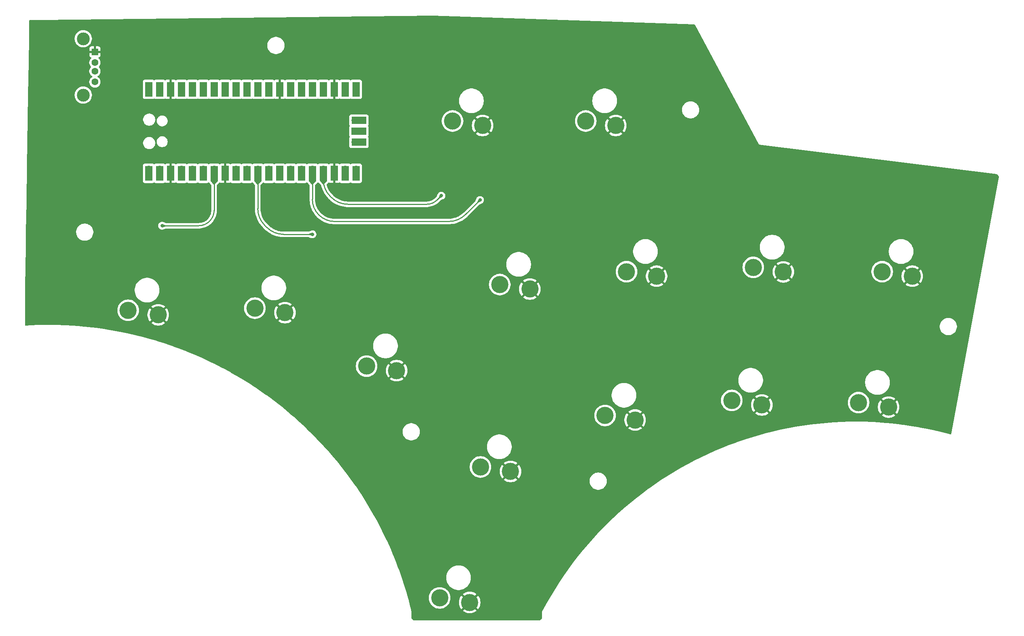
<source format=gbr>
%TF.GenerationSoftware,KiCad,Pcbnew,9.0.2*%
%TF.CreationDate,2025-06-02T22:29:28-04:00*%
%TF.ProjectId,with_usb_wired_v1,77697468-5f75-4736-925f-77697265645f,v1.0.0*%
%TF.SameCoordinates,Original*%
%TF.FileFunction,Copper,L1,Top*%
%TF.FilePolarity,Positive*%
%FSLAX46Y46*%
G04 Gerber Fmt 4.6, Leading zero omitted, Abs format (unit mm)*
G04 Created by KiCad (PCBNEW 9.0.2) date 2025-06-02 22:29:28*
%MOMM*%
%LPD*%
G01*
G04 APERTURE LIST*
%TA.AperFunction,ComponentPad*%
%ADD10C,4.000000*%
%TD*%
%TA.AperFunction,ComponentPad*%
%ADD11R,1.500000X1.600000*%
%TD*%
%TA.AperFunction,ComponentPad*%
%ADD12C,1.600000*%
%TD*%
%TA.AperFunction,ComponentPad*%
%ADD13C,3.000000*%
%TD*%
%TA.AperFunction,ComponentPad*%
%ADD14O,1.700000X1.700000*%
%TD*%
%TA.AperFunction,SMDPad,CuDef*%
%ADD15R,1.700000X3.500000*%
%TD*%
%TA.AperFunction,ComponentPad*%
%ADD16R,1.700000X1.700000*%
%TD*%
%TA.AperFunction,SMDPad,CuDef*%
%ADD17R,3.500000X1.700000*%
%TD*%
%TA.AperFunction,ViaPad*%
%ADD18C,0.800000*%
%TD*%
%TA.AperFunction,Conductor*%
%ADD19C,0.250000*%
%TD*%
G04 APERTURE END LIST*
D10*
%TO.P,S11,1*%
%TO.N,k3*%
X309100000Y-168200000D03*
%TO.P,S11,2*%
%TO.N,GND*%
X316100000Y-169250000D03*
%TD*%
%TO.P,S4,1*%
%TO.N,up*%
X211600000Y-213700000D03*
%TO.P,S4,2*%
%TO.N,GND*%
X218600000Y-214750000D03*
%TD*%
%TO.P,S7,1*%
%TO.N,k1*%
X250100000Y-171200000D03*
%TO.P,S7,2*%
%TO.N,GND*%
X257100000Y-172250000D03*
%TD*%
%TO.P,S3,1*%
%TO.N,right*%
X194600000Y-159700000D03*
%TO.P,S3,2*%
%TO.N,GND*%
X201600000Y-160750000D03*
%TD*%
%TO.P,S10,1*%
%TO.N,p2*%
X284600000Y-136700000D03*
%TO.P,S10,2*%
%TO.N,GND*%
X291600000Y-137750000D03*
%TD*%
%TO.P,S2,1*%
%TO.N,down*%
X168600000Y-146200000D03*
%TO.P,S2,2*%
%TO.N,GND*%
X175600000Y-147250000D03*
%TD*%
%TO.P,S14,1*%
%TO.N,select*%
X245600000Y-102600000D03*
%TO.P,S14,2*%
%TO.N,GND*%
X252600000Y-103650000D03*
%TD*%
%TO.P,S12,1*%
%TO.N,p3*%
X314600000Y-137700000D03*
%TO.P,S12,2*%
%TO.N,GND*%
X321600000Y-138750000D03*
%TD*%
%TO.P,S5,1*%
%TO.N,k0*%
X221100000Y-183200000D03*
%TO.P,S5,2*%
%TO.N,GND*%
X228100000Y-184250000D03*
%TD*%
%TO.P,S13,1*%
%TO.N,start*%
X214600000Y-102600000D03*
%TO.P,S13,2*%
%TO.N,GND*%
X221600000Y-103650000D03*
%TD*%
%TO.P,S8,1*%
%TO.N,p1*%
X255100000Y-137700000D03*
%TO.P,S8,2*%
%TO.N,GND*%
X262100000Y-138750000D03*
%TD*%
%TO.P,S1,1*%
%TO.N,left*%
X139100000Y-146700000D03*
%TO.P,S1,2*%
%TO.N,GND*%
X146100000Y-147750000D03*
%TD*%
%TO.P,S6,1*%
%TO.N,p0*%
X225600000Y-140700000D03*
%TO.P,S6,2*%
%TO.N,GND*%
X232600000Y-141750000D03*
%TD*%
%TO.P,S9,1*%
%TO.N,k2*%
X279600000Y-167700000D03*
%TO.P,S9,2*%
%TO.N,GND*%
X286600000Y-168750000D03*
%TD*%
D11*
%TO.P,USB,1*%
%TO.N,GND*%
X131360000Y-86500000D03*
D12*
%TO.P,USB,2*%
%TO.N,D+*%
X131360000Y-89000000D03*
%TO.P,USB,3*%
%TO.N,D-*%
X131360000Y-91000000D03*
%TO.P,USB,4*%
%TO.N,VCC*%
X131360000Y-93500000D03*
D13*
%TO.P,USB,5*%
%TO.N,N/C*%
X128650000Y-83430000D03*
X128650000Y-96570000D03*
%TD*%
D14*
%TO.P,Arduino,1*%
%TO.N,D+*%
X143870000Y-113890000D03*
D15*
X143870000Y-114790000D03*
D14*
%TO.P,Arduino,2*%
%TO.N,D-*%
X146410000Y-113890000D03*
D15*
X146410000Y-114790000D03*
D16*
%TO.P,Arduino,3*%
%TO.N,GND*%
X148950000Y-113890000D03*
D15*
X148950000Y-114790000D03*
D14*
%TO.P,Arduino,4*%
%TO.N,up*%
X151490000Y-113890000D03*
D15*
X151490000Y-114790000D03*
D14*
%TO.P,Arduino,5*%
%TO.N,down*%
X154030000Y-113890000D03*
D15*
X154030000Y-114790000D03*
D14*
%TO.P,Arduino,6*%
%TO.N,right*%
X156570000Y-113890000D03*
D15*
X156570000Y-114790000D03*
D14*
%TO.P,Arduino,7*%
%TO.N,left*%
X159110000Y-113890000D03*
D15*
X159110000Y-114790000D03*
D16*
%TO.P,Arduino,8*%
%TO.N,GND*%
X161650000Y-113890000D03*
D15*
X161650000Y-114790000D03*
D14*
%TO.P,Arduino,9*%
%TO.N,k1*%
X164190000Y-113890000D03*
D15*
X164190000Y-114790000D03*
D14*
%TO.P,Arduino,10*%
%TO.N,k2*%
X166730000Y-113890000D03*
D15*
X166730000Y-114790000D03*
D14*
%TO.P,Arduino,11*%
%TO.N,k0*%
X169270000Y-113890000D03*
D15*
X169270000Y-114790000D03*
D14*
%TO.P,Arduino,12*%
%TO.N,k3*%
X171810000Y-113890000D03*
D15*
X171810000Y-114790000D03*
D16*
%TO.P,Arduino,13*%
%TO.N,N/C*%
X174350000Y-113890000D03*
D15*
X174350000Y-114790000D03*
D14*
%TO.P,Arduino,14*%
%TO.N,p0*%
X176890000Y-113890000D03*
D15*
X176890000Y-114790000D03*
D14*
%TO.P,Arduino,15*%
%TO.N,p1*%
X179430000Y-113890000D03*
D15*
X179430000Y-114790000D03*
D14*
%TO.P,Arduino,16*%
%TO.N,p2*%
X181970000Y-113890000D03*
D15*
X181970000Y-114790000D03*
D14*
%TO.P,Arduino,17*%
%TO.N,p3*%
X184510000Y-113890000D03*
D15*
X184510000Y-114790000D03*
D16*
%TO.P,Arduino,18*%
%TO.N,GND*%
X187050000Y-113890000D03*
D15*
X187050000Y-114790000D03*
D14*
%TO.P,Arduino,19*%
%TO.N,N/C*%
X189590000Y-113890000D03*
D15*
X189590000Y-114790000D03*
D14*
%TO.P,Arduino,20*%
X192130000Y-113890000D03*
D15*
X192130000Y-114790000D03*
D14*
%TO.P,Arduino,21*%
%TO.N,start*%
X192130000Y-96110000D03*
D15*
X192130000Y-95210000D03*
D14*
%TO.P,Arduino,22*%
%TO.N,select*%
X189590000Y-96110000D03*
D15*
X189590000Y-95210000D03*
D16*
%TO.P,Arduino,23*%
%TO.N,GND*%
X187050000Y-96110000D03*
D15*
X187050000Y-95210000D03*
D14*
%TO.P,Arduino,24*%
%TO.N,N/C*%
X184510000Y-96110000D03*
D15*
X184510000Y-95210000D03*
D14*
%TO.P,Arduino,25*%
X181970000Y-96110000D03*
D15*
X181970000Y-95210000D03*
D14*
%TO.P,Arduino,26*%
X179430000Y-96110000D03*
D15*
X179430000Y-95210000D03*
D14*
%TO.P,Arduino,27*%
X176890000Y-96110000D03*
D15*
X176890000Y-95210000D03*
D16*
%TO.P,Arduino,28*%
%TO.N,GND*%
X174350000Y-96110000D03*
D15*
X174350000Y-95210000D03*
D14*
%TO.P,Arduino,29*%
%TO.N,N/C*%
X171810000Y-96110000D03*
D15*
X171810000Y-95210000D03*
D14*
%TO.P,Arduino,30*%
X169270000Y-96110000D03*
D15*
X169270000Y-95210000D03*
D14*
%TO.P,Arduino,31*%
X166730000Y-96110000D03*
D15*
X166730000Y-95210000D03*
D14*
%TO.P,Arduino,32*%
X164190000Y-96110000D03*
D15*
X164190000Y-95210000D03*
D16*
%TO.P,Arduino,33*%
X161650000Y-96110000D03*
D15*
X161650000Y-95210000D03*
D14*
%TO.P,Arduino,34*%
X159110000Y-96110000D03*
D15*
X159110000Y-95210000D03*
D14*
%TO.P,Arduino,35*%
X156570000Y-96110000D03*
D15*
X156570000Y-95210000D03*
D14*
%TO.P,Arduino,36*%
X154030000Y-96110000D03*
D15*
X154030000Y-95210000D03*
D14*
%TO.P,Arduino,37*%
X151490000Y-96110000D03*
D15*
X151490000Y-95210000D03*
D16*
%TO.P,Arduino,38*%
%TO.N,GND*%
X148950000Y-96110000D03*
D15*
X148950000Y-95210000D03*
D14*
%TO.P,Arduino,39*%
%TO.N,N/C*%
X146410000Y-96110000D03*
D15*
X146410000Y-95210000D03*
D14*
%TO.P,Arduino,40*%
%TO.N,VCC*%
X143870000Y-96110000D03*
D15*
X143870000Y-95210000D03*
D14*
%TO.P,Arduino,41*%
%TO.N,N/C*%
X191900000Y-107540000D03*
D17*
X192800000Y-107540000D03*
D16*
%TO.P,Arduino,42*%
X191900000Y-105000000D03*
D17*
X192800000Y-105000000D03*
D14*
%TO.P,Arduino,43*%
X191900000Y-102460000D03*
D17*
X192800000Y-102460000D03*
%TD*%
D18*
%TO.N,left*%
X147000000Y-127000000D03*
%TO.N,k0*%
X182000000Y-129000000D03*
%TO.N,p2*%
X221000000Y-121000000D03*
%TO.N,p3*%
X212000000Y-120000000D03*
%TD*%
D19*
%TO.N,left*%
X147000000Y-127000000D02*
X155508004Y-127000000D01*
X159110000Y-123398004D02*
X159110000Y-113890000D01*
X158055000Y-125945000D02*
G75*
G02*
X155508004Y-127000002I-2547000J2547000D01*
G01*
X158055000Y-125945000D02*
G75*
G03*
X159110002Y-123398004I-2547000J2547000D01*
G01*
%TO.N,k0*%
X170863792Y-126863792D02*
X171406207Y-127406207D01*
X169270000Y-123016036D02*
X169270000Y-113890000D01*
X175253963Y-129000000D02*
X182000000Y-129000000D01*
X170863792Y-126863792D02*
G75*
G02*
X169269989Y-123016036I3847808J3847792D01*
G01*
X175253963Y-129000000D02*
G75*
G02*
X171406215Y-127406199I37J5441600D01*
G01*
%TO.N,p2*%
X221000000Y-121000000D02*
X217593792Y-124406207D01*
X181970000Y-120827466D02*
X181970000Y-113890000D01*
X213746036Y-126000000D02*
X187142533Y-126000000D01*
X183485000Y-124485000D02*
G75*
G02*
X181970014Y-120827466I3657500J3657500D01*
G01*
X183485000Y-124485000D02*
G75*
G03*
X187142533Y-125999986I3657500J3657500D01*
G01*
X217593792Y-124406207D02*
G75*
G02*
X213746036Y-126000010I-3847792J3847807D01*
G01*
%TO.N,p3*%
X186103792Y-120103792D02*
X186406207Y-120406207D01*
X184510000Y-116256036D02*
X184510000Y-113890000D01*
X211000000Y-121000000D02*
X212000000Y-120000000D01*
X190253963Y-122000000D02*
X208585786Y-122000000D01*
X186103792Y-120103792D02*
G75*
G02*
X184509989Y-116256036I3847808J3847792D01*
G01*
X190253963Y-122000000D02*
G75*
G02*
X186406215Y-120406199I37J5441600D01*
G01*
X211000000Y-121000000D02*
G75*
G02*
X208585786Y-121999994I-2414200J2414200D01*
G01*
%TD*%
%TA.AperFunction,Conductor*%
%TO.N,GND*%
G36*
X210001880Y-78075601D02*
G01*
X270774464Y-80068146D01*
X270776762Y-80068587D01*
X270777980Y-80068310D01*
X270812531Y-80075459D01*
X270814730Y-80076254D01*
X270838003Y-80087535D01*
X270993302Y-80184011D01*
X271013762Y-80199908D01*
X271015430Y-80201510D01*
X271038840Y-80232388D01*
X285922877Y-108015922D01*
X285929447Y-108028185D01*
X285931184Y-108034498D01*
X285936472Y-108041298D01*
X285940541Y-108048892D01*
X285944685Y-108053932D01*
X285949622Y-108058205D01*
X285949624Y-108058207D01*
X285957112Y-108062465D01*
X285963775Y-108067923D01*
X285970041Y-108069817D01*
X285975733Y-108073054D01*
X285984282Y-108074122D01*
X285992527Y-108076615D01*
X285999039Y-108075967D01*
X341287065Y-114986970D01*
X341345128Y-115010103D01*
X341483480Y-115111811D01*
X341502181Y-115128744D01*
X341621361Y-115261104D01*
X341636248Y-115281473D01*
X341726172Y-115435220D01*
X341736629Y-115458183D01*
X341791522Y-115620880D01*
X341795932Y-115683228D01*
X330654746Y-175493808D01*
X330623118Y-175556110D01*
X330598522Y-175576278D01*
X330547217Y-175608316D01*
X330479928Y-175627129D01*
X330448109Y-175622548D01*
X329842820Y-175453097D01*
X328116085Y-175009781D01*
X326380202Y-174603953D01*
X324635905Y-174235785D01*
X323986315Y-174113299D01*
X322884051Y-173905457D01*
X322884038Y-173905454D01*
X322884023Y-173905452D01*
X321125483Y-173613127D01*
X319596289Y-173392826D01*
X319360960Y-173358924D01*
X318277251Y-173226674D01*
X317591354Y-173142972D01*
X315817543Y-172965377D01*
X314285405Y-172845408D01*
X314040238Y-172826211D01*
X314040236Y-172826210D01*
X314040212Y-172826209D01*
X312260384Y-172725548D01*
X310478702Y-172663431D01*
X308696189Y-172639893D01*
X308696171Y-172639893D01*
X308696161Y-172639893D01*
X307535361Y-172649691D01*
X306913490Y-172654941D01*
X305131582Y-172708568D01*
X303351249Y-172800753D01*
X301573367Y-172931446D01*
X301573336Y-172931449D01*
X299798659Y-173100596D01*
X299798654Y-173100596D01*
X299798639Y-173100598D01*
X298028075Y-173308111D01*
X296262355Y-173553908D01*
X295046962Y-173750000D01*
X294502404Y-173837859D01*
X292749002Y-174159838D01*
X292748984Y-174159841D01*
X292748966Y-174159845D01*
X291002991Y-174519688D01*
X289265150Y-174917252D01*
X287536342Y-175352332D01*
X285817369Y-175824725D01*
X284108974Y-176334228D01*
X282412061Y-176880570D01*
X280917089Y-177397866D01*
X280727339Y-177463524D01*
X280170105Y-177669950D01*
X279055626Y-178082806D01*
X277397751Y-178738109D01*
X275754408Y-179429158D01*
X274126376Y-180155629D01*
X272514543Y-180917123D01*
X270919476Y-181713371D01*
X269342093Y-182543915D01*
X267782998Y-183408439D01*
X266242992Y-184306498D01*
X264722806Y-185237666D01*
X263223135Y-186201516D01*
X261744645Y-187197621D01*
X260597287Y-188007281D01*
X260288078Y-188225481D01*
X260189832Y-188298046D01*
X258854082Y-189284640D01*
X257443372Y-190374567D01*
X256056591Y-191494766D01*
X254694362Y-192644735D01*
X253357342Y-193823918D01*
X252046137Y-195031782D01*
X250761408Y-196267720D01*
X249503729Y-197531173D01*
X248273715Y-198821531D01*
X247071849Y-200138282D01*
X245898850Y-201480640D01*
X244755092Y-202848179D01*
X243641276Y-204240056D01*
X242557808Y-205655768D01*
X241505253Y-207094574D01*
X240484068Y-208555853D01*
X239494756Y-210038883D01*
X238537801Y-211542933D01*
X237613577Y-213067424D01*
X236722597Y-214611508D01*
X235865246Y-216174513D01*
X235464828Y-216943540D01*
X235464827Y-216943543D01*
X235459133Y-216954476D01*
X235456990Y-216956577D01*
X235452246Y-216967703D01*
X235450040Y-216971940D01*
X235442257Y-216986889D01*
X235443541Y-216995489D01*
X235444893Y-217015074D01*
X235431076Y-218359617D01*
X235427487Y-218373433D01*
X235428298Y-218384475D01*
X235416026Y-218417567D01*
X235343904Y-218550237D01*
X235330358Y-218570231D01*
X235221437Y-218701397D01*
X235204273Y-218718385D01*
X235071997Y-218825950D01*
X235051866Y-218839289D01*
X234918464Y-218910045D01*
X234860362Y-218924500D01*
X205631159Y-218924500D01*
X205616989Y-218920926D01*
X205605493Y-218921815D01*
X205572355Y-218909670D01*
X205437234Y-218836887D01*
X205416943Y-218823215D01*
X205285465Y-218714320D01*
X205268254Y-218696932D01*
X205160712Y-218564336D01*
X205147254Y-218543911D01*
X205075864Y-218408050D01*
X205061639Y-218349100D01*
X205075344Y-217015519D01*
X205079120Y-217006486D01*
X205075590Y-216991572D01*
X205075650Y-216985758D01*
X205075637Y-216985726D01*
X205070015Y-216968021D01*
X204862946Y-216093187D01*
X204812639Y-215898961D01*
X204515046Y-214750000D01*
X204404597Y-214323575D01*
X204329484Y-214056821D01*
X204197827Y-213589256D01*
X204189341Y-213559119D01*
X209091500Y-213559119D01*
X209091500Y-213840880D01*
X209123042Y-214120838D01*
X209123045Y-214120851D01*
X209185739Y-214395535D01*
X209185743Y-214395547D01*
X209278793Y-214661467D01*
X209278802Y-214661489D01*
X209401038Y-214915315D01*
X209401042Y-214915321D01*
X209550942Y-215153884D01*
X209726609Y-215374164D01*
X209925836Y-215573391D01*
X210146116Y-215749058D01*
X210377005Y-215894136D01*
X210384684Y-215898961D01*
X210638510Y-216021197D01*
X210638519Y-216021200D01*
X210638526Y-216021204D01*
X210638532Y-216021206D01*
X210904452Y-216114256D01*
X210904464Y-216114260D01*
X211179148Y-216176955D01*
X211179156Y-216176955D01*
X211179161Y-216176957D01*
X211374418Y-216198956D01*
X211459120Y-216208499D01*
X211459123Y-216208500D01*
X211459126Y-216208500D01*
X211740877Y-216208500D01*
X211740878Y-216208499D01*
X211862364Y-216194811D01*
X212020838Y-216176957D01*
X212020841Y-216176956D01*
X212020852Y-216176955D01*
X212295536Y-216114260D01*
X212561474Y-216021204D01*
X212815321Y-215898958D01*
X213053884Y-215749058D01*
X213274164Y-215573391D01*
X213473391Y-215374164D01*
X213649058Y-215153884D01*
X213798958Y-214915321D01*
X213921204Y-214661474D01*
X213939356Y-214609598D01*
X216100000Y-214609598D01*
X216100000Y-214890401D01*
X216131437Y-215169412D01*
X216131439Y-215169424D01*
X216193921Y-215443178D01*
X216193922Y-215443180D01*
X216286662Y-215708217D01*
X216408492Y-215961200D01*
X216557884Y-216198956D01*
X216664187Y-216332257D01*
X217377339Y-215619104D01*
X217455864Y-215727184D01*
X217622816Y-215894136D01*
X217730893Y-215972658D01*
X217017741Y-216685810D01*
X217017741Y-216685811D01*
X217151043Y-216792115D01*
X217388799Y-216941507D01*
X217641782Y-217063337D01*
X217906819Y-217156077D01*
X217906821Y-217156078D01*
X218180575Y-217218560D01*
X218180587Y-217218562D01*
X218459598Y-217249999D01*
X218459600Y-217250000D01*
X218740400Y-217250000D01*
X218740401Y-217249999D01*
X219019412Y-217218562D01*
X219019424Y-217218560D01*
X219293178Y-217156078D01*
X219293180Y-217156077D01*
X219558217Y-217063337D01*
X219811200Y-216941507D01*
X220048956Y-216792116D01*
X220182257Y-216685810D01*
X219469105Y-215972659D01*
X219577184Y-215894136D01*
X219744136Y-215727184D01*
X219822659Y-215619106D01*
X220535810Y-216332257D01*
X220642116Y-216198956D01*
X220791507Y-215961200D01*
X220913337Y-215708217D01*
X221006077Y-215443180D01*
X221006078Y-215443178D01*
X221068560Y-215169424D01*
X221068562Y-215169412D01*
X221099999Y-214890401D01*
X221100000Y-214890399D01*
X221100000Y-214609600D01*
X221099999Y-214609598D01*
X221068562Y-214330587D01*
X221068560Y-214330575D01*
X221006078Y-214056821D01*
X221006077Y-214056819D01*
X220913337Y-213791782D01*
X220791507Y-213538799D01*
X220642115Y-213301043D01*
X220535810Y-213167741D01*
X219822658Y-213880893D01*
X219744136Y-213772816D01*
X219577184Y-213605864D01*
X219469105Y-213527340D01*
X220182257Y-212814187D01*
X220048956Y-212707884D01*
X219811200Y-212558492D01*
X219558217Y-212436662D01*
X219293180Y-212343922D01*
X219293178Y-212343921D01*
X219019424Y-212281439D01*
X219019412Y-212281437D01*
X218740401Y-212250000D01*
X218459598Y-212250000D01*
X218180587Y-212281437D01*
X218180575Y-212281439D01*
X217906821Y-212343921D01*
X217906819Y-212343922D01*
X217641782Y-212436662D01*
X217388799Y-212558492D01*
X217151043Y-212707884D01*
X217017741Y-212814187D01*
X217730894Y-213527340D01*
X217622816Y-213605864D01*
X217455864Y-213772816D01*
X217377340Y-213880894D01*
X216664187Y-213167741D01*
X216557884Y-213301043D01*
X216408492Y-213538799D01*
X216286662Y-213791782D01*
X216193922Y-214056819D01*
X216193921Y-214056821D01*
X216131439Y-214330575D01*
X216131437Y-214330587D01*
X216100000Y-214609598D01*
X213939356Y-214609598D01*
X214014260Y-214395536D01*
X214076955Y-214120852D01*
X214084170Y-214056821D01*
X214108499Y-213840880D01*
X214108500Y-213840876D01*
X214108500Y-213559123D01*
X214108499Y-213559119D01*
X214076957Y-213279161D01*
X214076955Y-213279156D01*
X214076955Y-213279148D01*
X214014260Y-213004464D01*
X214014256Y-213004452D01*
X213978963Y-212903589D01*
X213921206Y-212738532D01*
X213921197Y-212738510D01*
X213798961Y-212484684D01*
X213798958Y-212484679D01*
X213649058Y-212246116D01*
X213473391Y-212025836D01*
X213274164Y-211826609D01*
X213053884Y-211650942D01*
X212815321Y-211501042D01*
X212815322Y-211501042D01*
X212815315Y-211501038D01*
X212561489Y-211378802D01*
X212561467Y-211378793D01*
X212295547Y-211285743D01*
X212295535Y-211285739D01*
X212083546Y-211237354D01*
X212020852Y-211223045D01*
X212020850Y-211223044D01*
X212020838Y-211223042D01*
X211740880Y-211191500D01*
X211740874Y-211191500D01*
X211459126Y-211191500D01*
X211459119Y-211191500D01*
X211179161Y-211223042D01*
X211179148Y-211223045D01*
X210904464Y-211285739D01*
X210904452Y-211285743D01*
X210638532Y-211378793D01*
X210638510Y-211378802D01*
X210384684Y-211501038D01*
X210146117Y-211650941D01*
X209925836Y-211826608D01*
X209726608Y-212025836D01*
X209550941Y-212246117D01*
X209401038Y-212484684D01*
X209278802Y-212738510D01*
X209278793Y-212738532D01*
X209185743Y-213004452D01*
X209185739Y-213004464D01*
X209123045Y-213279148D01*
X209123042Y-213279161D01*
X209091500Y-213559119D01*
X204189341Y-213559119D01*
X203909135Y-212564008D01*
X203813545Y-212250000D01*
X203376770Y-210815223D01*
X202807748Y-209078035D01*
X202723673Y-208838510D01*
X213124500Y-208838510D01*
X213124500Y-209161489D01*
X213160659Y-209482410D01*
X213160661Y-209482426D01*
X213232527Y-209797294D01*
X213232531Y-209797306D01*
X213339195Y-210102133D01*
X213339201Y-210102147D01*
X213479327Y-210393122D01*
X213479329Y-210393125D01*
X213651159Y-210666591D01*
X213852527Y-210919099D01*
X214080901Y-211147473D01*
X214333409Y-211348841D01*
X214606875Y-211520671D01*
X214897860Y-211660802D01*
X214897866Y-211660804D01*
X215202693Y-211767468D01*
X215202705Y-211767472D01*
X215517577Y-211839339D01*
X215838511Y-211875499D01*
X215838512Y-211875500D01*
X215838515Y-211875500D01*
X216161488Y-211875500D01*
X216161488Y-211875499D01*
X216482423Y-211839339D01*
X216797295Y-211767472D01*
X217102140Y-211660802D01*
X217393125Y-211520671D01*
X217666591Y-211348841D01*
X217919099Y-211147473D01*
X218147473Y-210919099D01*
X218348841Y-210666591D01*
X218520671Y-210393125D01*
X218660802Y-210102140D01*
X218767472Y-209797295D01*
X218839339Y-209482423D01*
X218875500Y-209161485D01*
X218875500Y-208838515D01*
X218839339Y-208517577D01*
X218767472Y-208202705D01*
X218660802Y-207897860D01*
X218520671Y-207606875D01*
X218348841Y-207333409D01*
X218147473Y-207080901D01*
X217919099Y-206852527D01*
X217666591Y-206651159D01*
X217393125Y-206479329D01*
X217393122Y-206479327D01*
X217102147Y-206339201D01*
X217102133Y-206339195D01*
X216797306Y-206232531D01*
X216797294Y-206232527D01*
X216482426Y-206160661D01*
X216482410Y-206160659D01*
X216161489Y-206124500D01*
X216161485Y-206124500D01*
X215838515Y-206124500D01*
X215838510Y-206124500D01*
X215517589Y-206160659D01*
X215517573Y-206160661D01*
X215202705Y-206232527D01*
X215202693Y-206232531D01*
X214897866Y-206339195D01*
X214897852Y-206339201D01*
X214606877Y-206479327D01*
X214333410Y-206651158D01*
X214080901Y-206852526D01*
X213852526Y-207080901D01*
X213651158Y-207333410D01*
X213479327Y-207606877D01*
X213339201Y-207897852D01*
X213339195Y-207897866D01*
X213232531Y-208202693D01*
X213232527Y-208202705D01*
X213160661Y-208517573D01*
X213160659Y-208517589D01*
X213124500Y-208838510D01*
X202723673Y-208838510D01*
X202202314Y-207353186D01*
X201939186Y-206651158D01*
X201560746Y-205641475D01*
X200883316Y-203943624D01*
X200754053Y-203638458D01*
X200170340Y-202260418D01*
X200170330Y-202260395D01*
X199422100Y-200592533D01*
X199061200Y-199831341D01*
X198638964Y-198940783D01*
X197821255Y-197305855D01*
X196969352Y-195688502D01*
X196332596Y-194538915D01*
X196083612Y-194089404D01*
X195164442Y-192509297D01*
X194212245Y-190948871D01*
X193227441Y-189408815D01*
X193144298Y-189284628D01*
X192210484Y-187889836D01*
X191858087Y-187386700D01*
X191161770Y-186392532D01*
X190081817Y-184917639D01*
X190081814Y-184917635D01*
X188971082Y-183465781D01*
X188705248Y-183133046D01*
X188646185Y-183059119D01*
X218591500Y-183059119D01*
X218591500Y-183340880D01*
X218623042Y-183620838D01*
X218623045Y-183620851D01*
X218685739Y-183895535D01*
X218685743Y-183895547D01*
X218778793Y-184161467D01*
X218778802Y-184161489D01*
X218901038Y-184415315D01*
X218971867Y-184528037D01*
X219050942Y-184653884D01*
X219226609Y-184874164D01*
X219425836Y-185073391D01*
X219646116Y-185249058D01*
X219864369Y-185386196D01*
X219884684Y-185398961D01*
X220138510Y-185521197D01*
X220138519Y-185521200D01*
X220138526Y-185521204D01*
X220138532Y-185521206D01*
X220404452Y-185614256D01*
X220404464Y-185614260D01*
X220679148Y-185676955D01*
X220679156Y-185676955D01*
X220679161Y-185676957D01*
X220874418Y-185698956D01*
X220959120Y-185708499D01*
X220959123Y-185708500D01*
X220959126Y-185708500D01*
X221240877Y-185708500D01*
X221240878Y-185708499D01*
X221362364Y-185694811D01*
X221520838Y-185676957D01*
X221520841Y-185676956D01*
X221520852Y-185676955D01*
X221795536Y-185614260D01*
X222061474Y-185521204D01*
X222315321Y-185398958D01*
X222553884Y-185249058D01*
X222774164Y-185073391D01*
X222973391Y-184874164D01*
X223149058Y-184653884D01*
X223298958Y-184415321D01*
X223421204Y-184161474D01*
X223439356Y-184109598D01*
X225600000Y-184109598D01*
X225600000Y-184390401D01*
X225631437Y-184669412D01*
X225631439Y-184669424D01*
X225693921Y-184943178D01*
X225693922Y-184943180D01*
X225786662Y-185208217D01*
X225908492Y-185461200D01*
X226057884Y-185698956D01*
X226164187Y-185832257D01*
X226877339Y-185119104D01*
X226955864Y-185227184D01*
X227122816Y-185394136D01*
X227230893Y-185472658D01*
X226517741Y-186185810D01*
X226517741Y-186185811D01*
X226651043Y-186292115D01*
X226888799Y-186441507D01*
X227141782Y-186563337D01*
X227406819Y-186656077D01*
X227406821Y-186656078D01*
X227680575Y-186718560D01*
X227680587Y-186718562D01*
X227959598Y-186749999D01*
X227959600Y-186750000D01*
X228240400Y-186750000D01*
X228240401Y-186749999D01*
X228519412Y-186718562D01*
X228519424Y-186718560D01*
X228793178Y-186656078D01*
X228793180Y-186656077D01*
X229058217Y-186563337D01*
X229311200Y-186441507D01*
X229426798Y-186368872D01*
X246499500Y-186368872D01*
X246499500Y-186631127D01*
X246511012Y-186718562D01*
X246533730Y-186891116D01*
X246601602Y-187144418D01*
X246601605Y-187144428D01*
X246701953Y-187386690D01*
X246701958Y-187386700D01*
X246833075Y-187613803D01*
X246992718Y-187821851D01*
X246992726Y-187821860D01*
X247178140Y-188007274D01*
X247178148Y-188007281D01*
X247386196Y-188166924D01*
X247613299Y-188298041D01*
X247613309Y-188298046D01*
X247855571Y-188398394D01*
X247855581Y-188398398D01*
X248108884Y-188466270D01*
X248368880Y-188500500D01*
X248368887Y-188500500D01*
X248631113Y-188500500D01*
X248631120Y-188500500D01*
X248891116Y-188466270D01*
X249144419Y-188398398D01*
X249386697Y-188298043D01*
X249613803Y-188166924D01*
X249821851Y-188007282D01*
X249821855Y-188007277D01*
X249821860Y-188007274D01*
X250007274Y-187821860D01*
X250007277Y-187821855D01*
X250007282Y-187821851D01*
X250166924Y-187613803D01*
X250298043Y-187386697D01*
X250398398Y-187144419D01*
X250466270Y-186891116D01*
X250500500Y-186631120D01*
X250500500Y-186368880D01*
X250466270Y-186108884D01*
X250398398Y-185855581D01*
X250354665Y-185750000D01*
X250298046Y-185613309D01*
X250298039Y-185613296D01*
X250166924Y-185386196D01*
X250007281Y-185178148D01*
X250007274Y-185178140D01*
X249821860Y-184992726D01*
X249821851Y-184992718D01*
X249613803Y-184833075D01*
X249386700Y-184701958D01*
X249386690Y-184701953D01*
X249144428Y-184601605D01*
X249144421Y-184601603D01*
X249144419Y-184601602D01*
X248891116Y-184533730D01*
X248833339Y-184526123D01*
X248631127Y-184499500D01*
X248631120Y-184499500D01*
X248368880Y-184499500D01*
X248368872Y-184499500D01*
X248137772Y-184529926D01*
X248108884Y-184533730D01*
X247856891Y-184601251D01*
X247855581Y-184601602D01*
X247855571Y-184601605D01*
X247613309Y-184701953D01*
X247613299Y-184701958D01*
X247386196Y-184833075D01*
X247178148Y-184992718D01*
X246992718Y-185178148D01*
X246833075Y-185386196D01*
X246701961Y-185613296D01*
X246701953Y-185613309D01*
X246601605Y-185855571D01*
X246601602Y-185855581D01*
X246533730Y-186108885D01*
X246499500Y-186368872D01*
X229426798Y-186368872D01*
X229548956Y-186292115D01*
X229579355Y-186267874D01*
X229579355Y-186267873D01*
X229682256Y-186185811D01*
X229682257Y-186185810D01*
X228969105Y-185472659D01*
X229077184Y-185394136D01*
X229244136Y-185227184D01*
X229322659Y-185119106D01*
X230035810Y-185832257D01*
X230142116Y-185698956D01*
X230291507Y-185461200D01*
X230413337Y-185208217D01*
X230506077Y-184943180D01*
X230506078Y-184943178D01*
X230568560Y-184669424D01*
X230568562Y-184669412D01*
X230599999Y-184390401D01*
X230600000Y-184390399D01*
X230600000Y-184109600D01*
X230599999Y-184109598D01*
X230568562Y-183830587D01*
X230568560Y-183830575D01*
X230506078Y-183556821D01*
X230506077Y-183556819D01*
X230413337Y-183291782D01*
X230291507Y-183038799D01*
X230142115Y-182801043D01*
X230035810Y-182667741D01*
X229322658Y-183380892D01*
X229244136Y-183272816D01*
X229077184Y-183105864D01*
X228969105Y-183027340D01*
X229682257Y-182314187D01*
X229548956Y-182207884D01*
X229311200Y-182058492D01*
X229058217Y-181936662D01*
X228793180Y-181843922D01*
X228793178Y-181843921D01*
X228519424Y-181781439D01*
X228519412Y-181781437D01*
X228240401Y-181750000D01*
X227959598Y-181750000D01*
X227680587Y-181781437D01*
X227680575Y-181781439D01*
X227406821Y-181843921D01*
X227406819Y-181843922D01*
X227141782Y-181936662D01*
X226888799Y-182058492D01*
X226651043Y-182207884D01*
X226517741Y-182314187D01*
X227230894Y-183027340D01*
X227122816Y-183105864D01*
X226955864Y-183272816D01*
X226877340Y-183380894D01*
X226164187Y-182667741D01*
X226057884Y-182801043D01*
X225908492Y-183038799D01*
X225786662Y-183291782D01*
X225693922Y-183556819D01*
X225693921Y-183556821D01*
X225631439Y-183830575D01*
X225631437Y-183830587D01*
X225600000Y-184109598D01*
X223439356Y-184109598D01*
X223514260Y-183895536D01*
X223576955Y-183620852D01*
X223584170Y-183556821D01*
X223608499Y-183340880D01*
X223608500Y-183340876D01*
X223608500Y-183059123D01*
X223608499Y-183059119D01*
X223576957Y-182779161D01*
X223576955Y-182779156D01*
X223576955Y-182779148D01*
X223514260Y-182504464D01*
X223514256Y-182504452D01*
X223478963Y-182403589D01*
X223421206Y-182238532D01*
X223421197Y-182238510D01*
X223298961Y-181984684D01*
X223298958Y-181984679D01*
X223149058Y-181746116D01*
X222973391Y-181525836D01*
X222774164Y-181326609D01*
X222553884Y-181150942D01*
X222315321Y-181001042D01*
X222315322Y-181001042D01*
X222315315Y-181001038D01*
X222061489Y-180878802D01*
X222061467Y-180878793D01*
X221795547Y-180785743D01*
X221795535Y-180785739D01*
X221583546Y-180737354D01*
X221520852Y-180723045D01*
X221520850Y-180723044D01*
X221520838Y-180723042D01*
X221240880Y-180691500D01*
X221240874Y-180691500D01*
X220959126Y-180691500D01*
X220959119Y-180691500D01*
X220679161Y-180723042D01*
X220679148Y-180723045D01*
X220404464Y-180785739D01*
X220404452Y-180785743D01*
X220138532Y-180878793D01*
X220138510Y-180878802D01*
X219884684Y-181001038D01*
X219646117Y-181150941D01*
X219425836Y-181326608D01*
X219226608Y-181525836D01*
X219050941Y-181746117D01*
X218901038Y-181984684D01*
X218778802Y-182238510D01*
X218778793Y-182238532D01*
X218685743Y-182504452D01*
X218685739Y-182504464D01*
X218623045Y-182779148D01*
X218623042Y-182779161D01*
X218591500Y-183059119D01*
X188646185Y-183059119D01*
X188178019Y-182473135D01*
X187830063Y-182037611D01*
X186659258Y-180633750D01*
X185459188Y-179254823D01*
X184669798Y-178385404D01*
X184627221Y-178338510D01*
X222624500Y-178338510D01*
X222624500Y-178661489D01*
X222660659Y-178982410D01*
X222660661Y-178982426D01*
X222732527Y-179297294D01*
X222732531Y-179297306D01*
X222839195Y-179602133D01*
X222839201Y-179602147D01*
X222979327Y-179893122D01*
X223032484Y-179977721D01*
X223151159Y-180166591D01*
X223352527Y-180419099D01*
X223580901Y-180647473D01*
X223833409Y-180848841D01*
X224106875Y-181020671D01*
X224397860Y-181160802D01*
X224397866Y-181160804D01*
X224702693Y-181267468D01*
X224702705Y-181267472D01*
X225017577Y-181339339D01*
X225338511Y-181375499D01*
X225338512Y-181375500D01*
X225338515Y-181375500D01*
X225661488Y-181375500D01*
X225661488Y-181375499D01*
X225982423Y-181339339D01*
X226297295Y-181267472D01*
X226602140Y-181160802D01*
X226893125Y-181020671D01*
X227166591Y-180848841D01*
X227419099Y-180647473D01*
X227647473Y-180419099D01*
X227848841Y-180166591D01*
X228020671Y-179893125D01*
X228160802Y-179602140D01*
X228267472Y-179297295D01*
X228339339Y-178982423D01*
X228375500Y-178661485D01*
X228375500Y-178338515D01*
X228339339Y-178017577D01*
X228267472Y-177702705D01*
X228160802Y-177397860D01*
X228020671Y-177106875D01*
X227848841Y-176833409D01*
X227647473Y-176580901D01*
X227419099Y-176352527D01*
X227380632Y-176321851D01*
X227354970Y-176301386D01*
X227166591Y-176151159D01*
X226893125Y-175979329D01*
X226893122Y-175979327D01*
X226602147Y-175839201D01*
X226602133Y-175839195D01*
X226297306Y-175732531D01*
X226297294Y-175732527D01*
X225982426Y-175660661D01*
X225982410Y-175660659D01*
X225661489Y-175624500D01*
X225661485Y-175624500D01*
X225338515Y-175624500D01*
X225338510Y-175624500D01*
X225017589Y-175660659D01*
X225017573Y-175660661D01*
X224702705Y-175732527D01*
X224702693Y-175732531D01*
X224397866Y-175839195D01*
X224397852Y-175839201D01*
X224106877Y-175979327D01*
X223833410Y-176151158D01*
X223580901Y-176352526D01*
X223352526Y-176580901D01*
X223151158Y-176833410D01*
X222979327Y-177106877D01*
X222839201Y-177397852D01*
X222839195Y-177397866D01*
X222732531Y-177702693D01*
X222732527Y-177702705D01*
X222660661Y-178017573D01*
X222660659Y-178017589D01*
X222624500Y-178338510D01*
X184627221Y-178338510D01*
X184230359Y-177901413D01*
X182973399Y-176574210D01*
X181688758Y-175273688D01*
X181359197Y-174953798D01*
X181271704Y-174868872D01*
X202999500Y-174868872D01*
X202999500Y-175131127D01*
X203026123Y-175333339D01*
X203033730Y-175391116D01*
X203095742Y-175622548D01*
X203101602Y-175644418D01*
X203101605Y-175644428D01*
X203201953Y-175886690D01*
X203201958Y-175886700D01*
X203333075Y-176113803D01*
X203492718Y-176321851D01*
X203492726Y-176321860D01*
X203678140Y-176507274D01*
X203678148Y-176507281D01*
X203886196Y-176666924D01*
X204113299Y-176798041D01*
X204113309Y-176798046D01*
X204312540Y-176880570D01*
X204355581Y-176898398D01*
X204608884Y-176966270D01*
X204868880Y-177000500D01*
X204868887Y-177000500D01*
X205131113Y-177000500D01*
X205131120Y-177000500D01*
X205391116Y-176966270D01*
X205644419Y-176898398D01*
X205886697Y-176798043D01*
X206113803Y-176666924D01*
X206321851Y-176507282D01*
X206321855Y-176507277D01*
X206321860Y-176507274D01*
X206507274Y-176321860D01*
X206507277Y-176321855D01*
X206507282Y-176321851D01*
X206666924Y-176113803D01*
X206798043Y-175886697D01*
X206898398Y-175644419D01*
X206966270Y-175391116D01*
X207000500Y-175131120D01*
X207000500Y-174868880D01*
X206966270Y-174608884D01*
X206898398Y-174355581D01*
X206872109Y-174292115D01*
X206827665Y-174184817D01*
X206827664Y-174184815D01*
X206798048Y-174113314D01*
X206798041Y-174113299D01*
X206666924Y-173886196D01*
X206530571Y-173708500D01*
X206507282Y-173678149D01*
X206507281Y-173678148D01*
X206507274Y-173678140D01*
X206321860Y-173492726D01*
X206321851Y-173492718D01*
X206113803Y-173333075D01*
X205886700Y-173201958D01*
X205886690Y-173201953D01*
X205644428Y-173101605D01*
X205644421Y-173101603D01*
X205644419Y-173101602D01*
X205391116Y-173033730D01*
X205333339Y-173026123D01*
X205131127Y-172999500D01*
X205131120Y-172999500D01*
X204868880Y-172999500D01*
X204868872Y-172999500D01*
X204637772Y-173029926D01*
X204608884Y-173033730D01*
X204359335Y-173100596D01*
X204355581Y-173101602D01*
X204355571Y-173101605D01*
X204113309Y-173201953D01*
X204113299Y-173201958D01*
X203886196Y-173333075D01*
X203678148Y-173492718D01*
X203492718Y-173678148D01*
X203333075Y-173886196D01*
X203201958Y-174113299D01*
X203201953Y-174113309D01*
X203101605Y-174355571D01*
X203101602Y-174355581D01*
X203035052Y-174603953D01*
X203033730Y-174608885D01*
X202999500Y-174868872D01*
X181271704Y-174868872D01*
X180677510Y-174292115D01*
X180377056Y-174000478D01*
X179038871Y-172755139D01*
X177674791Y-171538218D01*
X177114465Y-171059119D01*
X247591500Y-171059119D01*
X247591500Y-171340880D01*
X247623042Y-171620838D01*
X247623045Y-171620851D01*
X247685739Y-171895535D01*
X247685743Y-171895547D01*
X247778793Y-172161467D01*
X247778802Y-172161489D01*
X247901038Y-172415315D01*
X247901042Y-172415321D01*
X248050942Y-172653884D01*
X248226609Y-172874164D01*
X248425836Y-173073391D01*
X248646116Y-173249058D01*
X248877005Y-173394136D01*
X248884684Y-173398961D01*
X249138510Y-173521197D01*
X249138519Y-173521200D01*
X249138526Y-173521204D01*
X249138532Y-173521206D01*
X249404452Y-173614256D01*
X249404464Y-173614260D01*
X249679148Y-173676955D01*
X249679156Y-173676955D01*
X249679161Y-173676957D01*
X249874418Y-173698956D01*
X249959120Y-173708499D01*
X249959123Y-173708500D01*
X249959126Y-173708500D01*
X250240877Y-173708500D01*
X250240878Y-173708499D01*
X250362364Y-173694811D01*
X250520838Y-173676957D01*
X250520841Y-173676956D01*
X250520852Y-173676955D01*
X250795536Y-173614260D01*
X251061474Y-173521204D01*
X251120610Y-173492726D01*
X251315315Y-173398961D01*
X251315315Y-173398960D01*
X251315321Y-173398958D01*
X251553884Y-173249058D01*
X251774164Y-173073391D01*
X251973391Y-172874164D01*
X252149058Y-172653884D01*
X252298958Y-172415321D01*
X252421204Y-172161474D01*
X252439356Y-172109598D01*
X254600000Y-172109598D01*
X254600000Y-172390401D01*
X254631437Y-172669412D01*
X254631439Y-172669424D01*
X254693921Y-172943178D01*
X254693922Y-172943180D01*
X254786662Y-173208217D01*
X254908492Y-173461200D01*
X255057884Y-173698956D01*
X255164187Y-173832257D01*
X255877339Y-173119104D01*
X255955864Y-173227184D01*
X256122816Y-173394136D01*
X256230893Y-173472658D01*
X255517741Y-174185810D01*
X255517741Y-174185811D01*
X255651043Y-174292115D01*
X255888799Y-174441507D01*
X256141782Y-174563337D01*
X256406819Y-174656077D01*
X256406821Y-174656078D01*
X256680575Y-174718560D01*
X256680587Y-174718562D01*
X256959598Y-174749999D01*
X256959600Y-174750000D01*
X257240400Y-174750000D01*
X257240401Y-174749999D01*
X257519412Y-174718562D01*
X257519424Y-174718560D01*
X257793178Y-174656078D01*
X257793180Y-174656077D01*
X258058217Y-174563337D01*
X258311200Y-174441507D01*
X258548956Y-174292116D01*
X258682257Y-174185810D01*
X257969105Y-173472659D01*
X258077184Y-173394136D01*
X258244136Y-173227184D01*
X258322659Y-173119106D01*
X259035810Y-173832257D01*
X259142116Y-173698956D01*
X259291507Y-173461200D01*
X259413337Y-173208217D01*
X259506077Y-172943180D01*
X259506078Y-172943178D01*
X259568560Y-172669424D01*
X259568562Y-172669412D01*
X259599999Y-172390401D01*
X259600000Y-172390399D01*
X259600000Y-172109600D01*
X259599999Y-172109598D01*
X259568562Y-171830587D01*
X259568560Y-171830575D01*
X259506078Y-171556821D01*
X259506077Y-171556819D01*
X259413337Y-171291782D01*
X259291507Y-171038799D01*
X259142115Y-170801043D01*
X259073241Y-170714677D01*
X259035810Y-170667741D01*
X258322658Y-171380893D01*
X258244136Y-171272816D01*
X258077184Y-171105864D01*
X257969105Y-171027340D01*
X258682257Y-170314187D01*
X258548956Y-170207884D01*
X258311200Y-170058492D01*
X258058217Y-169936662D01*
X257793180Y-169843922D01*
X257793178Y-169843921D01*
X257519424Y-169781439D01*
X257519412Y-169781437D01*
X257240401Y-169750000D01*
X256959598Y-169750000D01*
X256680587Y-169781437D01*
X256680575Y-169781439D01*
X256406821Y-169843921D01*
X256406819Y-169843922D01*
X256141782Y-169936662D01*
X255888799Y-170058492D01*
X255651043Y-170207884D01*
X255517741Y-170314187D01*
X256230894Y-171027340D01*
X256122816Y-171105864D01*
X255955864Y-171272816D01*
X255877340Y-171380894D01*
X255164187Y-170667741D01*
X255057884Y-170801043D01*
X254908492Y-171038799D01*
X254786662Y-171291782D01*
X254693922Y-171556819D01*
X254693921Y-171556821D01*
X254631439Y-171830575D01*
X254631437Y-171830587D01*
X254600000Y-172109598D01*
X252439356Y-172109598D01*
X252514260Y-171895536D01*
X252576955Y-171620852D01*
X252584170Y-171556821D01*
X252608499Y-171340880D01*
X252608500Y-171340876D01*
X252608500Y-171059123D01*
X252608499Y-171059119D01*
X252608485Y-171058998D01*
X252579422Y-170801043D01*
X252576957Y-170779161D01*
X252576955Y-170779156D01*
X252576955Y-170779148D01*
X252514260Y-170504464D01*
X252514256Y-170504452D01*
X252478963Y-170403589D01*
X252421206Y-170238532D01*
X252421197Y-170238510D01*
X252298961Y-169984684D01*
X252272881Y-169943178D01*
X252149058Y-169746116D01*
X251973391Y-169525836D01*
X251774164Y-169326609D01*
X251553884Y-169150942D01*
X251315321Y-169001042D01*
X251315322Y-169001042D01*
X251315315Y-169001038D01*
X251061489Y-168878802D01*
X251061467Y-168878793D01*
X250795547Y-168785743D01*
X250795535Y-168785739D01*
X250583546Y-168737354D01*
X250520852Y-168723045D01*
X250520850Y-168723044D01*
X250520838Y-168723042D01*
X250240880Y-168691500D01*
X250240874Y-168691500D01*
X249959126Y-168691500D01*
X249959119Y-168691500D01*
X249679161Y-168723042D01*
X249679148Y-168723045D01*
X249404464Y-168785739D01*
X249404452Y-168785743D01*
X249138532Y-168878793D01*
X249138510Y-168878802D01*
X248884684Y-169001038D01*
X248646117Y-169150941D01*
X248425836Y-169326608D01*
X248226608Y-169525836D01*
X248050941Y-169746117D01*
X247901038Y-169984684D01*
X247778802Y-170238510D01*
X247778793Y-170238532D01*
X247685743Y-170504452D01*
X247685739Y-170504464D01*
X247623045Y-170779148D01*
X247623042Y-170779161D01*
X247591500Y-171059119D01*
X177114465Y-171059119D01*
X176285420Y-170350255D01*
X174871372Y-169191774D01*
X174871371Y-169191773D01*
X174871350Y-169191756D01*
X173886705Y-168419099D01*
X173433273Y-168063288D01*
X171971758Y-166965297D01*
X171971749Y-166965290D01*
X171971731Y-166965277D01*
X171400163Y-166554392D01*
X171099857Y-166338510D01*
X251624500Y-166338510D01*
X251624500Y-166661489D01*
X251660659Y-166982410D01*
X251660661Y-166982426D01*
X251732527Y-167297294D01*
X251732531Y-167297306D01*
X251839195Y-167602133D01*
X251839201Y-167602147D01*
X251979327Y-167893122D01*
X251979329Y-167893125D01*
X252151159Y-168166591D01*
X252352527Y-168419099D01*
X252580901Y-168647473D01*
X252833409Y-168848841D01*
X253106875Y-169020671D01*
X253397860Y-169160802D01*
X253422466Y-169169412D01*
X253702693Y-169267468D01*
X253702705Y-169267472D01*
X254017577Y-169339339D01*
X254338511Y-169375499D01*
X254338512Y-169375500D01*
X254338515Y-169375500D01*
X254661488Y-169375500D01*
X254661488Y-169375499D01*
X254982423Y-169339339D01*
X255297295Y-169267472D01*
X255602140Y-169160802D01*
X255893125Y-169020671D01*
X256166591Y-168848841D01*
X256419099Y-168647473D01*
X256647473Y-168419099D01*
X256848841Y-168166591D01*
X257020671Y-167893125D01*
X257160802Y-167602140D01*
X257175856Y-167559119D01*
X277091500Y-167559119D01*
X277091500Y-167840880D01*
X277123042Y-168120838D01*
X277123045Y-168120851D01*
X277185739Y-168395535D01*
X277185743Y-168395547D01*
X277278793Y-168661467D01*
X277278802Y-168661489D01*
X277401038Y-168915315D01*
X277401042Y-168915321D01*
X277550942Y-169153884D01*
X277627591Y-169249999D01*
X277721735Y-169368053D01*
X277726609Y-169374164D01*
X277925836Y-169573391D01*
X278146116Y-169749058D01*
X278345220Y-169874164D01*
X278384684Y-169898961D01*
X278638510Y-170021197D01*
X278638519Y-170021200D01*
X278638526Y-170021204D01*
X278638532Y-170021206D01*
X278904452Y-170114256D01*
X278904464Y-170114260D01*
X279179148Y-170176955D01*
X279179156Y-170176955D01*
X279179161Y-170176957D01*
X279374418Y-170198956D01*
X279459120Y-170208499D01*
X279459123Y-170208500D01*
X279459126Y-170208500D01*
X279740877Y-170208500D01*
X279740878Y-170208499D01*
X279862364Y-170194811D01*
X280020838Y-170176957D01*
X280020841Y-170176956D01*
X280020852Y-170176955D01*
X280295536Y-170114260D01*
X280561474Y-170021204D01*
X280637320Y-169984679D01*
X280815315Y-169898961D01*
X280815315Y-169898960D01*
X280815321Y-169898958D01*
X281053884Y-169749058D01*
X281274164Y-169573391D01*
X281473391Y-169374164D01*
X281649058Y-169153884D01*
X281798958Y-168915321D01*
X281808486Y-168895536D01*
X281921197Y-168661489D01*
X281921198Y-168661485D01*
X281921204Y-168661474D01*
X281939357Y-168609598D01*
X284100000Y-168609598D01*
X284100000Y-168890401D01*
X284131437Y-169169412D01*
X284131439Y-169169424D01*
X284193921Y-169443178D01*
X284193922Y-169443180D01*
X284286662Y-169708217D01*
X284408492Y-169961200D01*
X284557884Y-170198956D01*
X284664187Y-170332257D01*
X285377339Y-169619104D01*
X285455864Y-169727184D01*
X285622816Y-169894136D01*
X285730893Y-169972658D01*
X285017741Y-170685810D01*
X285017741Y-170685811D01*
X285151043Y-170792115D01*
X285388799Y-170941507D01*
X285641782Y-171063337D01*
X285906819Y-171156077D01*
X285906821Y-171156078D01*
X286180575Y-171218560D01*
X286180587Y-171218562D01*
X286459598Y-171249999D01*
X286459600Y-171250000D01*
X286740400Y-171250000D01*
X286740401Y-171249999D01*
X287019412Y-171218562D01*
X287019424Y-171218560D01*
X287293178Y-171156078D01*
X287293180Y-171156077D01*
X287558217Y-171063337D01*
X287636489Y-171025644D01*
X287811200Y-170941507D01*
X288048956Y-170792116D01*
X288182257Y-170685810D01*
X287469105Y-169972659D01*
X287577184Y-169894136D01*
X287744136Y-169727184D01*
X287822659Y-169619106D01*
X288535810Y-170332257D01*
X288642116Y-170198956D01*
X288791507Y-169961200D01*
X288913337Y-169708217D01*
X289006077Y-169443180D01*
X289006078Y-169443178D01*
X289068560Y-169169424D01*
X289068562Y-169169412D01*
X289099999Y-168890401D01*
X289100000Y-168890399D01*
X289100000Y-168609600D01*
X289099999Y-168609598D01*
X289068562Y-168330587D01*
X289068560Y-168330575D01*
X289012108Y-168083240D01*
X289012108Y-168083239D01*
X289006603Y-168059119D01*
X306591500Y-168059119D01*
X306591500Y-168340880D01*
X306623042Y-168620838D01*
X306623044Y-168620850D01*
X306623045Y-168620852D01*
X306629121Y-168647473D01*
X306685739Y-168895535D01*
X306685743Y-168895547D01*
X306778793Y-169161467D01*
X306778802Y-169161489D01*
X306901038Y-169415315D01*
X306901042Y-169415321D01*
X307050942Y-169653884D01*
X307226609Y-169874164D01*
X307425836Y-170073391D01*
X307646116Y-170249058D01*
X307877005Y-170394136D01*
X307884684Y-170398961D01*
X308138510Y-170521197D01*
X308138519Y-170521200D01*
X308138526Y-170521204D01*
X308138532Y-170521206D01*
X308404452Y-170614256D01*
X308404464Y-170614260D01*
X308679148Y-170676955D01*
X308679156Y-170676955D01*
X308679161Y-170676957D01*
X308874418Y-170698956D01*
X308959120Y-170708499D01*
X308959123Y-170708500D01*
X308959126Y-170708500D01*
X309240877Y-170708500D01*
X309240878Y-170708499D01*
X309362364Y-170694811D01*
X309520838Y-170676957D01*
X309520841Y-170676956D01*
X309520852Y-170676955D01*
X309795536Y-170614260D01*
X310061474Y-170521204D01*
X310315321Y-170398958D01*
X310553884Y-170249058D01*
X310774164Y-170073391D01*
X310973391Y-169874164D01*
X311149058Y-169653884D01*
X311298958Y-169415321D01*
X311321721Y-169368053D01*
X311421197Y-169161489D01*
X311421198Y-169161485D01*
X311421204Y-169161474D01*
X311439356Y-169109598D01*
X313600000Y-169109598D01*
X313600000Y-169390401D01*
X313631437Y-169669412D01*
X313631439Y-169669424D01*
X313693921Y-169943178D01*
X313693922Y-169943180D01*
X313786662Y-170208217D01*
X313908492Y-170461200D01*
X314057884Y-170698956D01*
X314164187Y-170832257D01*
X314877339Y-170119104D01*
X314955864Y-170227184D01*
X315122816Y-170394136D01*
X315230893Y-170472658D01*
X314517741Y-171185810D01*
X314517741Y-171185811D01*
X314651043Y-171292115D01*
X314888799Y-171441507D01*
X315141782Y-171563337D01*
X315406819Y-171656077D01*
X315406821Y-171656078D01*
X315680575Y-171718560D01*
X315680587Y-171718562D01*
X315959598Y-171749999D01*
X315959600Y-171750000D01*
X316240400Y-171750000D01*
X316240401Y-171749999D01*
X316519412Y-171718562D01*
X316519424Y-171718560D01*
X316793178Y-171656078D01*
X316793180Y-171656077D01*
X317058217Y-171563337D01*
X317311200Y-171441507D01*
X317548956Y-171292116D01*
X317682257Y-171185810D01*
X316969105Y-170472659D01*
X317077184Y-170394136D01*
X317244136Y-170227184D01*
X317322659Y-170119106D01*
X318035810Y-170832257D01*
X318142116Y-170698956D01*
X318291507Y-170461200D01*
X318413337Y-170208217D01*
X318506077Y-169943180D01*
X318506078Y-169943178D01*
X318568560Y-169669424D01*
X318568562Y-169669412D01*
X318599999Y-169390401D01*
X318600000Y-169390399D01*
X318600000Y-169109600D01*
X318599999Y-169109598D01*
X318568562Y-168830587D01*
X318568560Y-168830575D01*
X318506078Y-168556821D01*
X318506077Y-168556819D01*
X318413337Y-168291782D01*
X318291507Y-168038799D01*
X318142115Y-167801043D01*
X318035810Y-167667741D01*
X317322658Y-168380893D01*
X317244136Y-168272816D01*
X317077184Y-168105864D01*
X316969105Y-168027340D01*
X317682257Y-167314187D01*
X317548956Y-167207884D01*
X317311200Y-167058492D01*
X317058217Y-166936662D01*
X316793180Y-166843922D01*
X316793178Y-166843921D01*
X316519424Y-166781439D01*
X316519412Y-166781437D01*
X316240401Y-166750000D01*
X315959598Y-166750000D01*
X315680587Y-166781437D01*
X315680575Y-166781439D01*
X315406821Y-166843921D01*
X315406819Y-166843922D01*
X315141782Y-166936662D01*
X314888799Y-167058492D01*
X314651043Y-167207884D01*
X314517741Y-167314187D01*
X315230894Y-168027340D01*
X315122816Y-168105864D01*
X314955864Y-168272816D01*
X314877340Y-168380894D01*
X314164187Y-167667741D01*
X314057884Y-167801043D01*
X313908492Y-168038799D01*
X313786662Y-168291782D01*
X313693922Y-168556819D01*
X313693921Y-168556821D01*
X313631439Y-168830575D01*
X313631437Y-168830587D01*
X313600000Y-169109598D01*
X311439356Y-169109598D01*
X311514260Y-168895536D01*
X311576955Y-168620852D01*
X311584170Y-168556821D01*
X311599686Y-168419099D01*
X311608500Y-168340874D01*
X311608500Y-168059126D01*
X311589797Y-167893125D01*
X311576957Y-167779161D01*
X311576955Y-167779156D01*
X311576955Y-167779148D01*
X311514260Y-167504464D01*
X311514256Y-167504452D01*
X311478963Y-167403589D01*
X311421206Y-167238532D01*
X311421197Y-167238510D01*
X311298961Y-166984684D01*
X311286767Y-166965277D01*
X311149058Y-166746116D01*
X310973391Y-166525836D01*
X310774164Y-166326609D01*
X310553884Y-166150942D01*
X310346560Y-166020671D01*
X310315315Y-166001038D01*
X310061489Y-165878802D01*
X310061467Y-165878793D01*
X309795547Y-165785743D01*
X309795535Y-165785739D01*
X309583546Y-165737354D01*
X309520852Y-165723045D01*
X309520850Y-165723044D01*
X309520838Y-165723042D01*
X309240880Y-165691500D01*
X309240874Y-165691500D01*
X308959126Y-165691500D01*
X308959119Y-165691500D01*
X308679161Y-165723042D01*
X308679148Y-165723045D01*
X308404464Y-165785739D01*
X308404452Y-165785743D01*
X308138532Y-165878793D01*
X308138510Y-165878802D01*
X307884684Y-166001038D01*
X307646117Y-166150941D01*
X307425836Y-166326608D01*
X307226608Y-166525836D01*
X307050941Y-166746117D01*
X306901038Y-166984684D01*
X306778802Y-167238510D01*
X306778793Y-167238532D01*
X306685743Y-167504452D01*
X306685739Y-167504464D01*
X306623045Y-167779148D01*
X306623042Y-167779161D01*
X306591500Y-168059119D01*
X289006603Y-168059119D01*
X289006079Y-168056825D01*
X289006077Y-168056819D01*
X288913337Y-167791782D01*
X288791507Y-167538799D01*
X288642115Y-167301043D01*
X288535810Y-167167741D01*
X287822658Y-167880893D01*
X287744136Y-167772816D01*
X287577184Y-167605864D01*
X287469105Y-167527340D01*
X288182257Y-166814187D01*
X288048956Y-166707884D01*
X287811200Y-166558492D01*
X287558217Y-166436662D01*
X287293180Y-166343922D01*
X287293178Y-166343921D01*
X287019424Y-166281439D01*
X287019412Y-166281437D01*
X286740401Y-166250000D01*
X286459598Y-166250000D01*
X286180587Y-166281437D01*
X286180575Y-166281439D01*
X285906821Y-166343921D01*
X285906819Y-166343922D01*
X285641782Y-166436662D01*
X285388799Y-166558492D01*
X285151043Y-166707884D01*
X285017741Y-166814187D01*
X285730894Y-167527340D01*
X285622816Y-167605864D01*
X285455864Y-167772816D01*
X285377340Y-167880894D01*
X284664187Y-167167741D01*
X284557884Y-167301043D01*
X284408492Y-167538799D01*
X284286662Y-167791782D01*
X284193922Y-168056819D01*
X284193921Y-168056821D01*
X284131439Y-168330575D01*
X284131437Y-168330587D01*
X284100000Y-168609598D01*
X281939357Y-168609598D01*
X281957825Y-168556819D01*
X282013136Y-168398749D01*
X282014260Y-168395536D01*
X282076955Y-168120852D01*
X282083911Y-168059119D01*
X282108499Y-167840880D01*
X282108500Y-167840876D01*
X282108500Y-167559123D01*
X282108499Y-167559119D01*
X282076957Y-167279161D01*
X282076955Y-167279156D01*
X282076955Y-167279148D01*
X282014260Y-167004464D01*
X282006549Y-166982426D01*
X281978963Y-166903589D01*
X281921206Y-166738532D01*
X281921197Y-166738510D01*
X281798961Y-166484684D01*
X281798958Y-166484679D01*
X281649058Y-166246116D01*
X281473391Y-166025836D01*
X281274164Y-165826609D01*
X281053884Y-165650942D01*
X280815321Y-165501042D01*
X280815322Y-165501042D01*
X280815315Y-165501038D01*
X280561489Y-165378802D01*
X280561467Y-165378793D01*
X280295547Y-165285743D01*
X280295535Y-165285739D01*
X280083546Y-165237354D01*
X280020852Y-165223045D01*
X280020850Y-165223044D01*
X280020838Y-165223042D01*
X279740880Y-165191500D01*
X279740874Y-165191500D01*
X279459126Y-165191500D01*
X279459119Y-165191500D01*
X279179161Y-165223042D01*
X279179148Y-165223045D01*
X278904464Y-165285739D01*
X278904452Y-165285743D01*
X278638532Y-165378793D01*
X278638510Y-165378802D01*
X278384684Y-165501038D01*
X278146117Y-165650941D01*
X277925836Y-165826608D01*
X277726608Y-166025836D01*
X277550941Y-166246117D01*
X277401038Y-166484684D01*
X277278802Y-166738510D01*
X277278793Y-166738532D01*
X277185743Y-167004452D01*
X277185739Y-167004464D01*
X277123045Y-167279148D01*
X277123042Y-167279161D01*
X277091500Y-167559119D01*
X257175856Y-167559119D01*
X257182966Y-167538799D01*
X257191402Y-167514692D01*
X257261561Y-167314187D01*
X257267472Y-167297295D01*
X257339339Y-166982423D01*
X257375500Y-166661485D01*
X257375500Y-166338515D01*
X257339339Y-166017577D01*
X257267472Y-165702705D01*
X257252809Y-165660802D01*
X257168234Y-165419099D01*
X257160802Y-165397860D01*
X257020671Y-165106875D01*
X256848841Y-164833409D01*
X256647473Y-164580901D01*
X256419099Y-164352527D01*
X256166591Y-164151159D01*
X255898049Y-163982423D01*
X255893122Y-163979327D01*
X255602147Y-163839201D01*
X255602133Y-163839195D01*
X255297306Y-163732531D01*
X255297294Y-163732527D01*
X254982426Y-163660661D01*
X254982410Y-163660659D01*
X254661489Y-163624500D01*
X254661485Y-163624500D01*
X254338515Y-163624500D01*
X254338510Y-163624500D01*
X254017589Y-163660659D01*
X254017573Y-163660661D01*
X253702705Y-163732527D01*
X253702693Y-163732531D01*
X253397866Y-163839195D01*
X253397852Y-163839201D01*
X253106877Y-163979327D01*
X252833410Y-164151158D01*
X252580901Y-164352526D01*
X252352526Y-164580901D01*
X252151158Y-164833410D01*
X251979327Y-165106877D01*
X251839201Y-165397852D01*
X251839195Y-165397866D01*
X251732531Y-165702693D01*
X251732527Y-165702705D01*
X251660661Y-166017573D01*
X251660659Y-166017589D01*
X251624500Y-166338510D01*
X171099857Y-166338510D01*
X170487476Y-165898285D01*
X169336238Y-165106875D01*
X168981080Y-164862724D01*
X168266211Y-164393122D01*
X167453240Y-163859076D01*
X165904630Y-162887780D01*
X164335935Y-161949268D01*
X163242258Y-161325800D01*
X162747843Y-161043950D01*
X161141099Y-160172253D01*
X161118613Y-160160659D01*
X159951943Y-159559119D01*
X192091500Y-159559119D01*
X192091500Y-159840880D01*
X192123042Y-160120838D01*
X192123045Y-160120851D01*
X192185739Y-160395535D01*
X192185743Y-160395547D01*
X192278793Y-160661467D01*
X192278802Y-160661489D01*
X192401038Y-160915315D01*
X192401042Y-160915321D01*
X192550942Y-161153884D01*
X192726609Y-161374164D01*
X192925836Y-161573391D01*
X193146116Y-161749058D01*
X193280361Y-161833410D01*
X193384684Y-161898961D01*
X193638510Y-162021197D01*
X193638519Y-162021200D01*
X193638526Y-162021204D01*
X193638532Y-162021206D01*
X193904452Y-162114256D01*
X193904464Y-162114260D01*
X194179148Y-162176955D01*
X194179156Y-162176955D01*
X194179161Y-162176957D01*
X194374418Y-162198956D01*
X194459120Y-162208499D01*
X194459123Y-162208500D01*
X194459126Y-162208500D01*
X194740877Y-162208500D01*
X194740878Y-162208499D01*
X194862364Y-162194811D01*
X195020838Y-162176957D01*
X195020841Y-162176956D01*
X195020852Y-162176955D01*
X195295536Y-162114260D01*
X195561474Y-162021204D01*
X195815321Y-161898958D01*
X196053884Y-161749058D01*
X196274164Y-161573391D01*
X196473391Y-161374164D01*
X196649058Y-161153884D01*
X196798958Y-160915321D01*
X196829198Y-160852527D01*
X196921197Y-160661489D01*
X196921198Y-160661485D01*
X196921204Y-160661474D01*
X196939356Y-160609598D01*
X199100000Y-160609598D01*
X199100000Y-160890401D01*
X199131437Y-161169412D01*
X199131439Y-161169424D01*
X199193921Y-161443178D01*
X199193922Y-161443180D01*
X199286662Y-161708217D01*
X199408492Y-161961200D01*
X199557884Y-162198956D01*
X199664187Y-162332257D01*
X200377339Y-161619104D01*
X200455864Y-161727184D01*
X200622816Y-161894136D01*
X200730893Y-161972658D01*
X200017741Y-162685810D01*
X200017741Y-162685811D01*
X200151043Y-162792115D01*
X200388799Y-162941507D01*
X200641782Y-163063337D01*
X200906819Y-163156077D01*
X200906821Y-163156078D01*
X201180575Y-163218560D01*
X201180587Y-163218562D01*
X201459598Y-163249999D01*
X201459600Y-163250000D01*
X201740400Y-163250000D01*
X201740401Y-163249999D01*
X202019412Y-163218562D01*
X202019424Y-163218560D01*
X202293178Y-163156078D01*
X202293180Y-163156077D01*
X202558217Y-163063337D01*
X202811200Y-162941507D01*
X202975119Y-162838510D01*
X281124500Y-162838510D01*
X281124500Y-163161489D01*
X281160659Y-163482410D01*
X281160661Y-163482426D01*
X281232527Y-163797294D01*
X281232531Y-163797306D01*
X281339195Y-164102133D01*
X281339201Y-164102147D01*
X281479327Y-164393122D01*
X281479329Y-164393125D01*
X281651159Y-164666591D01*
X281852527Y-164919099D01*
X282080901Y-165147473D01*
X282333409Y-165348841D01*
X282606875Y-165520671D01*
X282897860Y-165660802D01*
X282897866Y-165660804D01*
X283202693Y-165767468D01*
X283202705Y-165767472D01*
X283517577Y-165839339D01*
X283838511Y-165875499D01*
X283838512Y-165875500D01*
X283838515Y-165875500D01*
X284161488Y-165875500D01*
X284161488Y-165875499D01*
X284482423Y-165839339D01*
X284797295Y-165767472D01*
X285102140Y-165660802D01*
X285393125Y-165520671D01*
X285666591Y-165348841D01*
X285919099Y-165147473D01*
X286147473Y-164919099D01*
X286348841Y-164666591D01*
X286520671Y-164393125D01*
X286660802Y-164102140D01*
X286767472Y-163797295D01*
X286839339Y-163482423D01*
X286839340Y-163482413D01*
X286839341Y-163482408D01*
X286855554Y-163338510D01*
X310624500Y-163338510D01*
X310624500Y-163661489D01*
X310660659Y-163982410D01*
X310660661Y-163982426D01*
X310732527Y-164297294D01*
X310732531Y-164297306D01*
X310839195Y-164602133D01*
X310839201Y-164602147D01*
X310979327Y-164893122D01*
X311032484Y-164977721D01*
X311151159Y-165166591D01*
X311352527Y-165419099D01*
X311580901Y-165647473D01*
X311833409Y-165848841D01*
X312106875Y-166020671D01*
X312397860Y-166160802D01*
X312397866Y-166160804D01*
X312702693Y-166267468D01*
X312702705Y-166267472D01*
X313017577Y-166339339D01*
X313338511Y-166375499D01*
X313338512Y-166375500D01*
X313338515Y-166375500D01*
X313661488Y-166375500D01*
X313661488Y-166375499D01*
X313982423Y-166339339D01*
X314297295Y-166267472D01*
X314602140Y-166160802D01*
X314893125Y-166020671D01*
X315166591Y-165848841D01*
X315419099Y-165647473D01*
X315647473Y-165419099D01*
X315848841Y-165166591D01*
X316020671Y-164893125D01*
X316160802Y-164602140D01*
X316267472Y-164297295D01*
X316339339Y-163982423D01*
X316375500Y-163661485D01*
X316375500Y-163338515D01*
X316339339Y-163017577D01*
X316267472Y-162702705D01*
X316160802Y-162397860D01*
X316020671Y-162106875D01*
X315848841Y-161833409D01*
X315647473Y-161580901D01*
X315419099Y-161352527D01*
X315166591Y-161151159D01*
X314893125Y-160979329D01*
X314893122Y-160979327D01*
X314602147Y-160839201D01*
X314602133Y-160839195D01*
X314297306Y-160732531D01*
X314297294Y-160732527D01*
X313982426Y-160660661D01*
X313982410Y-160660659D01*
X313661489Y-160624500D01*
X313661485Y-160624500D01*
X313338515Y-160624500D01*
X313338510Y-160624500D01*
X313017589Y-160660659D01*
X313017573Y-160660661D01*
X312702705Y-160732527D01*
X312702693Y-160732531D01*
X312397866Y-160839195D01*
X312397852Y-160839201D01*
X312106877Y-160979327D01*
X311833410Y-161151158D01*
X311580901Y-161352526D01*
X311352526Y-161580901D01*
X311151158Y-161833410D01*
X310979327Y-162106877D01*
X310839201Y-162397852D01*
X310839195Y-162397866D01*
X310732531Y-162702693D01*
X310732527Y-162702705D01*
X310660661Y-163017573D01*
X310660659Y-163017589D01*
X310624500Y-163338510D01*
X286855554Y-163338510D01*
X286857510Y-163321153D01*
X286857510Y-163321152D01*
X286869069Y-163218560D01*
X286875500Y-163161485D01*
X286875500Y-162838515D01*
X286839339Y-162517577D01*
X286767472Y-162202705D01*
X286758462Y-162176957D01*
X286660804Y-161897866D01*
X286660802Y-161897860D01*
X286520671Y-161606875D01*
X286348841Y-161333409D01*
X286147473Y-161080901D01*
X285919099Y-160852527D01*
X285666591Y-160651159D01*
X285393125Y-160479329D01*
X285393122Y-160479327D01*
X285102147Y-160339201D01*
X285102133Y-160339195D01*
X284797306Y-160232531D01*
X284797294Y-160232527D01*
X284482426Y-160160661D01*
X284482410Y-160160659D01*
X284161489Y-160124500D01*
X284161485Y-160124500D01*
X283838515Y-160124500D01*
X283838510Y-160124500D01*
X283517589Y-160160659D01*
X283517573Y-160160661D01*
X283202705Y-160232527D01*
X283202693Y-160232531D01*
X282897866Y-160339195D01*
X282897852Y-160339201D01*
X282606877Y-160479327D01*
X282333410Y-160651158D01*
X282080901Y-160852526D01*
X281852526Y-161080901D01*
X281651158Y-161333410D01*
X281479327Y-161606877D01*
X281339201Y-161897852D01*
X281339195Y-161897866D01*
X281232531Y-162202693D01*
X281232527Y-162202705D01*
X281160661Y-162517573D01*
X281160659Y-162517589D01*
X281124500Y-162838510D01*
X202975119Y-162838510D01*
X203048957Y-162792115D01*
X203116702Y-162738090D01*
X203116703Y-162738089D01*
X203182257Y-162685810D01*
X202469105Y-161972659D01*
X202577184Y-161894136D01*
X202744136Y-161727184D01*
X202822659Y-161619106D01*
X203535810Y-162332257D01*
X203642116Y-162198956D01*
X203791507Y-161961200D01*
X203913337Y-161708217D01*
X204006077Y-161443180D01*
X204006078Y-161443178D01*
X204068560Y-161169424D01*
X204068562Y-161169412D01*
X204099999Y-160890401D01*
X204100000Y-160890399D01*
X204100000Y-160609600D01*
X204099999Y-160609598D01*
X204068562Y-160330587D01*
X204068560Y-160330575D01*
X204006078Y-160056821D01*
X204006077Y-160056819D01*
X203913337Y-159791782D01*
X203791507Y-159538799D01*
X203642115Y-159301043D01*
X203535810Y-159167741D01*
X202822658Y-159880893D01*
X202744136Y-159772816D01*
X202577184Y-159605864D01*
X202469105Y-159527340D01*
X203182257Y-158814187D01*
X203048956Y-158707884D01*
X202811200Y-158558492D01*
X202558217Y-158436662D01*
X202293180Y-158343922D01*
X202293178Y-158343921D01*
X202019424Y-158281439D01*
X202019412Y-158281437D01*
X201740401Y-158250000D01*
X201459598Y-158250000D01*
X201180587Y-158281437D01*
X201180575Y-158281439D01*
X200906821Y-158343921D01*
X200906819Y-158343922D01*
X200641782Y-158436662D01*
X200388799Y-158558492D01*
X200151043Y-158707884D01*
X200017741Y-158814187D01*
X200730894Y-159527340D01*
X200622816Y-159605864D01*
X200455864Y-159772816D01*
X200377340Y-159880894D01*
X199664187Y-159167741D01*
X199557884Y-159301043D01*
X199408492Y-159538799D01*
X199286662Y-159791782D01*
X199193922Y-160056819D01*
X199193921Y-160056821D01*
X199131439Y-160330575D01*
X199131437Y-160330587D01*
X199100000Y-160609598D01*
X196939356Y-160609598D01*
X196984940Y-160479329D01*
X197013136Y-160398749D01*
X197014260Y-160395536D01*
X197076955Y-160120852D01*
X197084170Y-160056821D01*
X197108499Y-159840880D01*
X197108500Y-159840876D01*
X197108500Y-159559123D01*
X197108499Y-159559119D01*
X197076957Y-159279161D01*
X197076955Y-159279156D01*
X197076955Y-159279148D01*
X197014260Y-159004464D01*
X197014256Y-159004452D01*
X196978963Y-158903589D01*
X196921206Y-158738532D01*
X196921197Y-158738510D01*
X196798961Y-158484684D01*
X196798958Y-158484679D01*
X196649058Y-158246116D01*
X196473391Y-158025836D01*
X196274164Y-157826609D01*
X196053884Y-157650942D01*
X195815321Y-157501042D01*
X195815322Y-157501042D01*
X195815315Y-157501038D01*
X195561489Y-157378802D01*
X195561467Y-157378793D01*
X195295547Y-157285743D01*
X195295535Y-157285739D01*
X195083546Y-157237354D01*
X195020852Y-157223045D01*
X195020850Y-157223044D01*
X195020838Y-157223042D01*
X194740880Y-157191500D01*
X194740874Y-157191500D01*
X194459126Y-157191500D01*
X194459119Y-157191500D01*
X194179161Y-157223042D01*
X194179148Y-157223045D01*
X193904464Y-157285739D01*
X193904452Y-157285743D01*
X193638532Y-157378793D01*
X193638510Y-157378802D01*
X193384684Y-157501038D01*
X193146117Y-157650941D01*
X192925836Y-157826608D01*
X192726608Y-158025836D01*
X192550941Y-158246117D01*
X192401038Y-158484684D01*
X192278802Y-158738510D01*
X192278793Y-158738532D01*
X192185743Y-159004452D01*
X192185739Y-159004464D01*
X192123045Y-159279148D01*
X192123042Y-159279161D01*
X192091500Y-159559119D01*
X159951943Y-159559119D01*
X159516322Y-159334511D01*
X159403192Y-159279161D01*
X158235563Y-158707884D01*
X157874311Y-158531137D01*
X156381622Y-157839340D01*
X156215734Y-157762458D01*
X154541457Y-157028875D01*
X152852027Y-156330626D01*
X152551366Y-156213702D01*
X151148313Y-155668072D01*
X149759909Y-155161489D01*
X149431028Y-155041491D01*
X149169903Y-154952392D01*
X148836146Y-154838510D01*
X196124500Y-154838510D01*
X196124500Y-155161489D01*
X196160659Y-155482410D01*
X196160661Y-155482426D01*
X196232527Y-155797294D01*
X196232531Y-155797306D01*
X196339195Y-156102133D01*
X196339201Y-156102147D01*
X196479327Y-156393122D01*
X196479329Y-156393125D01*
X196651159Y-156666591D01*
X196852527Y-156919099D01*
X197080901Y-157147473D01*
X197333409Y-157348841D01*
X197606875Y-157520671D01*
X197897860Y-157660802D01*
X197897866Y-157660804D01*
X198202693Y-157767468D01*
X198202705Y-157767472D01*
X198517577Y-157839339D01*
X198838511Y-157875499D01*
X198838512Y-157875500D01*
X198838515Y-157875500D01*
X199161488Y-157875500D01*
X199161488Y-157875499D01*
X199482423Y-157839339D01*
X199797295Y-157767472D01*
X200102140Y-157660802D01*
X200393125Y-157520671D01*
X200666591Y-157348841D01*
X200919099Y-157147473D01*
X201147473Y-156919099D01*
X201348841Y-156666591D01*
X201520671Y-156393125D01*
X201660802Y-156102140D01*
X201767472Y-155797295D01*
X201839339Y-155482423D01*
X201875500Y-155161485D01*
X201875500Y-154838515D01*
X201839339Y-154517577D01*
X201767472Y-154202705D01*
X201660802Y-153897860D01*
X201520671Y-153606875D01*
X201348841Y-153333409D01*
X201147473Y-153080901D01*
X200919099Y-152852527D01*
X200666591Y-152651159D01*
X200477721Y-152532484D01*
X200393122Y-152479327D01*
X200102147Y-152339201D01*
X200102133Y-152339195D01*
X199797306Y-152232531D01*
X199797294Y-152232527D01*
X199482426Y-152160661D01*
X199482410Y-152160659D01*
X199161489Y-152124500D01*
X199161485Y-152124500D01*
X198838515Y-152124500D01*
X198838510Y-152124500D01*
X198517589Y-152160659D01*
X198517573Y-152160661D01*
X198202705Y-152232527D01*
X198202693Y-152232531D01*
X197897866Y-152339195D01*
X197897852Y-152339201D01*
X197606877Y-152479327D01*
X197333410Y-152651158D01*
X197080901Y-152852526D01*
X196852526Y-153080901D01*
X196651158Y-153333410D01*
X196479327Y-153606877D01*
X196339201Y-153897852D01*
X196339195Y-153897866D01*
X196232531Y-154202693D01*
X196232527Y-154202705D01*
X196160661Y-154517573D01*
X196160659Y-154517589D01*
X196124500Y-154838510D01*
X148836146Y-154838510D01*
X147701024Y-154451192D01*
X147701022Y-154451191D01*
X147700977Y-154451176D01*
X145960438Y-153897866D01*
X145958875Y-153897369D01*
X145573321Y-153783674D01*
X144205517Y-153380325D01*
X142441670Y-152900269D01*
X142441658Y-152900266D01*
X142441647Y-152900263D01*
X140668118Y-152457415D01*
X138885656Y-152051961D01*
X137095037Y-151684079D01*
X135297086Y-151353938D01*
X134272067Y-151187927D01*
X133492595Y-151061685D01*
X131682354Y-150807445D01*
X131682336Y-150807442D01*
X131682330Y-150807442D01*
X129867161Y-150591331D01*
X128047860Y-150413446D01*
X128047843Y-150413444D01*
X128047836Y-150413444D01*
X127624933Y-150381056D01*
X127465841Y-150368872D01*
X327999500Y-150368872D01*
X327999500Y-150631127D01*
X328002336Y-150652664D01*
X328033730Y-150891116D01*
X328079434Y-151061685D01*
X328101602Y-151144418D01*
X328101605Y-151144428D01*
X328201953Y-151386690D01*
X328201958Y-151386700D01*
X328333075Y-151613803D01*
X328492718Y-151821851D01*
X328492726Y-151821860D01*
X328678140Y-152007274D01*
X328678148Y-152007281D01*
X328886196Y-152166924D01*
X329113299Y-152298041D01*
X329113309Y-152298046D01*
X329355571Y-152398394D01*
X329355581Y-152398398D01*
X329608884Y-152466270D01*
X329868880Y-152500500D01*
X329868887Y-152500500D01*
X330131113Y-152500500D01*
X330131120Y-152500500D01*
X330391116Y-152466270D01*
X330644419Y-152398398D01*
X330886697Y-152298043D01*
X331113803Y-152166924D01*
X331321851Y-152007282D01*
X331321855Y-152007277D01*
X331321860Y-152007274D01*
X331507274Y-151821860D01*
X331507277Y-151821855D01*
X331507282Y-151821851D01*
X331666924Y-151613803D01*
X331798043Y-151386697D01*
X331898398Y-151144419D01*
X331966270Y-150891116D01*
X332000500Y-150631120D01*
X332000500Y-150368880D01*
X331966270Y-150108884D01*
X331898398Y-149855581D01*
X331872110Y-149792116D01*
X331798046Y-149613309D01*
X331798041Y-149613299D01*
X331666924Y-149386196D01*
X331530571Y-149208500D01*
X331507282Y-149178149D01*
X331507281Y-149178148D01*
X331507274Y-149178140D01*
X331321860Y-148992726D01*
X331321851Y-148992718D01*
X331113803Y-148833075D01*
X330886700Y-148701958D01*
X330886690Y-148701953D01*
X330644428Y-148601605D01*
X330644421Y-148601603D01*
X330644419Y-148601602D01*
X330391116Y-148533730D01*
X330333339Y-148526123D01*
X330131127Y-148499500D01*
X330131120Y-148499500D01*
X329868880Y-148499500D01*
X329868872Y-148499500D01*
X329637772Y-148529926D01*
X329608884Y-148533730D01*
X329355581Y-148601602D01*
X329355571Y-148601605D01*
X329113309Y-148701953D01*
X329113299Y-148701958D01*
X328886196Y-148833075D01*
X328678148Y-148992718D01*
X328492718Y-149178148D01*
X328333075Y-149386196D01*
X328201958Y-149613299D01*
X328201953Y-149613309D01*
X328101605Y-149855571D01*
X328101602Y-149855581D01*
X328033730Y-150108884D01*
X328033607Y-150109816D01*
X327999500Y-150368872D01*
X127465841Y-150368872D01*
X126225173Y-150273856D01*
X124628114Y-150185285D01*
X124399964Y-150172632D01*
X124308997Y-150169504D01*
X122573026Y-150109815D01*
X121124244Y-150090491D01*
X120745192Y-150085436D01*
X120745181Y-150085436D01*
X120745175Y-150085436D01*
X118917259Y-150099502D01*
X118029808Y-150124995D01*
X118029805Y-150124995D01*
X118017945Y-150125335D01*
X118017311Y-150125106D01*
X118003067Y-150125761D01*
X118001978Y-150125793D01*
X118001937Y-150125795D01*
X117963785Y-150126893D01*
X117959280Y-150127779D01*
X115205209Y-150254706D01*
X115137334Y-150238128D01*
X115089197Y-150187487D01*
X115075500Y-150130837D01*
X115075500Y-146559119D01*
X136591500Y-146559119D01*
X136591500Y-146840880D01*
X136623042Y-147120838D01*
X136623044Y-147120850D01*
X136623045Y-147120852D01*
X136632315Y-147161467D01*
X136685739Y-147395535D01*
X136685743Y-147395547D01*
X136778793Y-147661467D01*
X136778802Y-147661489D01*
X136901038Y-147915315D01*
X136901042Y-147915321D01*
X137050942Y-148153884D01*
X137226609Y-148374164D01*
X137425836Y-148573391D01*
X137646116Y-148749058D01*
X137877005Y-148894136D01*
X137884684Y-148898961D01*
X138138510Y-149021197D01*
X138138519Y-149021200D01*
X138138526Y-149021204D01*
X138138532Y-149021206D01*
X138404452Y-149114256D01*
X138404464Y-149114260D01*
X138679148Y-149176955D01*
X138679156Y-149176955D01*
X138679161Y-149176957D01*
X138874418Y-149198956D01*
X138959120Y-149208499D01*
X138959123Y-149208500D01*
X138959126Y-149208500D01*
X139240877Y-149208500D01*
X139240878Y-149208499D01*
X139362364Y-149194811D01*
X139520838Y-149176957D01*
X139520841Y-149176956D01*
X139520852Y-149176955D01*
X139795536Y-149114260D01*
X140061474Y-149021204D01*
X140120610Y-148992726D01*
X140315315Y-148898961D01*
X140315315Y-148898960D01*
X140315321Y-148898958D01*
X140553884Y-148749058D01*
X140774164Y-148573391D01*
X140973391Y-148374164D01*
X141149058Y-148153884D01*
X141298958Y-147915321D01*
X141378573Y-147749999D01*
X141421197Y-147661489D01*
X141421198Y-147661485D01*
X141421204Y-147661474D01*
X141439356Y-147609598D01*
X143600000Y-147609598D01*
X143600000Y-147890401D01*
X143631437Y-148169412D01*
X143631439Y-148169424D01*
X143693921Y-148443178D01*
X143693922Y-148443180D01*
X143786662Y-148708217D01*
X143908492Y-148961200D01*
X144057884Y-149198956D01*
X144164187Y-149332257D01*
X144877339Y-148619104D01*
X144955864Y-148727184D01*
X145122816Y-148894136D01*
X145230893Y-148972658D01*
X144517741Y-149685810D01*
X144517741Y-149685811D01*
X144651043Y-149792115D01*
X144888799Y-149941507D01*
X145141782Y-150063337D01*
X145406819Y-150156077D01*
X145406821Y-150156078D01*
X145680575Y-150218560D01*
X145680587Y-150218562D01*
X145959598Y-150249999D01*
X145959600Y-150250000D01*
X146240400Y-150250000D01*
X146240401Y-150249999D01*
X146314944Y-150241601D01*
X146519412Y-150218562D01*
X146519424Y-150218560D01*
X146793178Y-150156078D01*
X146793180Y-150156077D01*
X147058217Y-150063337D01*
X147311200Y-149941507D01*
X147548956Y-149792116D01*
X147682257Y-149685810D01*
X146969105Y-148972659D01*
X147077184Y-148894136D01*
X147244136Y-148727184D01*
X147322659Y-148619106D01*
X148035810Y-149332257D01*
X148142116Y-149198956D01*
X148222270Y-149071392D01*
X148291507Y-148961200D01*
X148413337Y-148708217D01*
X148506077Y-148443180D01*
X148506078Y-148443178D01*
X148568560Y-148169424D01*
X148568562Y-148169412D01*
X148599999Y-147890401D01*
X148600000Y-147890399D01*
X148600000Y-147609600D01*
X148599999Y-147609598D01*
X148568562Y-147330587D01*
X148568560Y-147330575D01*
X148506078Y-147056821D01*
X148506077Y-147056819D01*
X148413337Y-146791782D01*
X148291507Y-146538799D01*
X148142115Y-146301043D01*
X148035810Y-146167741D01*
X147322658Y-146880893D01*
X147244136Y-146772816D01*
X147077184Y-146605864D01*
X146969105Y-146527340D01*
X147437325Y-146059119D01*
X166091500Y-146059119D01*
X166091500Y-146340880D01*
X166123042Y-146620838D01*
X166123045Y-146620851D01*
X166185739Y-146895535D01*
X166185743Y-146895547D01*
X166278793Y-147161467D01*
X166278802Y-147161489D01*
X166401038Y-147415315D01*
X166401042Y-147415321D01*
X166550942Y-147653884D01*
X166563335Y-147669424D01*
X166721735Y-147868053D01*
X166726609Y-147874164D01*
X166925836Y-148073391D01*
X167146116Y-148249058D01*
X167345220Y-148374164D01*
X167384684Y-148398961D01*
X167638510Y-148521197D01*
X167638519Y-148521200D01*
X167638526Y-148521204D01*
X167638532Y-148521206D01*
X167904452Y-148614256D01*
X167904464Y-148614260D01*
X168179148Y-148676955D01*
X168179156Y-148676955D01*
X168179161Y-148676957D01*
X168374418Y-148698956D01*
X168459120Y-148708499D01*
X168459123Y-148708500D01*
X168459126Y-148708500D01*
X168740877Y-148708500D01*
X168740878Y-148708499D01*
X168862364Y-148694811D01*
X169020838Y-148676957D01*
X169020841Y-148676956D01*
X169020852Y-148676955D01*
X169295536Y-148614260D01*
X169561474Y-148521204D01*
X169815321Y-148398958D01*
X170053884Y-148249058D01*
X170274164Y-148073391D01*
X170473391Y-147874164D01*
X170649058Y-147653884D01*
X170798958Y-147415321D01*
X170808486Y-147395536D01*
X170921197Y-147161489D01*
X170921198Y-147161485D01*
X170921204Y-147161474D01*
X170939357Y-147109598D01*
X173100000Y-147109598D01*
X173100000Y-147390401D01*
X173131437Y-147669412D01*
X173131439Y-147669424D01*
X173193921Y-147943178D01*
X173193922Y-147943180D01*
X173286662Y-148208217D01*
X173408492Y-148461200D01*
X173557884Y-148698956D01*
X173664187Y-148832257D01*
X174377339Y-148119104D01*
X174455864Y-148227184D01*
X174622816Y-148394136D01*
X174730893Y-148472658D01*
X174017741Y-149185810D01*
X174017741Y-149185811D01*
X174151043Y-149292115D01*
X174388799Y-149441507D01*
X174641782Y-149563337D01*
X174906819Y-149656077D01*
X174906821Y-149656078D01*
X175180575Y-149718560D01*
X175180587Y-149718562D01*
X175459598Y-149749999D01*
X175459600Y-149750000D01*
X175740400Y-149750000D01*
X175740401Y-149749999D01*
X176019412Y-149718562D01*
X176019424Y-149718560D01*
X176293178Y-149656078D01*
X176293180Y-149656077D01*
X176558217Y-149563337D01*
X176811200Y-149441507D01*
X177048956Y-149292116D01*
X177182257Y-149185810D01*
X176469105Y-148472659D01*
X176577184Y-148394136D01*
X176744136Y-148227184D01*
X176822659Y-148119106D01*
X177535810Y-148832257D01*
X177642116Y-148698956D01*
X177791507Y-148461200D01*
X177913337Y-148208217D01*
X178006077Y-147943180D01*
X178006078Y-147943178D01*
X178068560Y-147669424D01*
X178068562Y-147669412D01*
X178099999Y-147390401D01*
X178100000Y-147390399D01*
X178100000Y-147109600D01*
X178099999Y-147109598D01*
X178068562Y-146830587D01*
X178068560Y-146830575D01*
X178006078Y-146556821D01*
X178006077Y-146556819D01*
X177913337Y-146291782D01*
X177791507Y-146038799D01*
X177642115Y-145801043D01*
X177535810Y-145667741D01*
X176822658Y-146380893D01*
X176744136Y-146272816D01*
X176577184Y-146105864D01*
X176469105Y-146027340D01*
X177182257Y-145314187D01*
X177048956Y-145207884D01*
X176811200Y-145058492D01*
X176558217Y-144936662D01*
X176293180Y-144843922D01*
X176293178Y-144843921D01*
X176019424Y-144781439D01*
X176019412Y-144781437D01*
X175740401Y-144750000D01*
X175459598Y-144750000D01*
X175180587Y-144781437D01*
X175180575Y-144781439D01*
X174906821Y-144843921D01*
X174906819Y-144843922D01*
X174641782Y-144936662D01*
X174388799Y-145058492D01*
X174151043Y-145207884D01*
X174017741Y-145314187D01*
X174730894Y-146027340D01*
X174622816Y-146105864D01*
X174455864Y-146272816D01*
X174377340Y-146380894D01*
X173664187Y-145667741D01*
X173557884Y-145801043D01*
X173408492Y-146038799D01*
X173286662Y-146291782D01*
X173193922Y-146556819D01*
X173193921Y-146556821D01*
X173131439Y-146830575D01*
X173131437Y-146830587D01*
X173100000Y-147109598D01*
X170939357Y-147109598D01*
X170957825Y-147056819D01*
X171013136Y-146898749D01*
X171014260Y-146895536D01*
X171076955Y-146620852D01*
X171083911Y-146559119D01*
X171108499Y-146340880D01*
X171108500Y-146340876D01*
X171108500Y-146059123D01*
X171108499Y-146059119D01*
X171076957Y-145779161D01*
X171076955Y-145779156D01*
X171076955Y-145779148D01*
X171014260Y-145504464D01*
X171007337Y-145484679D01*
X170978963Y-145403589D01*
X170921206Y-145238532D01*
X170921197Y-145238510D01*
X170798961Y-144984684D01*
X170798958Y-144984679D01*
X170649058Y-144746116D01*
X170473391Y-144525836D01*
X170274164Y-144326609D01*
X170053884Y-144150942D01*
X169815321Y-144001042D01*
X169815322Y-144001042D01*
X169815315Y-144001038D01*
X169561489Y-143878802D01*
X169561467Y-143878793D01*
X169295547Y-143785743D01*
X169295535Y-143785739D01*
X169083546Y-143737354D01*
X169020852Y-143723045D01*
X169020850Y-143723044D01*
X169020838Y-143723042D01*
X168740880Y-143691500D01*
X168740874Y-143691500D01*
X168459126Y-143691500D01*
X168459119Y-143691500D01*
X168179161Y-143723042D01*
X168179148Y-143723045D01*
X167904464Y-143785739D01*
X167904452Y-143785743D01*
X167638532Y-143878793D01*
X167638510Y-143878802D01*
X167384684Y-144001038D01*
X167146117Y-144150941D01*
X166925836Y-144326608D01*
X166726608Y-144525836D01*
X166550941Y-144746117D01*
X166401038Y-144984684D01*
X166278802Y-145238510D01*
X166278793Y-145238532D01*
X166185743Y-145504452D01*
X166185739Y-145504464D01*
X166123045Y-145779148D01*
X166123042Y-145779161D01*
X166091500Y-146059119D01*
X147437325Y-146059119D01*
X147682257Y-145814187D01*
X147548956Y-145707884D01*
X147311200Y-145558492D01*
X147058217Y-145436662D01*
X146793180Y-145343922D01*
X146793178Y-145343921D01*
X146519424Y-145281439D01*
X146519412Y-145281437D01*
X146240401Y-145250000D01*
X145959598Y-145250000D01*
X145680587Y-145281437D01*
X145680575Y-145281439D01*
X145406821Y-145343921D01*
X145406819Y-145343922D01*
X145141782Y-145436662D01*
X144888799Y-145558492D01*
X144651043Y-145707884D01*
X144517741Y-145814187D01*
X145230894Y-146527340D01*
X145122816Y-146605864D01*
X144955864Y-146772816D01*
X144877340Y-146880894D01*
X144164187Y-146167741D01*
X144057884Y-146301043D01*
X143908492Y-146538799D01*
X143786662Y-146791782D01*
X143693922Y-147056819D01*
X143693921Y-147056821D01*
X143631439Y-147330575D01*
X143631437Y-147330587D01*
X143600000Y-147609598D01*
X141439356Y-147609598D01*
X141514260Y-147395536D01*
X141576955Y-147120852D01*
X141584170Y-147056821D01*
X141608499Y-146840880D01*
X141608500Y-146840876D01*
X141608500Y-146559123D01*
X141608499Y-146559119D01*
X141576957Y-146279161D01*
X141576955Y-146279156D01*
X141576955Y-146279148D01*
X141514260Y-146004464D01*
X141514256Y-146004452D01*
X141478963Y-145903589D01*
X141421206Y-145738532D01*
X141421197Y-145738510D01*
X141298961Y-145484684D01*
X141298958Y-145484679D01*
X141149058Y-145246116D01*
X140973391Y-145025836D01*
X140774164Y-144826609D01*
X140553884Y-144650942D01*
X140315321Y-144501042D01*
X140315322Y-144501042D01*
X140315315Y-144501038D01*
X140061489Y-144378802D01*
X140061467Y-144378793D01*
X139795547Y-144285743D01*
X139795535Y-144285739D01*
X139583546Y-144237354D01*
X139520852Y-144223045D01*
X139520850Y-144223044D01*
X139520838Y-144223042D01*
X139240880Y-144191500D01*
X139240874Y-144191500D01*
X138959126Y-144191500D01*
X138959119Y-144191500D01*
X138679161Y-144223042D01*
X138679148Y-144223045D01*
X138404464Y-144285739D01*
X138404452Y-144285743D01*
X138138532Y-144378793D01*
X138138510Y-144378802D01*
X137884684Y-144501038D01*
X137646117Y-144650941D01*
X137425836Y-144826608D01*
X137226608Y-145025836D01*
X137050941Y-145246117D01*
X136901038Y-145484684D01*
X136778802Y-145738510D01*
X136778793Y-145738532D01*
X136685743Y-146004452D01*
X136685739Y-146004464D01*
X136623045Y-146279148D01*
X136623042Y-146279161D01*
X136591500Y-146559119D01*
X115075500Y-146559119D01*
X115075500Y-144501508D01*
X115075515Y-144499601D01*
X115075749Y-144484424D01*
X115086399Y-143792115D01*
X115116455Y-141838510D01*
X140624500Y-141838510D01*
X140624500Y-142161489D01*
X140660659Y-142482410D01*
X140660661Y-142482426D01*
X140732527Y-142797294D01*
X140732531Y-142797306D01*
X140839195Y-143102133D01*
X140839201Y-143102147D01*
X140979327Y-143393122D01*
X141032484Y-143477721D01*
X141151159Y-143666591D01*
X141352527Y-143919099D01*
X141580901Y-144147473D01*
X141833409Y-144348841D01*
X142106875Y-144520671D01*
X142397860Y-144660802D01*
X142397866Y-144660804D01*
X142702693Y-144767468D01*
X142702705Y-144767472D01*
X143017577Y-144839339D01*
X143338511Y-144875499D01*
X143338512Y-144875500D01*
X143338515Y-144875500D01*
X143661488Y-144875500D01*
X143661488Y-144875499D01*
X143982423Y-144839339D01*
X144297295Y-144767472D01*
X144602140Y-144660802D01*
X144893125Y-144520671D01*
X145166591Y-144348841D01*
X145419099Y-144147473D01*
X145647473Y-143919099D01*
X145848841Y-143666591D01*
X146020671Y-143393125D01*
X146160802Y-143102140D01*
X146267472Y-142797295D01*
X146339339Y-142482423D01*
X146375500Y-142161485D01*
X146375500Y-141838515D01*
X146339339Y-141517577D01*
X146298468Y-141338510D01*
X170124500Y-141338510D01*
X170124500Y-141661489D01*
X170160659Y-141982410D01*
X170160661Y-141982426D01*
X170232527Y-142297294D01*
X170232531Y-142297306D01*
X170339195Y-142602133D01*
X170339201Y-142602147D01*
X170479327Y-142893122D01*
X170479329Y-142893125D01*
X170651159Y-143166591D01*
X170852527Y-143419099D01*
X171080901Y-143647473D01*
X171333409Y-143848841D01*
X171606875Y-144020671D01*
X171897860Y-144160802D01*
X171897866Y-144160804D01*
X172202693Y-144267468D01*
X172202705Y-144267472D01*
X172517577Y-144339339D01*
X172838511Y-144375499D01*
X172838512Y-144375500D01*
X172838515Y-144375500D01*
X173161488Y-144375500D01*
X173161488Y-144375499D01*
X173482423Y-144339339D01*
X173797295Y-144267472D01*
X174102140Y-144160802D01*
X174393125Y-144020671D01*
X174666591Y-143848841D01*
X174919099Y-143647473D01*
X175147473Y-143419099D01*
X175348841Y-143166591D01*
X175520671Y-142893125D01*
X175660802Y-142602140D01*
X175767472Y-142297295D01*
X175839339Y-141982423D01*
X175875500Y-141661485D01*
X175875500Y-141338515D01*
X175839339Y-141017577D01*
X175767472Y-140702705D01*
X175752363Y-140659527D01*
X175730345Y-140596601D01*
X175730344Y-140596598D01*
X175717229Y-140559119D01*
X223091500Y-140559119D01*
X223091500Y-140840880D01*
X223123042Y-141120838D01*
X223123045Y-141120851D01*
X223185739Y-141395535D01*
X223185743Y-141395547D01*
X223278793Y-141661467D01*
X223278802Y-141661489D01*
X223401038Y-141915315D01*
X223401042Y-141915321D01*
X223550942Y-142153884D01*
X223726609Y-142374164D01*
X223925836Y-142573391D01*
X224146116Y-142749058D01*
X224375391Y-142893122D01*
X224384684Y-142898961D01*
X224638510Y-143021197D01*
X224638519Y-143021200D01*
X224638526Y-143021204D01*
X224638532Y-143021206D01*
X224904452Y-143114256D01*
X224904464Y-143114260D01*
X225179148Y-143176955D01*
X225179156Y-143176955D01*
X225179161Y-143176957D01*
X225374418Y-143198956D01*
X225459120Y-143208499D01*
X225459123Y-143208500D01*
X225459126Y-143208500D01*
X225740877Y-143208500D01*
X225740878Y-143208499D01*
X225862364Y-143194811D01*
X226020838Y-143176957D01*
X226020841Y-143176956D01*
X226020852Y-143176955D01*
X226295536Y-143114260D01*
X226561474Y-143021204D01*
X226815321Y-142898958D01*
X227053884Y-142749058D01*
X227274164Y-142573391D01*
X227473391Y-142374164D01*
X227649058Y-142153884D01*
X227798958Y-141915321D01*
X227835948Y-141838510D01*
X227921197Y-141661489D01*
X227921198Y-141661485D01*
X227921204Y-141661474D01*
X227939356Y-141609598D01*
X230100000Y-141609598D01*
X230100000Y-141890401D01*
X230131437Y-142169412D01*
X230131439Y-142169424D01*
X230193921Y-142443178D01*
X230193922Y-142443180D01*
X230286662Y-142708217D01*
X230408492Y-142961200D01*
X230557884Y-143198956D01*
X230664187Y-143332257D01*
X231377339Y-142619104D01*
X231455864Y-142727184D01*
X231622816Y-142894136D01*
X231730893Y-142972658D01*
X231017741Y-143685810D01*
X231017741Y-143685811D01*
X231151043Y-143792115D01*
X231388799Y-143941507D01*
X231641782Y-144063337D01*
X231906819Y-144156077D01*
X231906821Y-144156078D01*
X232180575Y-144218560D01*
X232180587Y-144218562D01*
X232459598Y-144249999D01*
X232459600Y-144250000D01*
X232740400Y-144250000D01*
X232740401Y-144249999D01*
X233019412Y-144218562D01*
X233019424Y-144218560D01*
X233293178Y-144156078D01*
X233293180Y-144156077D01*
X233558217Y-144063337D01*
X233811200Y-143941507D01*
X234048956Y-143792116D01*
X234182257Y-143685810D01*
X233469105Y-142972659D01*
X233577184Y-142894136D01*
X233744136Y-142727184D01*
X233822659Y-142619106D01*
X234535810Y-143332257D01*
X234642116Y-143198956D01*
X234791507Y-142961200D01*
X234913337Y-142708217D01*
X235006077Y-142443180D01*
X235006078Y-142443178D01*
X235068560Y-142169424D01*
X235068562Y-142169412D01*
X235099999Y-141890401D01*
X235100000Y-141890399D01*
X235100000Y-141609600D01*
X235099999Y-141609598D01*
X235068562Y-141330587D01*
X235068560Y-141330575D01*
X235006078Y-141056821D01*
X235006077Y-141056819D01*
X234913337Y-140791782D01*
X234864883Y-140691166D01*
X234864882Y-140691164D01*
X234791509Y-140538802D01*
X234642115Y-140301043D01*
X234535810Y-140167741D01*
X233822658Y-140880893D01*
X233744136Y-140772816D01*
X233577184Y-140605864D01*
X233469105Y-140527340D01*
X234182257Y-139814187D01*
X234048956Y-139707884D01*
X233811200Y-139558492D01*
X233558217Y-139436662D01*
X233293180Y-139343922D01*
X233293178Y-139343921D01*
X233019424Y-139281439D01*
X233019412Y-139281437D01*
X232740401Y-139250000D01*
X232459598Y-139250000D01*
X232180587Y-139281437D01*
X232180575Y-139281439D01*
X231906821Y-139343921D01*
X231906819Y-139343922D01*
X231641782Y-139436662D01*
X231388799Y-139558492D01*
X231151043Y-139707884D01*
X231017741Y-139814187D01*
X231730894Y-140527340D01*
X231622816Y-140605864D01*
X231455864Y-140772816D01*
X231377340Y-140880894D01*
X230664187Y-140167741D01*
X230557884Y-140301043D01*
X230408492Y-140538799D01*
X230286662Y-140791782D01*
X230193922Y-141056819D01*
X230193921Y-141056821D01*
X230131439Y-141330575D01*
X230131437Y-141330587D01*
X230100000Y-141609598D01*
X227939356Y-141609598D01*
X228014260Y-141395536D01*
X228076955Y-141120852D01*
X228084170Y-141056821D01*
X228108499Y-140840880D01*
X228108500Y-140840876D01*
X228108500Y-140559123D01*
X228108499Y-140559119D01*
X228076957Y-140279161D01*
X228076955Y-140279156D01*
X228076955Y-140279148D01*
X228014260Y-140004464D01*
X228014256Y-140004452D01*
X227978963Y-139903589D01*
X227921206Y-139738532D01*
X227921197Y-139738510D01*
X227798961Y-139484684D01*
X227772881Y-139443178D01*
X227649058Y-139246116D01*
X227473391Y-139025836D01*
X227274164Y-138826609D01*
X227053884Y-138650942D01*
X226815321Y-138501042D01*
X226815322Y-138501042D01*
X226815315Y-138501038D01*
X226561489Y-138378802D01*
X226561467Y-138378793D01*
X226295547Y-138285743D01*
X226295535Y-138285739D01*
X226083546Y-138237354D01*
X226020852Y-138223045D01*
X226020850Y-138223044D01*
X226020838Y-138223042D01*
X225740880Y-138191500D01*
X225740874Y-138191500D01*
X225459126Y-138191500D01*
X225459119Y-138191500D01*
X225179161Y-138223042D01*
X225179148Y-138223045D01*
X224904464Y-138285739D01*
X224904452Y-138285743D01*
X224638532Y-138378793D01*
X224638510Y-138378802D01*
X224384684Y-138501038D01*
X224146117Y-138650941D01*
X223925836Y-138826608D01*
X223726608Y-139025836D01*
X223550941Y-139246117D01*
X223401038Y-139484684D01*
X223278802Y-139738510D01*
X223278793Y-139738532D01*
X223185743Y-140004452D01*
X223185739Y-140004464D01*
X223123045Y-140279148D01*
X223123042Y-140279161D01*
X223091500Y-140559119D01*
X175717229Y-140559119D01*
X175660804Y-140397866D01*
X175660802Y-140397860D01*
X175520671Y-140106875D01*
X175348841Y-139833409D01*
X175147473Y-139580901D01*
X174919099Y-139352527D01*
X174908307Y-139343921D01*
X174785665Y-139246117D01*
X174666591Y-139151159D01*
X174477721Y-139032484D01*
X174393122Y-138979327D01*
X174102147Y-138839201D01*
X174102133Y-138839195D01*
X173797306Y-138732531D01*
X173797294Y-138732527D01*
X173482426Y-138660661D01*
X173482410Y-138660659D01*
X173161489Y-138624500D01*
X173161485Y-138624500D01*
X172838515Y-138624500D01*
X172838510Y-138624500D01*
X172517589Y-138660659D01*
X172517573Y-138660661D01*
X172202705Y-138732527D01*
X172202693Y-138732531D01*
X171897866Y-138839195D01*
X171897852Y-138839201D01*
X171606877Y-138979327D01*
X171333410Y-139151158D01*
X171080901Y-139352526D01*
X170852526Y-139580901D01*
X170651158Y-139833410D01*
X170479327Y-140106877D01*
X170339201Y-140397852D01*
X170339195Y-140397866D01*
X170232531Y-140702693D01*
X170232527Y-140702705D01*
X170160661Y-141017573D01*
X170160659Y-141017589D01*
X170124500Y-141338510D01*
X146298468Y-141338510D01*
X146267472Y-141202705D01*
X146251156Y-141156078D01*
X146160804Y-140897866D01*
X146160802Y-140897860D01*
X146020671Y-140606875D01*
X145848841Y-140333409D01*
X145647473Y-140080901D01*
X145419099Y-139852527D01*
X145166591Y-139651159D01*
X144977721Y-139532484D01*
X144893122Y-139479327D01*
X144602147Y-139339201D01*
X144602133Y-139339195D01*
X144297306Y-139232531D01*
X144297294Y-139232527D01*
X143982426Y-139160661D01*
X143982410Y-139160659D01*
X143661489Y-139124500D01*
X143661485Y-139124500D01*
X143338515Y-139124500D01*
X143338510Y-139124500D01*
X143017589Y-139160659D01*
X143017573Y-139160661D01*
X142702705Y-139232527D01*
X142702693Y-139232531D01*
X142397866Y-139339195D01*
X142397852Y-139339201D01*
X142106877Y-139479327D01*
X141833410Y-139651158D01*
X141580901Y-139852526D01*
X141352526Y-140080901D01*
X141151158Y-140333410D01*
X140979327Y-140606877D01*
X140839201Y-140897852D01*
X140839195Y-140897866D01*
X140732531Y-141202693D01*
X140732527Y-141202705D01*
X140660661Y-141517573D01*
X140660659Y-141517589D01*
X140624500Y-141838510D01*
X115116455Y-141838510D01*
X115116538Y-141833129D01*
X115208763Y-135838510D01*
X227124500Y-135838510D01*
X227124500Y-136161489D01*
X227160659Y-136482410D01*
X227160661Y-136482426D01*
X227232527Y-136797294D01*
X227232531Y-136797306D01*
X227339195Y-137102133D01*
X227339201Y-137102147D01*
X227479327Y-137393122D01*
X227479329Y-137393125D01*
X227651159Y-137666591D01*
X227750995Y-137791782D01*
X227829639Y-137890399D01*
X227852527Y-137919099D01*
X228080901Y-138147473D01*
X228333409Y-138348841D01*
X228606875Y-138520671D01*
X228897860Y-138660802D01*
X228999475Y-138696358D01*
X229202693Y-138767468D01*
X229202705Y-138767472D01*
X229517577Y-138839339D01*
X229838511Y-138875499D01*
X229838512Y-138875500D01*
X229838515Y-138875500D01*
X230161488Y-138875500D01*
X230161488Y-138875499D01*
X230482423Y-138839339D01*
X230797295Y-138767472D01*
X231102140Y-138660802D01*
X231393125Y-138520671D01*
X231666591Y-138348841D01*
X231919099Y-138147473D01*
X232147473Y-137919099D01*
X232348841Y-137666591D01*
X232416370Y-137559119D01*
X252591500Y-137559119D01*
X252591500Y-137840880D01*
X252623042Y-138120838D01*
X252623045Y-138120851D01*
X252685739Y-138395535D01*
X252685743Y-138395547D01*
X252778793Y-138661467D01*
X252778802Y-138661489D01*
X252901038Y-138915315D01*
X252901042Y-138915321D01*
X253050942Y-139153884D01*
X253226609Y-139374164D01*
X253425836Y-139573391D01*
X253646116Y-139749058D01*
X253810785Y-139852527D01*
X253884684Y-139898961D01*
X254138510Y-140021197D01*
X254138519Y-140021200D01*
X254138526Y-140021204D01*
X254138532Y-140021206D01*
X254404452Y-140114256D01*
X254404464Y-140114260D01*
X254679148Y-140176955D01*
X254679156Y-140176955D01*
X254679161Y-140176957D01*
X254874418Y-140198956D01*
X254959120Y-140208499D01*
X254959123Y-140208500D01*
X254959126Y-140208500D01*
X255240877Y-140208500D01*
X255240878Y-140208499D01*
X255362364Y-140194811D01*
X255520838Y-140176957D01*
X255520841Y-140176956D01*
X255520852Y-140176955D01*
X255795536Y-140114260D01*
X256061474Y-140021204D01*
X256315321Y-139898958D01*
X256553884Y-139749058D01*
X256774164Y-139573391D01*
X256973391Y-139374164D01*
X257149058Y-139153884D01*
X257298958Y-138915321D01*
X257321721Y-138868053D01*
X257421197Y-138661489D01*
X257421198Y-138661485D01*
X257421204Y-138661474D01*
X257439356Y-138609598D01*
X259600000Y-138609598D01*
X259600000Y-138890401D01*
X259631437Y-139169412D01*
X259631439Y-139169424D01*
X259693921Y-139443178D01*
X259693922Y-139443180D01*
X259786662Y-139708217D01*
X259908492Y-139961200D01*
X260057884Y-140198956D01*
X260164187Y-140332257D01*
X260877339Y-139619104D01*
X260955864Y-139727184D01*
X261122816Y-139894136D01*
X261230893Y-139972658D01*
X260517741Y-140685810D01*
X260517741Y-140685811D01*
X260651043Y-140792115D01*
X260888799Y-140941507D01*
X261141782Y-141063337D01*
X261406819Y-141156077D01*
X261406821Y-141156078D01*
X261680575Y-141218560D01*
X261680587Y-141218562D01*
X261959598Y-141249999D01*
X261959600Y-141250000D01*
X262240400Y-141250000D01*
X262240401Y-141249999D01*
X262519412Y-141218562D01*
X262519424Y-141218560D01*
X262793178Y-141156078D01*
X262793180Y-141156077D01*
X263058217Y-141063337D01*
X263311200Y-140941507D01*
X263548956Y-140792116D01*
X263682257Y-140685810D01*
X262969105Y-139972659D01*
X263077184Y-139894136D01*
X263244136Y-139727184D01*
X263322659Y-139619106D01*
X264035810Y-140332257D01*
X264142116Y-140198956D01*
X264291507Y-139961200D01*
X264413338Y-139708215D01*
X264413341Y-139708208D01*
X264452459Y-139596416D01*
X264452461Y-139596410D01*
X264506077Y-139443180D01*
X264506078Y-139443178D01*
X264568560Y-139169424D01*
X264568562Y-139169412D01*
X264599999Y-138890401D01*
X264600000Y-138890399D01*
X264600000Y-138609600D01*
X264599999Y-138609598D01*
X264568562Y-138330587D01*
X264568560Y-138330575D01*
X264506078Y-138056821D01*
X264506077Y-138056819D01*
X264413337Y-137791782D01*
X264291507Y-137538799D01*
X264142115Y-137301043D01*
X264035810Y-137167741D01*
X263322658Y-137880893D01*
X263244136Y-137772816D01*
X263077184Y-137605864D01*
X262969105Y-137527340D01*
X263682257Y-136814187D01*
X263548956Y-136707884D01*
X263473769Y-136660641D01*
X263312198Y-136559119D01*
X282091500Y-136559119D01*
X282091500Y-136840880D01*
X282123042Y-137120838D01*
X282123045Y-137120851D01*
X282185739Y-137395535D01*
X282185743Y-137395547D01*
X282278793Y-137661467D01*
X282278802Y-137661489D01*
X282401038Y-137915315D01*
X282401042Y-137915321D01*
X282550942Y-138153884D01*
X282726609Y-138374164D01*
X282925836Y-138573391D01*
X283146116Y-138749058D01*
X283347346Y-138875500D01*
X283384684Y-138898961D01*
X283638510Y-139021197D01*
X283638519Y-139021200D01*
X283638526Y-139021204D01*
X283671994Y-139032915D01*
X283904452Y-139114256D01*
X283904464Y-139114260D01*
X284179148Y-139176955D01*
X284179156Y-139176955D01*
X284179161Y-139176957D01*
X284374418Y-139198956D01*
X284459120Y-139208499D01*
X284459123Y-139208500D01*
X284459126Y-139208500D01*
X284740877Y-139208500D01*
X284740878Y-139208499D01*
X284862364Y-139194811D01*
X285020838Y-139176957D01*
X285020841Y-139176956D01*
X285020852Y-139176955D01*
X285295536Y-139114260D01*
X285561474Y-139021204D01*
X285781356Y-138915315D01*
X285815315Y-138898961D01*
X285815315Y-138898960D01*
X285815321Y-138898958D01*
X286053884Y-138749058D01*
X286274164Y-138573391D01*
X286473391Y-138374164D01*
X286649058Y-138153884D01*
X286798958Y-137915321D01*
X286921204Y-137661474D01*
X286939357Y-137609598D01*
X289100000Y-137609598D01*
X289100000Y-137890401D01*
X289131437Y-138169412D01*
X289131439Y-138169424D01*
X289193921Y-138443178D01*
X289193922Y-138443180D01*
X289286662Y-138708217D01*
X289408492Y-138961200D01*
X289557884Y-139198956D01*
X289664187Y-139332257D01*
X290377339Y-138619104D01*
X290455864Y-138727184D01*
X290622816Y-138894136D01*
X290730893Y-138972658D01*
X290017741Y-139685810D01*
X290017741Y-139685811D01*
X290151043Y-139792115D01*
X290388799Y-139941507D01*
X290641782Y-140063337D01*
X290906819Y-140156077D01*
X290906821Y-140156078D01*
X291180575Y-140218560D01*
X291180587Y-140218562D01*
X291459598Y-140249999D01*
X291459600Y-140250000D01*
X291740400Y-140250000D01*
X291740401Y-140249999D01*
X292019412Y-140218562D01*
X292019424Y-140218560D01*
X292293178Y-140156078D01*
X292293180Y-140156077D01*
X292558217Y-140063337D01*
X292811200Y-139941507D01*
X293048956Y-139792116D01*
X293182257Y-139685810D01*
X292469105Y-138972659D01*
X292577184Y-138894136D01*
X292744136Y-138727184D01*
X292822659Y-138619106D01*
X293535810Y-139332257D01*
X293642116Y-139198956D01*
X293791507Y-138961200D01*
X293913337Y-138708217D01*
X294006077Y-138443180D01*
X294006078Y-138443178D01*
X294068560Y-138169424D01*
X294068562Y-138169412D01*
X294099999Y-137890401D01*
X294100000Y-137890399D01*
X294100000Y-137609600D01*
X294095485Y-137569532D01*
X294095485Y-137569530D01*
X294094312Y-137559119D01*
X312091500Y-137559119D01*
X312091500Y-137840880D01*
X312123042Y-138120838D01*
X312123045Y-138120851D01*
X312185739Y-138395535D01*
X312185743Y-138395547D01*
X312278793Y-138661467D01*
X312278802Y-138661489D01*
X312401038Y-138915315D01*
X312401042Y-138915321D01*
X312550942Y-139153884D01*
X312726609Y-139374164D01*
X312925836Y-139573391D01*
X313146116Y-139749058D01*
X313310785Y-139852527D01*
X313384684Y-139898961D01*
X313638510Y-140021197D01*
X313638519Y-140021200D01*
X313638526Y-140021204D01*
X313638532Y-140021206D01*
X313904452Y-140114256D01*
X313904464Y-140114260D01*
X314179148Y-140176955D01*
X314179156Y-140176955D01*
X314179161Y-140176957D01*
X314374418Y-140198956D01*
X314459120Y-140208499D01*
X314459123Y-140208500D01*
X314459126Y-140208500D01*
X314740877Y-140208500D01*
X314740878Y-140208499D01*
X314862364Y-140194811D01*
X315020838Y-140176957D01*
X315020841Y-140176956D01*
X315020852Y-140176955D01*
X315295536Y-140114260D01*
X315561474Y-140021204D01*
X315815321Y-139898958D01*
X316053884Y-139749058D01*
X316274164Y-139573391D01*
X316473391Y-139374164D01*
X316649058Y-139153884D01*
X316798958Y-138915321D01*
X316821721Y-138868053D01*
X316921197Y-138661489D01*
X316921198Y-138661485D01*
X316921204Y-138661474D01*
X316939356Y-138609598D01*
X319100000Y-138609598D01*
X319100000Y-138890401D01*
X319131437Y-139169412D01*
X319131439Y-139169424D01*
X319193921Y-139443178D01*
X319193922Y-139443180D01*
X319286662Y-139708217D01*
X319408492Y-139961200D01*
X319557884Y-140198956D01*
X319664187Y-140332257D01*
X320377339Y-139619104D01*
X320455864Y-139727184D01*
X320622816Y-139894136D01*
X320730893Y-139972658D01*
X320017741Y-140685810D01*
X320017741Y-140685811D01*
X320151043Y-140792115D01*
X320388799Y-140941507D01*
X320641782Y-141063337D01*
X320906819Y-141156077D01*
X320906821Y-141156078D01*
X321180575Y-141218560D01*
X321180587Y-141218562D01*
X321459598Y-141249999D01*
X321459600Y-141250000D01*
X321740400Y-141250000D01*
X321740401Y-141249999D01*
X322019412Y-141218562D01*
X322019424Y-141218560D01*
X322293178Y-141156078D01*
X322293180Y-141156077D01*
X322558217Y-141063337D01*
X322811200Y-140941507D01*
X323048956Y-140792116D01*
X323182257Y-140685810D01*
X322469105Y-139972659D01*
X322577184Y-139894136D01*
X322744136Y-139727184D01*
X322822659Y-139619106D01*
X323535810Y-140332257D01*
X323642116Y-140198956D01*
X323791507Y-139961200D01*
X323913337Y-139708217D01*
X324006077Y-139443180D01*
X324006078Y-139443178D01*
X324068560Y-139169424D01*
X324068562Y-139169412D01*
X324099999Y-138890401D01*
X324100000Y-138890399D01*
X324100000Y-138609600D01*
X324099999Y-138609598D01*
X324068562Y-138330587D01*
X324068560Y-138330575D01*
X324006078Y-138056821D01*
X324006077Y-138056819D01*
X323913337Y-137791782D01*
X323791507Y-137538799D01*
X323642115Y-137301043D01*
X323535810Y-137167741D01*
X322822658Y-137880893D01*
X322744136Y-137772816D01*
X322577184Y-137605864D01*
X322469105Y-137527340D01*
X323182257Y-136814187D01*
X323048956Y-136707884D01*
X322811200Y-136558492D01*
X322558217Y-136436662D01*
X322293180Y-136343922D01*
X322293178Y-136343921D01*
X322019424Y-136281439D01*
X322019412Y-136281437D01*
X321740401Y-136250000D01*
X321459598Y-136250000D01*
X321180587Y-136281437D01*
X321180575Y-136281439D01*
X320906821Y-136343921D01*
X320906819Y-136343922D01*
X320641782Y-136436662D01*
X320388799Y-136558492D01*
X320151043Y-136707884D01*
X320017741Y-136814187D01*
X320730894Y-137527340D01*
X320622816Y-137605864D01*
X320455864Y-137772816D01*
X320377340Y-137880894D01*
X319664187Y-137167741D01*
X319557884Y-137301043D01*
X319408492Y-137538799D01*
X319286662Y-137791782D01*
X319193922Y-138056819D01*
X319193921Y-138056821D01*
X319131439Y-138330575D01*
X319131437Y-138330587D01*
X319100000Y-138609598D01*
X316939356Y-138609598D01*
X317014260Y-138395536D01*
X317076955Y-138120852D01*
X317079164Y-138101251D01*
X317099686Y-137919099D01*
X317108500Y-137840874D01*
X317108500Y-137559126D01*
X317098130Y-137467085D01*
X317076957Y-137279161D01*
X317076955Y-137279156D01*
X317076955Y-137279148D01*
X317014260Y-137004464D01*
X317014256Y-137004452D01*
X316978963Y-136903589D01*
X316921206Y-136738532D01*
X316921197Y-136738510D01*
X316798961Y-136484684D01*
X316787903Y-136467085D01*
X316649058Y-136246116D01*
X316473391Y-136025836D01*
X316274164Y-135826609D01*
X316053884Y-135650942D01*
X315846560Y-135520671D01*
X315815315Y-135501038D01*
X315561489Y-135378802D01*
X315561467Y-135378793D01*
X315295547Y-135285743D01*
X315295535Y-135285739D01*
X315083546Y-135237354D01*
X315020852Y-135223045D01*
X315020850Y-135223044D01*
X315020838Y-135223042D01*
X314740880Y-135191500D01*
X314740874Y-135191500D01*
X314459126Y-135191500D01*
X314459119Y-135191500D01*
X314179161Y-135223042D01*
X314179148Y-135223045D01*
X313904464Y-135285739D01*
X313904452Y-135285743D01*
X313638532Y-135378793D01*
X313638510Y-135378802D01*
X313384684Y-135501038D01*
X313146117Y-135650941D01*
X312925836Y-135826608D01*
X312726608Y-136025836D01*
X312550941Y-136246117D01*
X312401038Y-136484684D01*
X312278802Y-136738510D01*
X312278793Y-136738532D01*
X312185743Y-137004452D01*
X312185739Y-137004464D01*
X312123045Y-137279148D01*
X312123042Y-137279161D01*
X312091500Y-137559119D01*
X294094312Y-137559119D01*
X294068563Y-137330589D01*
X294068560Y-137330575D01*
X294006078Y-137056821D01*
X294006077Y-137056819D01*
X293913337Y-136791782D01*
X293791507Y-136538799D01*
X293642115Y-136301043D01*
X293535810Y-136167741D01*
X292822658Y-136880893D01*
X292744136Y-136772816D01*
X292577184Y-136605864D01*
X292469105Y-136527340D01*
X293182257Y-135814187D01*
X293048956Y-135707884D01*
X292811200Y-135558492D01*
X292558217Y-135436662D01*
X292293180Y-135343922D01*
X292293178Y-135343921D01*
X292019424Y-135281439D01*
X292019412Y-135281437D01*
X291740401Y-135250000D01*
X291459598Y-135250000D01*
X291180587Y-135281437D01*
X291180575Y-135281439D01*
X290906821Y-135343921D01*
X290906819Y-135343922D01*
X290641782Y-135436662D01*
X290388799Y-135558492D01*
X290151043Y-135707884D01*
X290017741Y-135814187D01*
X290730894Y-136527340D01*
X290622816Y-136605864D01*
X290455864Y-136772816D01*
X290377340Y-136880894D01*
X289664187Y-136167741D01*
X289557884Y-136301043D01*
X289408492Y-136538799D01*
X289286662Y-136791782D01*
X289193922Y-137056819D01*
X289193921Y-137056821D01*
X289131439Y-137330575D01*
X289131437Y-137330587D01*
X289100000Y-137609598D01*
X286939357Y-137609598D01*
X286957018Y-137559126D01*
X287013136Y-137398749D01*
X287014260Y-137395536D01*
X287076955Y-137120852D01*
X287079063Y-137102147D01*
X287108499Y-136840880D01*
X287108500Y-136840876D01*
X287108500Y-136559123D01*
X287108499Y-136559119D01*
X287108428Y-136558492D01*
X287079422Y-136301043D01*
X287076957Y-136279161D01*
X287076955Y-136279156D01*
X287076955Y-136279148D01*
X287014260Y-136004464D01*
X287014256Y-136004452D01*
X286978963Y-135903589D01*
X286921206Y-135738532D01*
X286921197Y-135738510D01*
X286798961Y-135484684D01*
X286798958Y-135484679D01*
X286649058Y-135246116D01*
X286473391Y-135025836D01*
X286274164Y-134826609D01*
X286053884Y-134650942D01*
X285815321Y-134501042D01*
X285815322Y-134501042D01*
X285815315Y-134501038D01*
X285561489Y-134378802D01*
X285561467Y-134378793D01*
X285295547Y-134285743D01*
X285295535Y-134285739D01*
X285083546Y-134237354D01*
X285020852Y-134223045D01*
X285020850Y-134223044D01*
X285020838Y-134223042D01*
X284740880Y-134191500D01*
X284740874Y-134191500D01*
X284459126Y-134191500D01*
X284459119Y-134191500D01*
X284179161Y-134223042D01*
X284179148Y-134223045D01*
X283904464Y-134285739D01*
X283904452Y-134285743D01*
X283638532Y-134378793D01*
X283638510Y-134378802D01*
X283384684Y-134501038D01*
X283146117Y-134650941D01*
X282925836Y-134826608D01*
X282726608Y-135025836D01*
X282550941Y-135246117D01*
X282401038Y-135484684D01*
X282278802Y-135738510D01*
X282278793Y-135738532D01*
X282185743Y-136004452D01*
X282185739Y-136004464D01*
X282123045Y-136279148D01*
X282123042Y-136279161D01*
X282091500Y-136559119D01*
X263312198Y-136559119D01*
X263311200Y-136558492D01*
X263058217Y-136436662D01*
X262793180Y-136343922D01*
X262793178Y-136343921D01*
X262519424Y-136281439D01*
X262519412Y-136281437D01*
X262240401Y-136250000D01*
X261959598Y-136250000D01*
X261680587Y-136281437D01*
X261680575Y-136281439D01*
X261406821Y-136343921D01*
X261406819Y-136343922D01*
X261141782Y-136436662D01*
X260888799Y-136558492D01*
X260651043Y-136707884D01*
X260517741Y-136814187D01*
X261230894Y-137527340D01*
X261122816Y-137605864D01*
X260955864Y-137772816D01*
X260877340Y-137880894D01*
X260164187Y-137167741D01*
X260057884Y-137301043D01*
X259908492Y-137538799D01*
X259786662Y-137791782D01*
X259693922Y-138056819D01*
X259693921Y-138056821D01*
X259631439Y-138330575D01*
X259631437Y-138330587D01*
X259600000Y-138609598D01*
X257439356Y-138609598D01*
X257514260Y-138395536D01*
X257576955Y-138120852D01*
X257579164Y-138101251D01*
X257599686Y-137919099D01*
X257608500Y-137840874D01*
X257608500Y-137559126D01*
X257598130Y-137467085D01*
X257576957Y-137279161D01*
X257576955Y-137279156D01*
X257576955Y-137279148D01*
X257514260Y-137004464D01*
X257514256Y-137004452D01*
X257478963Y-136903589D01*
X257421206Y-136738532D01*
X257421197Y-136738510D01*
X257298961Y-136484684D01*
X257287903Y-136467085D01*
X257149058Y-136246116D01*
X256973391Y-136025836D01*
X256774164Y-135826609D01*
X256553884Y-135650942D01*
X256346560Y-135520671D01*
X256315315Y-135501038D01*
X256061489Y-135378802D01*
X256061467Y-135378793D01*
X255795547Y-135285743D01*
X255795535Y-135285739D01*
X255583546Y-135237354D01*
X255520852Y-135223045D01*
X255520850Y-135223044D01*
X255520838Y-135223042D01*
X255240880Y-135191500D01*
X255240874Y-135191500D01*
X254959126Y-135191500D01*
X254959119Y-135191500D01*
X254679161Y-135223042D01*
X254679148Y-135223045D01*
X254404464Y-135285739D01*
X254404452Y-135285743D01*
X254138532Y-135378793D01*
X254138510Y-135378802D01*
X253884684Y-135501038D01*
X253646117Y-135650941D01*
X253425836Y-135826608D01*
X253226608Y-136025836D01*
X253050941Y-136246117D01*
X252901038Y-136484684D01*
X252778802Y-136738510D01*
X252778793Y-136738532D01*
X252685743Y-137004452D01*
X252685739Y-137004464D01*
X252623045Y-137279148D01*
X252623042Y-137279161D01*
X252591500Y-137559119D01*
X232416370Y-137559119D01*
X232520671Y-137393125D01*
X232660802Y-137102140D01*
X232767472Y-136797295D01*
X232839339Y-136482423D01*
X232875500Y-136161485D01*
X232875500Y-135838515D01*
X232839339Y-135517577D01*
X232767472Y-135202705D01*
X232748145Y-135147473D01*
X232668234Y-134919099D01*
X232660802Y-134897860D01*
X232520671Y-134606875D01*
X232348841Y-134333409D01*
X232147473Y-134080901D01*
X231919099Y-133852527D01*
X231666591Y-133651159D01*
X231398049Y-133482423D01*
X231393122Y-133479327D01*
X231102147Y-133339201D01*
X231102133Y-133339195D01*
X230797306Y-133232531D01*
X230797294Y-133232527D01*
X230482426Y-133160661D01*
X230482410Y-133160659D01*
X230161489Y-133124500D01*
X230161485Y-133124500D01*
X229838515Y-133124500D01*
X229838510Y-133124500D01*
X229517589Y-133160659D01*
X229517573Y-133160661D01*
X229202705Y-133232527D01*
X229202693Y-133232531D01*
X228897866Y-133339195D01*
X228897852Y-133339201D01*
X228606877Y-133479327D01*
X228333410Y-133651158D01*
X228080901Y-133852526D01*
X227852526Y-134080901D01*
X227651158Y-134333410D01*
X227479327Y-134606877D01*
X227339201Y-134897852D01*
X227339195Y-134897866D01*
X227232531Y-135202693D01*
X227232527Y-135202705D01*
X227160661Y-135517573D01*
X227160659Y-135517589D01*
X227124500Y-135838510D01*
X115208763Y-135838510D01*
X115254917Y-132838510D01*
X256624500Y-132838510D01*
X256624500Y-133161489D01*
X256660659Y-133482410D01*
X256660661Y-133482426D01*
X256732527Y-133797294D01*
X256732531Y-133797306D01*
X256839195Y-134102133D01*
X256839201Y-134102147D01*
X256979327Y-134393122D01*
X256979329Y-134393125D01*
X257151159Y-134666591D01*
X257352527Y-134919099D01*
X257580901Y-135147473D01*
X257833409Y-135348841D01*
X258106875Y-135520671D01*
X258397860Y-135660802D01*
X258397866Y-135660804D01*
X258702693Y-135767468D01*
X258702705Y-135767472D01*
X259017577Y-135839339D01*
X259338511Y-135875499D01*
X259338512Y-135875500D01*
X259338515Y-135875500D01*
X259661488Y-135875500D01*
X259661488Y-135875499D01*
X259982423Y-135839339D01*
X260297295Y-135767472D01*
X260602140Y-135660802D01*
X260893125Y-135520671D01*
X261166591Y-135348841D01*
X261419099Y-135147473D01*
X261647473Y-134919099D01*
X261848841Y-134666591D01*
X262020671Y-134393125D01*
X262160802Y-134102140D01*
X262267472Y-133797295D01*
X262339339Y-133482423D01*
X262375500Y-133161485D01*
X262375500Y-132838515D01*
X262339339Y-132517577D01*
X262267472Y-132202705D01*
X262253048Y-132161485D01*
X262160804Y-131897866D01*
X262160802Y-131897860D01*
X262156459Y-131888841D01*
X262156458Y-131888838D01*
X262156457Y-131888837D01*
X262132221Y-131838510D01*
X286124500Y-131838510D01*
X286124500Y-132161489D01*
X286160659Y-132482410D01*
X286160661Y-132482426D01*
X286232527Y-132797294D01*
X286232531Y-132797306D01*
X286339195Y-133102133D01*
X286339201Y-133102147D01*
X286479327Y-133393122D01*
X286479329Y-133393125D01*
X286651159Y-133666591D01*
X286852527Y-133919099D01*
X287080901Y-134147473D01*
X287333409Y-134348841D01*
X287606875Y-134520671D01*
X287897860Y-134660802D01*
X287914404Y-134666591D01*
X288202693Y-134767468D01*
X288202705Y-134767472D01*
X288517577Y-134839339D01*
X288838511Y-134875499D01*
X288838512Y-134875500D01*
X288838515Y-134875500D01*
X289161488Y-134875500D01*
X289161488Y-134875499D01*
X289482423Y-134839339D01*
X289797295Y-134767472D01*
X290102140Y-134660802D01*
X290393125Y-134520671D01*
X290666591Y-134348841D01*
X290919099Y-134147473D01*
X291147473Y-133919099D01*
X291348841Y-133666591D01*
X291520671Y-133393125D01*
X291660802Y-133102140D01*
X291704468Y-132977349D01*
X291753051Y-132838510D01*
X316124500Y-132838510D01*
X316124500Y-133161489D01*
X316160659Y-133482410D01*
X316160661Y-133482426D01*
X316232527Y-133797294D01*
X316232531Y-133797306D01*
X316339195Y-134102133D01*
X316339201Y-134102147D01*
X316479327Y-134393122D01*
X316479329Y-134393125D01*
X316651159Y-134666591D01*
X316852527Y-134919099D01*
X317080901Y-135147473D01*
X317333409Y-135348841D01*
X317606875Y-135520671D01*
X317897860Y-135660802D01*
X317897866Y-135660804D01*
X318202693Y-135767468D01*
X318202705Y-135767472D01*
X318517577Y-135839339D01*
X318838511Y-135875499D01*
X318838512Y-135875500D01*
X318838515Y-135875500D01*
X319161488Y-135875500D01*
X319161488Y-135875499D01*
X319482423Y-135839339D01*
X319797295Y-135767472D01*
X320102140Y-135660802D01*
X320393125Y-135520671D01*
X320666591Y-135348841D01*
X320919099Y-135147473D01*
X321147473Y-134919099D01*
X321348841Y-134666591D01*
X321520671Y-134393125D01*
X321660802Y-134102140D01*
X321767472Y-133797295D01*
X321839339Y-133482423D01*
X321875500Y-133161485D01*
X321875500Y-132838515D01*
X321839339Y-132517577D01*
X321767472Y-132202705D01*
X321753048Y-132161485D01*
X321660804Y-131897866D01*
X321660802Y-131897860D01*
X321520671Y-131606875D01*
X321348841Y-131333409D01*
X321147473Y-131080901D01*
X320919099Y-130852527D01*
X320666591Y-130651159D01*
X320477721Y-130532484D01*
X320393122Y-130479327D01*
X320102147Y-130339201D01*
X320102133Y-130339195D01*
X319797306Y-130232531D01*
X319797294Y-130232527D01*
X319482426Y-130160661D01*
X319482410Y-130160659D01*
X319161489Y-130124500D01*
X319161485Y-130124500D01*
X318838515Y-130124500D01*
X318838510Y-130124500D01*
X318517589Y-130160659D01*
X318517573Y-130160661D01*
X318202705Y-130232527D01*
X318202693Y-130232531D01*
X317897866Y-130339195D01*
X317897852Y-130339201D01*
X317606877Y-130479327D01*
X317333410Y-130651158D01*
X317080901Y-130852526D01*
X316852526Y-131080901D01*
X316651158Y-131333410D01*
X316479327Y-131606877D01*
X316339201Y-131897852D01*
X316339195Y-131897866D01*
X316232531Y-132202693D01*
X316232527Y-132202705D01*
X316160661Y-132517573D01*
X316160659Y-132517589D01*
X316124500Y-132838510D01*
X291753051Y-132838510D01*
X291767466Y-132797314D01*
X291767472Y-132797294D01*
X291839339Y-132482423D01*
X291875500Y-132161485D01*
X291875500Y-131838515D01*
X291839339Y-131517577D01*
X291767472Y-131202705D01*
X291660802Y-130897860D01*
X291520671Y-130606875D01*
X291348841Y-130333409D01*
X291147473Y-130080901D01*
X290919099Y-129852527D01*
X290880632Y-129821851D01*
X290854970Y-129801386D01*
X290666591Y-129651159D01*
X290393125Y-129479329D01*
X290393122Y-129479327D01*
X290102147Y-129339201D01*
X290102133Y-129339195D01*
X289797306Y-129232531D01*
X289797294Y-129232527D01*
X289482426Y-129160661D01*
X289482410Y-129160659D01*
X289161489Y-129124500D01*
X289161485Y-129124500D01*
X288838515Y-129124500D01*
X288838510Y-129124500D01*
X288517589Y-129160659D01*
X288517573Y-129160661D01*
X288202705Y-129232527D01*
X288202693Y-129232531D01*
X287897866Y-129339195D01*
X287897852Y-129339201D01*
X287606877Y-129479327D01*
X287333410Y-129651158D01*
X287080901Y-129852526D01*
X286852526Y-130080901D01*
X286651158Y-130333410D01*
X286479327Y-130606877D01*
X286339201Y-130897852D01*
X286339195Y-130897866D01*
X286232531Y-131202693D01*
X286232527Y-131202705D01*
X286160661Y-131517573D01*
X286160659Y-131517589D01*
X286124500Y-131838510D01*
X262132221Y-131838510D01*
X262020674Y-131606880D01*
X261964559Y-131517573D01*
X261848841Y-131333409D01*
X261647473Y-131080901D01*
X261419099Y-130852527D01*
X261166591Y-130651159D01*
X260977721Y-130532484D01*
X260893122Y-130479327D01*
X260602147Y-130339201D01*
X260602133Y-130339195D01*
X260297306Y-130232531D01*
X260297294Y-130232527D01*
X259982426Y-130160661D01*
X259982410Y-130160659D01*
X259661489Y-130124500D01*
X259661485Y-130124500D01*
X259338515Y-130124500D01*
X259338510Y-130124500D01*
X259017589Y-130160659D01*
X259017573Y-130160661D01*
X258702705Y-130232527D01*
X258702693Y-130232531D01*
X258397866Y-130339195D01*
X258397852Y-130339201D01*
X258106877Y-130479327D01*
X257833410Y-130651158D01*
X257580901Y-130852526D01*
X257352526Y-131080901D01*
X257151158Y-131333410D01*
X256979327Y-131606877D01*
X256839201Y-131897852D01*
X256839195Y-131897866D01*
X256732531Y-132202693D01*
X256732527Y-132202705D01*
X256660661Y-132517573D01*
X256660659Y-132517589D01*
X256624500Y-132838510D01*
X115254917Y-132838510D01*
X115255000Y-132833129D01*
X115323680Y-128368872D01*
X126999500Y-128368872D01*
X126999500Y-128631127D01*
X127019944Y-128786403D01*
X127033730Y-128891116D01*
X127086882Y-129089483D01*
X127101602Y-129144418D01*
X127101605Y-129144428D01*
X127201953Y-129386690D01*
X127201958Y-129386700D01*
X127333075Y-129613803D01*
X127492718Y-129821851D01*
X127492726Y-129821860D01*
X127678140Y-130007274D01*
X127678148Y-130007281D01*
X127886196Y-130166924D01*
X128113299Y-130298041D01*
X128113309Y-130298046D01*
X128355571Y-130398394D01*
X128355581Y-130398398D01*
X128608884Y-130466270D01*
X128868880Y-130500500D01*
X128868887Y-130500500D01*
X129131113Y-130500500D01*
X129131120Y-130500500D01*
X129391116Y-130466270D01*
X129644419Y-130398398D01*
X129886697Y-130298043D01*
X130113803Y-130166924D01*
X130321851Y-130007282D01*
X130321855Y-130007277D01*
X130321860Y-130007274D01*
X130507274Y-129821860D01*
X130507277Y-129821855D01*
X130507282Y-129821851D01*
X130666924Y-129613803D01*
X130798043Y-129386697D01*
X130898398Y-129144419D01*
X130966270Y-128891116D01*
X131000500Y-128631120D01*
X131000500Y-128368880D01*
X130966270Y-128108884D01*
X130898398Y-127855581D01*
X130891969Y-127840059D01*
X130798046Y-127613309D01*
X130798041Y-127613299D01*
X130666924Y-127386196D01*
X130507281Y-127178148D01*
X130507274Y-127178140D01*
X130321860Y-126992726D01*
X130321851Y-126992718D01*
X130113803Y-126833075D01*
X129886700Y-126701958D01*
X129886690Y-126701953D01*
X129644428Y-126601605D01*
X129644421Y-126601603D01*
X129644419Y-126601602D01*
X129391116Y-126533730D01*
X129333339Y-126526123D01*
X129131127Y-126499500D01*
X129131120Y-126499500D01*
X128868880Y-126499500D01*
X128868872Y-126499500D01*
X128637772Y-126529926D01*
X128608884Y-126533730D01*
X128582536Y-126540790D01*
X128355581Y-126601602D01*
X128355571Y-126601605D01*
X128113309Y-126701953D01*
X128113299Y-126701958D01*
X127886196Y-126833075D01*
X127678148Y-126992718D01*
X127492718Y-127178148D01*
X127333075Y-127386196D01*
X127201958Y-127613299D01*
X127201953Y-127613309D01*
X127101605Y-127855571D01*
X127101602Y-127855581D01*
X127033730Y-128108884D01*
X127030796Y-128131170D01*
X126999500Y-128368872D01*
X115323680Y-128368872D01*
X115323772Y-128362914D01*
X115428137Y-121579135D01*
X115560257Y-112991345D01*
X142511500Y-112991345D01*
X142511500Y-116588654D01*
X142518011Y-116649202D01*
X142518011Y-116649204D01*
X142559036Y-116759193D01*
X142569111Y-116786204D01*
X142656739Y-116903261D01*
X142773796Y-116990889D01*
X142888297Y-117033596D01*
X142905463Y-117039999D01*
X142910799Y-117041989D01*
X142938050Y-117044918D01*
X142971345Y-117048499D01*
X142971362Y-117048500D01*
X144768638Y-117048500D01*
X144768654Y-117048499D01*
X144795692Y-117045591D01*
X144829201Y-117041989D01*
X144833521Y-117040378D01*
X144896743Y-117016797D01*
X144966204Y-116990889D01*
X144966204Y-116990888D01*
X144966206Y-116990888D01*
X144966207Y-116990887D01*
X145058263Y-116921974D01*
X145065689Y-116916414D01*
X145131153Y-116891997D01*
X145199426Y-116906848D01*
X145214311Y-116916415D01*
X145313792Y-116990887D01*
X145313793Y-116990888D01*
X145446480Y-117040378D01*
X145450799Y-117041989D01*
X145478050Y-117044918D01*
X145511345Y-117048499D01*
X145511362Y-117048500D01*
X147308638Y-117048500D01*
X147308654Y-117048499D01*
X147335692Y-117045591D01*
X147369201Y-117041989D01*
X147374537Y-117039999D01*
X147391703Y-117033596D01*
X147506204Y-116990889D01*
X147612782Y-116911105D01*
X147678244Y-116886689D01*
X147746517Y-116901540D01*
X147761402Y-116911106D01*
X147857911Y-116983353D01*
X147857913Y-116983354D01*
X147992620Y-117033596D01*
X147992627Y-117033598D01*
X148052155Y-117039999D01*
X148052172Y-117040000D01*
X148700000Y-117040000D01*
X148700000Y-114334560D01*
X148753147Y-114365245D01*
X148882857Y-114400000D01*
X149017143Y-114400000D01*
X149146853Y-114365245D01*
X149200000Y-114334560D01*
X149200000Y-117040000D01*
X149847828Y-117040000D01*
X149847844Y-117039999D01*
X149907372Y-117033598D01*
X149907379Y-117033596D01*
X150042086Y-116983354D01*
X150042089Y-116983352D01*
X150138596Y-116911107D01*
X150204060Y-116886689D01*
X150272334Y-116901540D01*
X150287216Y-116911104D01*
X150393796Y-116990889D01*
X150508297Y-117033596D01*
X150525463Y-117039999D01*
X150530799Y-117041989D01*
X150558050Y-117044918D01*
X150591345Y-117048499D01*
X150591362Y-117048500D01*
X152388638Y-117048500D01*
X152388654Y-117048499D01*
X152415692Y-117045591D01*
X152449201Y-117041989D01*
X152453521Y-117040378D01*
X152516743Y-117016797D01*
X152586204Y-116990889D01*
X152586204Y-116990888D01*
X152586206Y-116990888D01*
X152586207Y-116990887D01*
X152678263Y-116921974D01*
X152685689Y-116916414D01*
X152751153Y-116891997D01*
X152819426Y-116906848D01*
X152834311Y-116916415D01*
X152933792Y-116990887D01*
X152933793Y-116990888D01*
X153066480Y-117040378D01*
X153070799Y-117041989D01*
X153098050Y-117044918D01*
X153131345Y-117048499D01*
X153131362Y-117048500D01*
X154928638Y-117048500D01*
X154928654Y-117048499D01*
X154955692Y-117045591D01*
X154989201Y-117041989D01*
X154993521Y-117040378D01*
X155056743Y-117016797D01*
X155126204Y-116990889D01*
X155126204Y-116990888D01*
X155126206Y-116990888D01*
X155126207Y-116990887D01*
X155218263Y-116921974D01*
X155225689Y-116916414D01*
X155291153Y-116891997D01*
X155359426Y-116906848D01*
X155374311Y-116916415D01*
X155473792Y-116990887D01*
X155473793Y-116990888D01*
X155606480Y-117040378D01*
X155610799Y-117041989D01*
X155638050Y-117044918D01*
X155671345Y-117048499D01*
X155671362Y-117048500D01*
X157468638Y-117048500D01*
X157468654Y-117048499D01*
X157495692Y-117045591D01*
X157529201Y-117041989D01*
X157533521Y-117040378D01*
X157596743Y-117016797D01*
X157666204Y-116990889D01*
X157666204Y-116990888D01*
X157666206Y-116990888D01*
X157666207Y-116990887D01*
X157727695Y-116944857D01*
X157758263Y-116921973D01*
X157823727Y-116897556D01*
X157892000Y-116912407D01*
X157926917Y-116940771D01*
X158006093Y-117033598D01*
X158446843Y-117550339D01*
X158475372Y-117614118D01*
X158476500Y-117630807D01*
X158476500Y-123394951D01*
X158476351Y-123401036D01*
X158462504Y-123682884D01*
X158461311Y-123694994D01*
X158420354Y-123971101D01*
X158417980Y-123983035D01*
X158350155Y-124253809D01*
X158346622Y-124265454D01*
X158252591Y-124528252D01*
X158247935Y-124539495D01*
X158128585Y-124791839D01*
X158122848Y-124802571D01*
X157979351Y-125041981D01*
X157972591Y-125052099D01*
X157806310Y-125276302D01*
X157798590Y-125285708D01*
X157611122Y-125492547D01*
X157602517Y-125501152D01*
X157395714Y-125688587D01*
X157386308Y-125696307D01*
X157162099Y-125862592D01*
X157151981Y-125869352D01*
X156912572Y-126012849D01*
X156901840Y-126018586D01*
X156649496Y-126137936D01*
X156638253Y-126142592D01*
X156375454Y-126236623D01*
X156363809Y-126240156D01*
X156093035Y-126307981D01*
X156081101Y-126310355D01*
X155804994Y-126351312D01*
X155792884Y-126352505D01*
X155526725Y-126365581D01*
X155511055Y-126366351D01*
X155504972Y-126366500D01*
X147921057Y-126366500D01*
X147877595Y-126358634D01*
X147341848Y-126158133D01*
X147341822Y-126158123D01*
X147339076Y-126157096D01*
X147265000Y-126126413D01*
X147240294Y-126121498D01*
X147231959Y-126118753D01*
X147230175Y-126118243D01*
X147230171Y-126118242D01*
X147230158Y-126118239D01*
X147155423Y-126104257D01*
X147136097Y-126100641D01*
X147136095Y-126100641D01*
X147128954Y-126099305D01*
X147128965Y-126099242D01*
X147127280Y-126099018D01*
X147089479Y-126091500D01*
X146910521Y-126091500D01*
X146910516Y-126091500D01*
X146735007Y-126126411D01*
X146734999Y-126126413D01*
X146569667Y-126194896D01*
X146569657Y-126194901D01*
X146420865Y-126294321D01*
X146420861Y-126294324D01*
X146294324Y-126420861D01*
X146294321Y-126420865D01*
X146194901Y-126569657D01*
X146194896Y-126569667D01*
X146126413Y-126734999D01*
X146126411Y-126735007D01*
X146091500Y-126910516D01*
X146091500Y-127089483D01*
X146126411Y-127264992D01*
X146126413Y-127265000D01*
X146194896Y-127430332D01*
X146194901Y-127430342D01*
X146294321Y-127579134D01*
X146294324Y-127579138D01*
X146420861Y-127705675D01*
X146420865Y-127705678D01*
X146569657Y-127805098D01*
X146569661Y-127805100D01*
X146569664Y-127805102D01*
X146735000Y-127873587D01*
X146881473Y-127902722D01*
X146910516Y-127908499D01*
X146910520Y-127908500D01*
X146910521Y-127908500D01*
X147089480Y-127908500D01*
X147089481Y-127908499D01*
X147265000Y-127873587D01*
X147337185Y-127843685D01*
X147341050Y-127842162D01*
X147791703Y-127673508D01*
X147877592Y-127641366D01*
X147921054Y-127633500D01*
X155431084Y-127633500D01*
X155456642Y-127633500D01*
X155456645Y-127633501D01*
X155508005Y-127633501D01*
X155692931Y-127633501D01*
X155692931Y-127633500D01*
X156061374Y-127601266D01*
X156425607Y-127537041D01*
X156782856Y-127441316D01*
X157130402Y-127314820D01*
X157465601Y-127158514D01*
X157785902Y-126973588D01*
X158088867Y-126761450D01*
X158372189Y-126523714D01*
X158448556Y-126447345D01*
X158448561Y-126447343D01*
X158502952Y-126392952D01*
X158557343Y-126338561D01*
X158557346Y-126338555D01*
X158633713Y-126262189D01*
X158871449Y-125978866D01*
X159083587Y-125675902D01*
X159268513Y-125355601D01*
X159424819Y-125020402D01*
X159551316Y-124672856D01*
X159647040Y-124315607D01*
X159711265Y-123951374D01*
X159743500Y-123582930D01*
X159743500Y-123398005D01*
X159743500Y-123321084D01*
X159743500Y-123321082D01*
X159743500Y-117630807D01*
X159763185Y-117563768D01*
X159773153Y-117550343D01*
X160298609Y-116934291D01*
X160357090Y-116896059D01*
X160426958Y-116895514D01*
X160467264Y-116915494D01*
X160557910Y-116983352D01*
X160557913Y-116983354D01*
X160692620Y-117033596D01*
X160692627Y-117033598D01*
X160752155Y-117039999D01*
X160752172Y-117040000D01*
X161400000Y-117040000D01*
X161400000Y-114334560D01*
X161453147Y-114365245D01*
X161582857Y-114400000D01*
X161717143Y-114400000D01*
X161846853Y-114365245D01*
X161900000Y-114334560D01*
X161900000Y-117040000D01*
X162547828Y-117040000D01*
X162547844Y-117039999D01*
X162607372Y-117033598D01*
X162607379Y-117033596D01*
X162742086Y-116983354D01*
X162742089Y-116983352D01*
X162838596Y-116911107D01*
X162904060Y-116886689D01*
X162972334Y-116901540D01*
X162987216Y-116911104D01*
X163093796Y-116990889D01*
X163208297Y-117033596D01*
X163225463Y-117039999D01*
X163230799Y-117041989D01*
X163258050Y-117044918D01*
X163291345Y-117048499D01*
X163291362Y-117048500D01*
X165088638Y-117048500D01*
X165088654Y-117048499D01*
X165115692Y-117045591D01*
X165149201Y-117041989D01*
X165153521Y-117040378D01*
X165216743Y-117016797D01*
X165286204Y-116990889D01*
X165286204Y-116990888D01*
X165286206Y-116990888D01*
X165286207Y-116990887D01*
X165378263Y-116921974D01*
X165385689Y-116916414D01*
X165451153Y-116891997D01*
X165519426Y-116906848D01*
X165534311Y-116916415D01*
X165633792Y-116990887D01*
X165633793Y-116990888D01*
X165766480Y-117040378D01*
X165770799Y-117041989D01*
X165798050Y-117044918D01*
X165831345Y-117048499D01*
X165831362Y-117048500D01*
X167628638Y-117048500D01*
X167628654Y-117048499D01*
X167655692Y-117045591D01*
X167689201Y-117041989D01*
X167693521Y-117040378D01*
X167756743Y-117016797D01*
X167826204Y-116990889D01*
X167826204Y-116990888D01*
X167826206Y-116990888D01*
X167826207Y-116990887D01*
X167887695Y-116944857D01*
X167918263Y-116921973D01*
X167983727Y-116897556D01*
X168052000Y-116912407D01*
X168086917Y-116940771D01*
X168166093Y-117033598D01*
X168606843Y-117550339D01*
X168635372Y-117614118D01*
X168636500Y-117630807D01*
X168636500Y-122939114D01*
X168636499Y-122939119D01*
X168636499Y-122957217D01*
X168636499Y-122964672D01*
X168636490Y-122964702D01*
X168636491Y-123233011D01*
X168667451Y-123665846D01*
X168729210Y-124095376D01*
X168821450Y-124519389D01*
X168862846Y-124660369D01*
X168943709Y-124935758D01*
X169095357Y-125342339D01*
X169095360Y-125342346D01*
X169255355Y-125692682D01*
X169275624Y-125737065D01*
X169302570Y-125786413D01*
X169426213Y-126012849D01*
X169483590Y-126117926D01*
X169587009Y-126278849D01*
X169718196Y-126482980D01*
X169718199Y-126482985D01*
X169978246Y-126830367D01*
X170262415Y-127158317D01*
X170262425Y-127158327D01*
X170368603Y-127264506D01*
X170368602Y-127264506D01*
X170371721Y-127267625D01*
X170415839Y-127311743D01*
X170470230Y-127366135D01*
X170477297Y-127373202D01*
X170477304Y-127373208D01*
X171006816Y-127902722D01*
X171006997Y-127902885D01*
X171111685Y-128007573D01*
X171208542Y-128091500D01*
X171439643Y-128291750D01*
X171787018Y-128551791D01*
X171787023Y-128551794D01*
X172152077Y-128786400D01*
X172532938Y-128994367D01*
X172927664Y-129174633D01*
X173334244Y-129326281D01*
X173750607Y-129448538D01*
X174174630Y-129540780D01*
X174604153Y-129602539D01*
X175006028Y-129631283D01*
X175036987Y-129633498D01*
X175036988Y-129633498D01*
X175191566Y-129633499D01*
X175191569Y-129633500D01*
X175253959Y-129633500D01*
X175330880Y-129633501D01*
X175330884Y-129633500D01*
X181078946Y-129633500D01*
X181122408Y-129641366D01*
X181177526Y-129661993D01*
X181660903Y-129842895D01*
X181735000Y-129873587D01*
X181759676Y-129878495D01*
X181767889Y-129881202D01*
X181769679Y-129881714D01*
X181871123Y-129900711D01*
X181871111Y-129900772D01*
X181872789Y-129900994D01*
X181910519Y-129908499D01*
X181910520Y-129908500D01*
X181910521Y-129908500D01*
X182089480Y-129908500D01*
X182089481Y-129908499D01*
X182265000Y-129873587D01*
X182430336Y-129805102D01*
X182579135Y-129705678D01*
X182705678Y-129579135D01*
X182805102Y-129430336D01*
X182873587Y-129265000D01*
X182908500Y-129089479D01*
X182908500Y-128910521D01*
X182873587Y-128735000D01*
X182805102Y-128569664D01*
X182805100Y-128569661D01*
X182805098Y-128569657D01*
X182705678Y-128420865D01*
X182705675Y-128420861D01*
X182579138Y-128294324D01*
X182579134Y-128294321D01*
X182430342Y-128194901D01*
X182430332Y-128194896D01*
X182265000Y-128126413D01*
X182264992Y-128126411D01*
X182089483Y-128091500D01*
X182089479Y-128091500D01*
X181910521Y-128091500D01*
X181910516Y-128091500D01*
X181735007Y-128126411D01*
X181734995Y-128126414D01*
X181662905Y-128156275D01*
X181658915Y-128157848D01*
X181122405Y-128358634D01*
X181078943Y-128366500D01*
X175256393Y-128366500D01*
X175251524Y-128366404D01*
X174881599Y-128351867D01*
X174871893Y-128351103D01*
X174506664Y-128307873D01*
X174497047Y-128306350D01*
X174436579Y-128294322D01*
X174136328Y-128234597D01*
X174126861Y-128232324D01*
X173772898Y-128132495D01*
X173763638Y-128129487D01*
X173418578Y-128002186D01*
X173409583Y-127998460D01*
X173075576Y-127844480D01*
X173066901Y-127840059D01*
X172746027Y-127660360D01*
X172737725Y-127655273D01*
X172431920Y-127450941D01*
X172424043Y-127445218D01*
X172349174Y-127386196D01*
X172135212Y-127217522D01*
X172127812Y-127211202D01*
X172092055Y-127178149D01*
X171855749Y-126959709D01*
X171852247Y-126956342D01*
X171313485Y-126417580D01*
X171310110Y-126414070D01*
X171107508Y-126194896D01*
X171058784Y-126142186D01*
X171052466Y-126134789D01*
X171045861Y-126126411D01*
X170824769Y-125845958D01*
X170819049Y-125838084D01*
X170784522Y-125786410D01*
X170614712Y-125532270D01*
X170609646Y-125524005D01*
X170429918Y-125203078D01*
X170425510Y-125194426D01*
X170345283Y-125020402D01*
X170271530Y-124860419D01*
X170267805Y-124851424D01*
X170140503Y-124506363D01*
X170137499Y-124497120D01*
X170037660Y-124143122D01*
X170035396Y-124133691D01*
X169963634Y-123772931D01*
X169962118Y-123763357D01*
X169918884Y-123398089D01*
X169918123Y-123388417D01*
X169903596Y-123018728D01*
X169903500Y-123013859D01*
X169903500Y-117630807D01*
X169923185Y-117563768D01*
X169933153Y-117550343D01*
X170453082Y-116940771D01*
X170511563Y-116902539D01*
X170581431Y-116901994D01*
X170621733Y-116921971D01*
X170713796Y-116990889D01*
X170828297Y-117033596D01*
X170845463Y-117039999D01*
X170850799Y-117041989D01*
X170878050Y-117044918D01*
X170911345Y-117048499D01*
X170911362Y-117048500D01*
X172708638Y-117048500D01*
X172708654Y-117048499D01*
X172735692Y-117045591D01*
X172769201Y-117041989D01*
X172773521Y-117040378D01*
X172836743Y-117016797D01*
X172906204Y-116990889D01*
X172906204Y-116990888D01*
X172906206Y-116990888D01*
X172906207Y-116990887D01*
X172998263Y-116921974D01*
X173005689Y-116916414D01*
X173071153Y-116891997D01*
X173139426Y-116906848D01*
X173154311Y-116916415D01*
X173253792Y-116990887D01*
X173253793Y-116990888D01*
X173386480Y-117040378D01*
X173390799Y-117041989D01*
X173418050Y-117044918D01*
X173451345Y-117048499D01*
X173451362Y-117048500D01*
X175248638Y-117048500D01*
X175248654Y-117048499D01*
X175275692Y-117045591D01*
X175309201Y-117041989D01*
X175313521Y-117040378D01*
X175376743Y-117016797D01*
X175446204Y-116990889D01*
X175446204Y-116990888D01*
X175446206Y-116990888D01*
X175446207Y-116990887D01*
X175538263Y-116921974D01*
X175545689Y-116916414D01*
X175611153Y-116891997D01*
X175679426Y-116906848D01*
X175694311Y-116916415D01*
X175793792Y-116990887D01*
X175793793Y-116990888D01*
X175926480Y-117040378D01*
X175930799Y-117041989D01*
X175958050Y-117044918D01*
X175991345Y-117048499D01*
X175991362Y-117048500D01*
X177788638Y-117048500D01*
X177788654Y-117048499D01*
X177815692Y-117045591D01*
X177849201Y-117041989D01*
X177853521Y-117040378D01*
X177916743Y-117016797D01*
X177986204Y-116990889D01*
X177986204Y-116990888D01*
X177986206Y-116990888D01*
X177986207Y-116990887D01*
X178078263Y-116921974D01*
X178085689Y-116916414D01*
X178151153Y-116891997D01*
X178219426Y-116906848D01*
X178234311Y-116916415D01*
X178333792Y-116990887D01*
X178333793Y-116990888D01*
X178466480Y-117040378D01*
X178470799Y-117041989D01*
X178498050Y-117044918D01*
X178531345Y-117048499D01*
X178531362Y-117048500D01*
X180328638Y-117048500D01*
X180328654Y-117048499D01*
X180355692Y-117045591D01*
X180389201Y-117041989D01*
X180393521Y-117040378D01*
X180456743Y-117016797D01*
X180526204Y-116990889D01*
X180526204Y-116990888D01*
X180526206Y-116990888D01*
X180526207Y-116990887D01*
X180587695Y-116944857D01*
X180618263Y-116921973D01*
X180683727Y-116897556D01*
X180752000Y-116912407D01*
X180786917Y-116940771D01*
X180866093Y-117033598D01*
X181306843Y-117550339D01*
X181335372Y-117614118D01*
X181336500Y-117630807D01*
X181336500Y-120895671D01*
X181336512Y-120895940D01*
X181336512Y-121055589D01*
X181372304Y-121510403D01*
X181372307Y-121510427D01*
X181443671Y-121961023D01*
X181550179Y-122404672D01*
X181691163Y-122838581D01*
X181800085Y-123101544D01*
X181865758Y-123260093D01*
X182072885Y-123666605D01*
X182072892Y-123666617D01*
X182072894Y-123666620D01*
X182311261Y-124055602D01*
X182311283Y-124055634D01*
X182579433Y-124424712D01*
X182579443Y-124424726D01*
X182778667Y-124657986D01*
X182875743Y-124771647D01*
X182875750Y-124771654D01*
X183000719Y-124896623D01*
X183000741Y-124896664D01*
X183037038Y-124932961D01*
X183037038Y-124932962D01*
X183198343Y-125094268D01*
X183545271Y-125390572D01*
X183545278Y-125390577D01*
X183740314Y-125532279D01*
X183914378Y-125658743D01*
X183914385Y-125658747D01*
X183914389Y-125658750D01*
X184122717Y-125786413D01*
X184303387Y-125897127D01*
X184709901Y-126104255D01*
X184990909Y-126220651D01*
X185131410Y-126278848D01*
X185131412Y-126278848D01*
X185131413Y-126278849D01*
X185565324Y-126419833D01*
X185565329Y-126419834D01*
X185565335Y-126419836D01*
X185679913Y-126447343D01*
X186008959Y-126526339D01*
X186459583Y-126597708D01*
X186459594Y-126597708D01*
X186459595Y-126597709D01*
X186459594Y-126597709D01*
X186509064Y-126601602D01*
X186914417Y-126633502D01*
X187142537Y-126633500D01*
X187219458Y-126633500D01*
X213669115Y-126633500D01*
X213669119Y-126633501D01*
X213694670Y-126633500D01*
X213694702Y-126633509D01*
X213746040Y-126633508D01*
X213746040Y-126633510D01*
X213963011Y-126633508D01*
X214395847Y-126602549D01*
X214825371Y-126540790D01*
X215249395Y-126448548D01*
X215665758Y-126326291D01*
X216072339Y-126174643D01*
X216467066Y-125994376D01*
X216847927Y-125786410D01*
X217212982Y-125551803D01*
X217560370Y-125291752D01*
X217888321Y-125007581D01*
X218041743Y-124854160D01*
X218096135Y-124799769D01*
X218096136Y-124799766D01*
X220796669Y-122099233D01*
X220832958Y-122074067D01*
X221354290Y-121836681D01*
X221358186Y-121834986D01*
X221430336Y-121805102D01*
X221444993Y-121795307D01*
X221458059Y-121787686D01*
X221459134Y-121787144D01*
X221460761Y-121786240D01*
X221479817Y-121773191D01*
X221545714Y-121728074D01*
X221545748Y-121728123D01*
X221547139Y-121727056D01*
X221579135Y-121705678D01*
X221705678Y-121579135D01*
X221805102Y-121430336D01*
X221873587Y-121265000D01*
X221908500Y-121089479D01*
X221908500Y-120910521D01*
X221873587Y-120735000D01*
X221805102Y-120569664D01*
X221805100Y-120569661D01*
X221805098Y-120569657D01*
X221705678Y-120420865D01*
X221705675Y-120420861D01*
X221579138Y-120294324D01*
X221579134Y-120294321D01*
X221430342Y-120194901D01*
X221430332Y-120194896D01*
X221265000Y-120126413D01*
X221264992Y-120126411D01*
X221089483Y-120091500D01*
X221089479Y-120091500D01*
X220910521Y-120091500D01*
X220910516Y-120091500D01*
X220735007Y-120126411D01*
X220734999Y-120126413D01*
X220569667Y-120194896D01*
X220569657Y-120194901D01*
X220420865Y-120294321D01*
X220420861Y-120294324D01*
X220294323Y-120420862D01*
X220194898Y-120569663D01*
X220190975Y-120579135D01*
X220165027Y-120641775D01*
X220163335Y-120645667D01*
X219925931Y-121167037D01*
X219900761Y-121203332D01*
X217200232Y-123903863D01*
X217200231Y-123903864D01*
X217147564Y-123956530D01*
X217144055Y-123959904D01*
X216872187Y-124211215D01*
X216864783Y-124217538D01*
X216575966Y-124445222D01*
X216568090Y-124450945D01*
X216262279Y-124655282D01*
X216253977Y-124660369D01*
X215933102Y-124840068D01*
X215924427Y-124844489D01*
X215590419Y-124998469D01*
X215581424Y-125002194D01*
X215236363Y-125129496D01*
X215227103Y-125132505D01*
X214873140Y-125232334D01*
X214863673Y-125234607D01*
X214502952Y-125306360D01*
X214493335Y-125307883D01*
X214128106Y-125351113D01*
X214118400Y-125351877D01*
X213748729Y-125366404D01*
X213743860Y-125366500D01*
X187227059Y-125366500D01*
X187219453Y-125366499D01*
X187219450Y-125366499D01*
X187183487Y-125366499D01*
X187145231Y-125366499D01*
X187145230Y-125366498D01*
X187139825Y-125366381D01*
X186752332Y-125349466D01*
X186741556Y-125348523D01*
X186428501Y-125307310D01*
X186359704Y-125298253D01*
X186349051Y-125296375D01*
X185973022Y-125213013D01*
X185962573Y-125210213D01*
X185595246Y-125094397D01*
X185585081Y-125090697D01*
X185491896Y-125052099D01*
X185229252Y-124943309D01*
X185219449Y-124938738D01*
X184877810Y-124760893D01*
X184868442Y-124755485D01*
X184543604Y-124548541D01*
X184534743Y-124542336D01*
X184229189Y-124307876D01*
X184220902Y-124300923D01*
X183937053Y-124040825D01*
X183929403Y-124033175D01*
X183669087Y-123749088D01*
X183662134Y-123740801D01*
X183427675Y-123435248D01*
X183421470Y-123426387D01*
X183403387Y-123398003D01*
X183214522Y-123101543D01*
X183209115Y-123092176D01*
X183077103Y-122838582D01*
X183031273Y-122750542D01*
X183026703Y-122740742D01*
X182982283Y-122633501D01*
X182879309Y-122384899D01*
X182875620Y-122374763D01*
X182759796Y-122007411D01*
X182757002Y-121996985D01*
X182673634Y-121620932D01*
X182671761Y-121610302D01*
X182621491Y-121228442D01*
X182620548Y-121217666D01*
X182603618Y-120829846D01*
X182603500Y-120824438D01*
X182603500Y-120791101D01*
X182603501Y-120750549D01*
X182603500Y-120750544D01*
X182603500Y-117630807D01*
X182623185Y-117563768D01*
X182633153Y-117550343D01*
X183153082Y-116940771D01*
X183211563Y-116902539D01*
X183281431Y-116901994D01*
X183321733Y-116921971D01*
X183413796Y-116990889D01*
X183413797Y-116990889D01*
X183413798Y-116990890D01*
X183453902Y-117005848D01*
X183503890Y-117040377D01*
X184016731Y-117626521D01*
X184044573Y-117681808D01*
X184056602Y-117737103D01*
X184061454Y-117759402D01*
X184061456Y-117759412D01*
X184183709Y-118175758D01*
X184335360Y-118582346D01*
X184515622Y-118977061D01*
X184688859Y-119294322D01*
X184723590Y-119357926D01*
X184736885Y-119378613D01*
X184958196Y-119722980D01*
X184958199Y-119722985D01*
X185218246Y-120070367D01*
X185502415Y-120398317D01*
X185502425Y-120398327D01*
X185608603Y-120504506D01*
X185608602Y-120504506D01*
X185611721Y-120507625D01*
X185655839Y-120551743D01*
X185710230Y-120606135D01*
X185717297Y-120613202D01*
X185717304Y-120613208D01*
X185903862Y-120799766D01*
X185903864Y-120799769D01*
X185931566Y-120827470D01*
X185958258Y-120854162D01*
X186006836Y-120902741D01*
X186007006Y-120902894D01*
X186111685Y-121007573D01*
X186143361Y-121035020D01*
X186439643Y-121291750D01*
X186787018Y-121551791D01*
X186787023Y-121551794D01*
X187152077Y-121786400D01*
X187532938Y-121994367D01*
X187927664Y-122174633D01*
X188334244Y-122326281D01*
X188750607Y-122448538D01*
X189174630Y-122540780D01*
X189604153Y-122602539D01*
X190006028Y-122631283D01*
X190036987Y-122633498D01*
X190036988Y-122633498D01*
X190191566Y-122633499D01*
X190191569Y-122633500D01*
X190253959Y-122633500D01*
X190330880Y-122633501D01*
X190330884Y-122633500D01*
X208508863Y-122633500D01*
X208585783Y-122633500D01*
X208648180Y-122633500D01*
X208654675Y-122633500D01*
X208654785Y-122633494D01*
X208762510Y-122633495D01*
X209114620Y-122602690D01*
X209462704Y-122541315D01*
X209804115Y-122449835D01*
X210136253Y-122328947D01*
X210456592Y-122179572D01*
X210762692Y-122002845D01*
X211052225Y-121800112D01*
X211322987Y-121572917D01*
X211447952Y-121447952D01*
X211502343Y-121393561D01*
X211502342Y-121393561D01*
X211796670Y-121099232D01*
X211832959Y-121074066D01*
X212354324Y-120836665D01*
X212358169Y-120834993D01*
X212430336Y-120805102D01*
X212444993Y-120795307D01*
X212458059Y-120787686D01*
X212459134Y-120787144D01*
X212460761Y-120786240D01*
X212479817Y-120773191D01*
X212545714Y-120728074D01*
X212545748Y-120728123D01*
X212547139Y-120727056D01*
X212579135Y-120705678D01*
X212705678Y-120579135D01*
X212805102Y-120430336D01*
X212873587Y-120265000D01*
X212908500Y-120089479D01*
X212908500Y-119910521D01*
X212873587Y-119735000D01*
X212805102Y-119569664D01*
X212805100Y-119569661D01*
X212805098Y-119569657D01*
X212705678Y-119420865D01*
X212705675Y-119420861D01*
X212579138Y-119294324D01*
X212579134Y-119294321D01*
X212430342Y-119194901D01*
X212430332Y-119194896D01*
X212265000Y-119126413D01*
X212264992Y-119126411D01*
X212089483Y-119091500D01*
X212089479Y-119091500D01*
X211910521Y-119091500D01*
X211910516Y-119091500D01*
X211735007Y-119126411D01*
X211734999Y-119126413D01*
X211569667Y-119194896D01*
X211569657Y-119194901D01*
X211420865Y-119294321D01*
X211420861Y-119294324D01*
X211294323Y-119420862D01*
X211194898Y-119569663D01*
X211184947Y-119593686D01*
X211165027Y-119641775D01*
X211163335Y-119645667D01*
X210925931Y-120167038D01*
X210900761Y-120203333D01*
X210606439Y-120497657D01*
X210606438Y-120497658D01*
X210554202Y-120549893D01*
X210549795Y-120554089D01*
X210354369Y-120731211D01*
X210344963Y-120738931D01*
X210135556Y-120894238D01*
X210125438Y-120900998D01*
X209901836Y-121035020D01*
X209891103Y-121040757D01*
X209655426Y-121152223D01*
X209644184Y-121156880D01*
X209398717Y-121244709D01*
X209387072Y-121248241D01*
X209134187Y-121311584D01*
X209122252Y-121313958D01*
X208864374Y-121352210D01*
X208852264Y-121353403D01*
X208588699Y-121366351D01*
X208582615Y-121366500D01*
X190256393Y-121366500D01*
X190251524Y-121366404D01*
X189881599Y-121351867D01*
X189871893Y-121351103D01*
X189506664Y-121307873D01*
X189497047Y-121306350D01*
X189136328Y-121234597D01*
X189126861Y-121232324D01*
X188772898Y-121132495D01*
X188763638Y-121129487D01*
X188418578Y-121002186D01*
X188409583Y-120998460D01*
X188075576Y-120844480D01*
X188066901Y-120840059D01*
X187746027Y-120660360D01*
X187737725Y-120655273D01*
X187431920Y-120450941D01*
X187424043Y-120445218D01*
X187135215Y-120217525D01*
X187127812Y-120211202D01*
X187119299Y-120203333D01*
X187036086Y-120126411D01*
X186855730Y-119959691D01*
X186852220Y-119956316D01*
X186553506Y-119657602D01*
X186550131Y-119654092D01*
X186298789Y-119382192D01*
X186292466Y-119374789D01*
X186279172Y-119357926D01*
X186064769Y-119085958D01*
X186059049Y-119078084D01*
X185854712Y-118772270D01*
X185849646Y-118764005D01*
X185669918Y-118443078D01*
X185665510Y-118434426D01*
X185511530Y-118100419D01*
X185507805Y-118091424D01*
X185380503Y-117746363D01*
X185377499Y-117737119D01*
X185320460Y-117534877D01*
X185321208Y-117465015D01*
X185340286Y-117427247D01*
X185698881Y-116944854D01*
X185754671Y-116902798D01*
X185824345Y-116897580D01*
X185872706Y-116919568D01*
X185957910Y-116983352D01*
X185957913Y-116983354D01*
X186092620Y-117033596D01*
X186092627Y-117033598D01*
X186152155Y-117039999D01*
X186152172Y-117040000D01*
X186800000Y-117040000D01*
X186800000Y-114334560D01*
X186853147Y-114365245D01*
X186982857Y-114400000D01*
X187117143Y-114400000D01*
X187246853Y-114365245D01*
X187300000Y-114334560D01*
X187300000Y-117040000D01*
X187947828Y-117040000D01*
X187947844Y-117039999D01*
X188007372Y-117033598D01*
X188007379Y-117033596D01*
X188142086Y-116983354D01*
X188142089Y-116983352D01*
X188238596Y-116911107D01*
X188304060Y-116886689D01*
X188372334Y-116901540D01*
X188387216Y-116911104D01*
X188493796Y-116990889D01*
X188608297Y-117033596D01*
X188625463Y-117039999D01*
X188630799Y-117041989D01*
X188658050Y-117044918D01*
X188691345Y-117048499D01*
X188691362Y-117048500D01*
X190488638Y-117048500D01*
X190488654Y-117048499D01*
X190515692Y-117045591D01*
X190549201Y-117041989D01*
X190553521Y-117040378D01*
X190616743Y-117016797D01*
X190686204Y-116990889D01*
X190686204Y-116990888D01*
X190686206Y-116990888D01*
X190686207Y-116990887D01*
X190778263Y-116921974D01*
X190785689Y-116916414D01*
X190851153Y-116891997D01*
X190919426Y-116906848D01*
X190934311Y-116916415D01*
X191033792Y-116990887D01*
X191033793Y-116990888D01*
X191166480Y-117040378D01*
X191170799Y-117041989D01*
X191198050Y-117044918D01*
X191231345Y-117048499D01*
X191231362Y-117048500D01*
X193028638Y-117048500D01*
X193028654Y-117048499D01*
X193055692Y-117045591D01*
X193089201Y-117041989D01*
X193094537Y-117039999D01*
X193111703Y-117033596D01*
X193226204Y-116990889D01*
X193343261Y-116903261D01*
X193430889Y-116786204D01*
X193481989Y-116649201D01*
X193485591Y-116615692D01*
X193488499Y-116588654D01*
X193488500Y-116588637D01*
X193488500Y-112991362D01*
X193488499Y-112991345D01*
X193485157Y-112960270D01*
X193481989Y-112930799D01*
X193430889Y-112793796D01*
X193343261Y-112676739D01*
X193226204Y-112589111D01*
X193089203Y-112538011D01*
X193028654Y-112531500D01*
X193028638Y-112531500D01*
X191231362Y-112531500D01*
X191231345Y-112531500D01*
X191170797Y-112538011D01*
X191170795Y-112538011D01*
X191033795Y-112589111D01*
X190934311Y-112663585D01*
X190868846Y-112688002D01*
X190800573Y-112673150D01*
X190785689Y-112663585D01*
X190686204Y-112589111D01*
X190549203Y-112538011D01*
X190488654Y-112531500D01*
X190488638Y-112531500D01*
X188691362Y-112531500D01*
X188691345Y-112531500D01*
X188630797Y-112538011D01*
X188630795Y-112538011D01*
X188493793Y-112589111D01*
X188493793Y-112589112D01*
X188387218Y-112668893D01*
X188321754Y-112693310D01*
X188253481Y-112678458D01*
X188238597Y-112668893D01*
X188142088Y-112596646D01*
X188142086Y-112596645D01*
X188007379Y-112546403D01*
X188007372Y-112546401D01*
X187947844Y-112540000D01*
X187300000Y-112540000D01*
X187300000Y-113445439D01*
X187246853Y-113414755D01*
X187117143Y-113380000D01*
X186982857Y-113380000D01*
X186853147Y-113414755D01*
X186800000Y-113445439D01*
X186800000Y-112540000D01*
X186152155Y-112540000D01*
X186092627Y-112546401D01*
X186092620Y-112546403D01*
X185957913Y-112596645D01*
X185957910Y-112596647D01*
X185861402Y-112668893D01*
X185795937Y-112693310D01*
X185727664Y-112678458D01*
X185712780Y-112668893D01*
X185606204Y-112589111D01*
X185469203Y-112538011D01*
X185408654Y-112531500D01*
X185408638Y-112531500D01*
X183611362Y-112531500D01*
X183611345Y-112531500D01*
X183550797Y-112538011D01*
X183550795Y-112538011D01*
X183413795Y-112589111D01*
X183314311Y-112663585D01*
X183248846Y-112688002D01*
X183180573Y-112673150D01*
X183165689Y-112663585D01*
X183066204Y-112589111D01*
X182929203Y-112538011D01*
X182868654Y-112531500D01*
X182868638Y-112531500D01*
X181071362Y-112531500D01*
X181071345Y-112531500D01*
X181010797Y-112538011D01*
X181010795Y-112538011D01*
X180873795Y-112589111D01*
X180774311Y-112663585D01*
X180708846Y-112688002D01*
X180640573Y-112673150D01*
X180625689Y-112663585D01*
X180526204Y-112589111D01*
X180389203Y-112538011D01*
X180328654Y-112531500D01*
X180328638Y-112531500D01*
X178531362Y-112531500D01*
X178531345Y-112531500D01*
X178470797Y-112538011D01*
X178470795Y-112538011D01*
X178333795Y-112589111D01*
X178234311Y-112663585D01*
X178168846Y-112688002D01*
X178100573Y-112673150D01*
X178085689Y-112663585D01*
X177986204Y-112589111D01*
X177849203Y-112538011D01*
X177788654Y-112531500D01*
X177788638Y-112531500D01*
X175991362Y-112531500D01*
X175991345Y-112531500D01*
X175930797Y-112538011D01*
X175930795Y-112538011D01*
X175793795Y-112589111D01*
X175694311Y-112663585D01*
X175628846Y-112688002D01*
X175560573Y-112673150D01*
X175545689Y-112663585D01*
X175446204Y-112589111D01*
X175309203Y-112538011D01*
X175248654Y-112531500D01*
X175248638Y-112531500D01*
X173451362Y-112531500D01*
X173451345Y-112531500D01*
X173390797Y-112538011D01*
X173390795Y-112538011D01*
X173253795Y-112589111D01*
X173154311Y-112663585D01*
X173088846Y-112688002D01*
X173020573Y-112673150D01*
X173005689Y-112663585D01*
X172906204Y-112589111D01*
X172769203Y-112538011D01*
X172708654Y-112531500D01*
X172708638Y-112531500D01*
X170911362Y-112531500D01*
X170911345Y-112531500D01*
X170850797Y-112538011D01*
X170850795Y-112538011D01*
X170713795Y-112589111D01*
X170614311Y-112663585D01*
X170548846Y-112688002D01*
X170480573Y-112673150D01*
X170465689Y-112663585D01*
X170366204Y-112589111D01*
X170229203Y-112538011D01*
X170168654Y-112531500D01*
X170168638Y-112531500D01*
X168371362Y-112531500D01*
X168371345Y-112531500D01*
X168310797Y-112538011D01*
X168310795Y-112538011D01*
X168173795Y-112589111D01*
X168074311Y-112663585D01*
X168008846Y-112688002D01*
X167940573Y-112673150D01*
X167925689Y-112663585D01*
X167826204Y-112589111D01*
X167689203Y-112538011D01*
X167628654Y-112531500D01*
X167628638Y-112531500D01*
X165831362Y-112531500D01*
X165831345Y-112531500D01*
X165770797Y-112538011D01*
X165770795Y-112538011D01*
X165633795Y-112589111D01*
X165534311Y-112663585D01*
X165468846Y-112688002D01*
X165400573Y-112673150D01*
X165385689Y-112663585D01*
X165286204Y-112589111D01*
X165149203Y-112538011D01*
X165088654Y-112531500D01*
X165088638Y-112531500D01*
X163291362Y-112531500D01*
X163291345Y-112531500D01*
X163230797Y-112538011D01*
X163230795Y-112538011D01*
X163093793Y-112589111D01*
X163093793Y-112589112D01*
X162987218Y-112668893D01*
X162921754Y-112693310D01*
X162853481Y-112678458D01*
X162838597Y-112668893D01*
X162742088Y-112596646D01*
X162742086Y-112596645D01*
X162607379Y-112546403D01*
X162607372Y-112546401D01*
X162547844Y-112540000D01*
X161900000Y-112540000D01*
X161900000Y-113445439D01*
X161846853Y-113414755D01*
X161717143Y-113380000D01*
X161582857Y-113380000D01*
X161453147Y-113414755D01*
X161400000Y-113445439D01*
X161400000Y-112540000D01*
X160752155Y-112540000D01*
X160692627Y-112546401D01*
X160692620Y-112546403D01*
X160557913Y-112596645D01*
X160557910Y-112596647D01*
X160461402Y-112668893D01*
X160395937Y-112693310D01*
X160327664Y-112678458D01*
X160312780Y-112668893D01*
X160206204Y-112589111D01*
X160069203Y-112538011D01*
X160008654Y-112531500D01*
X160008638Y-112531500D01*
X158211362Y-112531500D01*
X158211345Y-112531500D01*
X158150797Y-112538011D01*
X158150795Y-112538011D01*
X158013795Y-112589111D01*
X157914311Y-112663585D01*
X157848846Y-112688002D01*
X157780573Y-112673150D01*
X157765689Y-112663585D01*
X157666204Y-112589111D01*
X157529203Y-112538011D01*
X157468654Y-112531500D01*
X157468638Y-112531500D01*
X155671362Y-112531500D01*
X155671345Y-112531500D01*
X155610797Y-112538011D01*
X155610795Y-112538011D01*
X155473795Y-112589111D01*
X155374311Y-112663585D01*
X155308846Y-112688002D01*
X155240573Y-112673150D01*
X155225689Y-112663585D01*
X155126204Y-112589111D01*
X154989203Y-112538011D01*
X154928654Y-112531500D01*
X154928638Y-112531500D01*
X153131362Y-112531500D01*
X153131345Y-112531500D01*
X153070797Y-112538011D01*
X153070795Y-112538011D01*
X152933795Y-112589111D01*
X152834311Y-112663585D01*
X152768846Y-112688002D01*
X152700573Y-112673150D01*
X152685689Y-112663585D01*
X152586204Y-112589111D01*
X152449203Y-112538011D01*
X152388654Y-112531500D01*
X152388638Y-112531500D01*
X150591362Y-112531500D01*
X150591345Y-112531500D01*
X150530797Y-112538011D01*
X150530795Y-112538011D01*
X150393793Y-112589111D01*
X150393793Y-112589112D01*
X150287218Y-112668893D01*
X150221754Y-112693310D01*
X150153481Y-112678458D01*
X150138597Y-112668893D01*
X150042088Y-112596646D01*
X150042086Y-112596645D01*
X149907379Y-112546403D01*
X149907372Y-112546401D01*
X149847844Y-112540000D01*
X149200000Y-112540000D01*
X149200000Y-113445439D01*
X149146853Y-113414755D01*
X149017143Y-113380000D01*
X148882857Y-113380000D01*
X148753147Y-113414755D01*
X148700000Y-113445439D01*
X148700000Y-112540000D01*
X148052155Y-112540000D01*
X147992627Y-112546401D01*
X147992620Y-112546403D01*
X147857913Y-112596645D01*
X147857910Y-112596647D01*
X147761402Y-112668893D01*
X147695937Y-112693310D01*
X147627664Y-112678458D01*
X147612780Y-112668893D01*
X147506204Y-112589111D01*
X147369203Y-112538011D01*
X147308654Y-112531500D01*
X147308638Y-112531500D01*
X145511362Y-112531500D01*
X145511345Y-112531500D01*
X145450797Y-112538011D01*
X145450795Y-112538011D01*
X145313795Y-112589111D01*
X145214311Y-112663585D01*
X145148846Y-112688002D01*
X145080573Y-112673150D01*
X145065689Y-112663585D01*
X144966204Y-112589111D01*
X144829203Y-112538011D01*
X144768654Y-112531500D01*
X144768638Y-112531500D01*
X142971362Y-112531500D01*
X142971345Y-112531500D01*
X142910797Y-112538011D01*
X142910795Y-112538011D01*
X142773795Y-112589111D01*
X142656739Y-112676739D01*
X142569111Y-112793795D01*
X142518011Y-112930795D01*
X142518011Y-112930797D01*
X142511500Y-112991345D01*
X115560257Y-112991345D01*
X115642983Y-107614149D01*
X142591500Y-107614149D01*
X142591500Y-107835850D01*
X142626182Y-108054824D01*
X142694693Y-108265680D01*
X142795343Y-108463215D01*
X142925657Y-108642576D01*
X143082424Y-108799343D01*
X143261785Y-108929657D01*
X143355114Y-108977210D01*
X143459319Y-109030306D01*
X143459321Y-109030306D01*
X143459324Y-109030308D01*
X143670176Y-109098818D01*
X143889149Y-109133500D01*
X143889150Y-109133500D01*
X144110850Y-109133500D01*
X144110851Y-109133500D01*
X144329824Y-109098818D01*
X144540676Y-109030308D01*
X144738215Y-108929657D01*
X144917576Y-108799343D01*
X145074343Y-108642576D01*
X145204657Y-108463215D01*
X145305308Y-108265676D01*
X145373818Y-108054824D01*
X145408500Y-107835851D01*
X145408500Y-107614149D01*
X145373818Y-107395176D01*
X145351324Y-107325948D01*
X145771500Y-107325948D01*
X145771500Y-107524051D01*
X145802487Y-107719700D01*
X145863703Y-107908101D01*
X145931571Y-108041298D01*
X145953634Y-108084598D01*
X146070070Y-108244858D01*
X146210142Y-108384930D01*
X146370402Y-108501366D01*
X146453790Y-108543854D01*
X146546898Y-108591296D01*
X146546900Y-108591296D01*
X146546903Y-108591298D01*
X146647888Y-108624110D01*
X146735299Y-108652512D01*
X146930949Y-108683500D01*
X146930954Y-108683500D01*
X147129051Y-108683500D01*
X147324700Y-108652512D01*
X147513097Y-108591298D01*
X147689598Y-108501366D01*
X147849858Y-108384930D01*
X147989930Y-108244858D01*
X148106366Y-108084598D01*
X148196298Y-107908097D01*
X148257512Y-107719700D01*
X148288500Y-107524051D01*
X148288500Y-107325948D01*
X148257512Y-107130299D01*
X148196296Y-106941898D01*
X148106365Y-106765401D01*
X147989930Y-106605142D01*
X147849858Y-106465070D01*
X147689598Y-106348634D01*
X147681114Y-106344311D01*
X147513101Y-106258703D01*
X147324700Y-106197487D01*
X147129051Y-106166500D01*
X147129046Y-106166500D01*
X146930954Y-106166500D01*
X146930949Y-106166500D01*
X146735299Y-106197487D01*
X146546898Y-106258703D01*
X146370401Y-106348634D01*
X146278967Y-106415065D01*
X146210142Y-106465070D01*
X146210140Y-106465072D01*
X146210139Y-106465072D01*
X146070072Y-106605139D01*
X146070072Y-106605140D01*
X146070070Y-106605142D01*
X146037000Y-106650659D01*
X145953634Y-106765401D01*
X145863703Y-106941898D01*
X145802487Y-107130299D01*
X145771500Y-107325948D01*
X145351324Y-107325948D01*
X145305308Y-107184324D01*
X145305306Y-107184321D01*
X145305306Y-107184319D01*
X145204656Y-106986784D01*
X145172048Y-106941903D01*
X145074343Y-106807424D01*
X144917576Y-106650657D01*
X144738215Y-106520343D01*
X144540680Y-106419693D01*
X144329824Y-106351182D01*
X144286442Y-106344311D01*
X144110851Y-106316500D01*
X143889149Y-106316500D01*
X143779662Y-106333841D01*
X143670175Y-106351182D01*
X143459319Y-106419693D01*
X143261784Y-106520343D01*
X143178575Y-106580799D01*
X143082424Y-106650657D01*
X143082422Y-106650659D01*
X143082421Y-106650659D01*
X142925659Y-106807421D01*
X142925659Y-106807422D01*
X142925657Y-106807424D01*
X142869692Y-106884452D01*
X142795343Y-106986784D01*
X142694693Y-107184319D01*
X142626182Y-107395175D01*
X142591500Y-107614149D01*
X115642983Y-107614149D01*
X115726829Y-102164149D01*
X142591500Y-102164149D01*
X142591500Y-102385850D01*
X142626182Y-102604824D01*
X142694693Y-102815680D01*
X142766608Y-102956819D01*
X142795343Y-103013215D01*
X142925657Y-103192576D01*
X143082424Y-103349343D01*
X143261785Y-103479657D01*
X143320548Y-103509598D01*
X143459319Y-103580306D01*
X143459321Y-103580306D01*
X143459324Y-103580308D01*
X143670176Y-103648818D01*
X143889149Y-103683500D01*
X143889150Y-103683500D01*
X144110850Y-103683500D01*
X144110851Y-103683500D01*
X144329824Y-103648818D01*
X144540676Y-103580308D01*
X144738215Y-103479657D01*
X144917576Y-103349343D01*
X145074343Y-103192576D01*
X145204657Y-103013215D01*
X145305308Y-102815676D01*
X145373818Y-102604824D01*
X145394230Y-102475948D01*
X145771500Y-102475948D01*
X145771500Y-102674051D01*
X145802487Y-102869700D01*
X145863703Y-103058101D01*
X145951584Y-103230575D01*
X145953634Y-103234598D01*
X146070070Y-103394858D01*
X146210142Y-103534930D01*
X146370402Y-103651366D01*
X146453790Y-103693854D01*
X146546898Y-103741296D01*
X146546900Y-103741296D01*
X146546903Y-103741298D01*
X146629246Y-103768053D01*
X146735299Y-103802512D01*
X146930949Y-103833500D01*
X146930954Y-103833500D01*
X147129051Y-103833500D01*
X147324700Y-103802512D01*
X147513097Y-103741298D01*
X147689598Y-103651366D01*
X147849858Y-103534930D01*
X147989930Y-103394858D01*
X148106366Y-103234598D01*
X148196298Y-103058097D01*
X148257512Y-102869700D01*
X148266068Y-102815680D01*
X148288500Y-102674051D01*
X148288500Y-102475948D01*
X148257512Y-102280299D01*
X148219772Y-102164149D01*
X148196298Y-102091903D01*
X148196296Y-102091900D01*
X148196296Y-102091898D01*
X148148854Y-101998790D01*
X148106366Y-101915402D01*
X147989930Y-101755142D01*
X147849858Y-101615070D01*
X147775912Y-101561345D01*
X190541500Y-101561345D01*
X190541500Y-103358654D01*
X190548011Y-103419202D01*
X190548011Y-103419204D01*
X190591175Y-103534927D01*
X190599111Y-103556204D01*
X190668440Y-103648817D01*
X190673585Y-103655689D01*
X190698002Y-103721154D01*
X190683150Y-103789427D01*
X190673585Y-103804311D01*
X190599111Y-103903795D01*
X190548011Y-104040795D01*
X190548011Y-104040797D01*
X190541500Y-104101345D01*
X190541500Y-105898654D01*
X190548011Y-105959202D01*
X190548011Y-105959204D01*
X190599111Y-106096204D01*
X190673585Y-106195689D01*
X190698002Y-106261154D01*
X190683150Y-106329427D01*
X190673585Y-106344311D01*
X190599111Y-106443795D01*
X190548011Y-106580795D01*
X190548011Y-106580797D01*
X190541500Y-106641345D01*
X190541500Y-108438654D01*
X190548011Y-108499202D01*
X190548011Y-108499204D01*
X190599111Y-108636204D01*
X190686739Y-108753261D01*
X190803796Y-108840889D01*
X190940799Y-108891989D01*
X190968050Y-108894918D01*
X191001345Y-108898499D01*
X191001362Y-108898500D01*
X194598638Y-108898500D01*
X194598654Y-108898499D01*
X194625692Y-108895591D01*
X194659201Y-108891989D01*
X194796204Y-108840889D01*
X194913261Y-108753261D01*
X195000889Y-108636204D01*
X195046555Y-108513768D01*
X195051988Y-108499204D01*
X195051988Y-108499203D01*
X195051989Y-108499201D01*
X195055858Y-108463215D01*
X195058499Y-108438654D01*
X195058500Y-108438637D01*
X195058500Y-106641362D01*
X195058499Y-106641345D01*
X195054606Y-106605139D01*
X195051989Y-106580799D01*
X195000889Y-106443796D01*
X195000888Y-106443793D01*
X195000887Y-106443792D01*
X194926415Y-106344311D01*
X194901997Y-106278847D01*
X194916848Y-106210574D01*
X194926415Y-106195689D01*
X195000887Y-106096207D01*
X195000888Y-106096206D01*
X195051988Y-105959204D01*
X195051988Y-105959203D01*
X195051989Y-105959201D01*
X195055591Y-105925692D01*
X195058499Y-105898654D01*
X195058500Y-105898637D01*
X195058500Y-104101362D01*
X195058499Y-104101345D01*
X195055065Y-104069412D01*
X195051989Y-104040799D01*
X195038097Y-104003554D01*
X195000888Y-103903793D01*
X195000887Y-103903792D01*
X194926415Y-103804311D01*
X194901997Y-103738847D01*
X194916848Y-103670574D01*
X194926415Y-103655689D01*
X194931560Y-103648817D01*
X194982845Y-103580308D01*
X195000887Y-103556207D01*
X195000888Y-103556206D01*
X195018272Y-103509600D01*
X195051989Y-103419201D01*
X195055591Y-103385692D01*
X195058499Y-103358654D01*
X195058500Y-103358637D01*
X195058500Y-102459119D01*
X212091500Y-102459119D01*
X212091500Y-102740880D01*
X212123042Y-103020838D01*
X212123045Y-103020851D01*
X212185739Y-103295535D01*
X212185743Y-103295547D01*
X212278793Y-103561467D01*
X212278802Y-103561489D01*
X212401038Y-103815315D01*
X212401042Y-103815321D01*
X212550942Y-104053884D01*
X212726609Y-104274164D01*
X212925836Y-104473391D01*
X213146116Y-104649058D01*
X213377005Y-104794136D01*
X213384684Y-104798961D01*
X213638510Y-104921197D01*
X213638519Y-104921200D01*
X213638526Y-104921204D01*
X213638532Y-104921206D01*
X213904452Y-105014256D01*
X213904464Y-105014260D01*
X214179148Y-105076955D01*
X214179156Y-105076955D01*
X214179161Y-105076957D01*
X214374418Y-105098956D01*
X214459120Y-105108499D01*
X214459123Y-105108500D01*
X214459126Y-105108500D01*
X214740877Y-105108500D01*
X214740878Y-105108499D01*
X214862364Y-105094811D01*
X215020838Y-105076957D01*
X215020841Y-105076956D01*
X215020852Y-105076955D01*
X215295536Y-105014260D01*
X215561474Y-104921204D01*
X215815321Y-104798958D01*
X216053884Y-104649058D01*
X216274164Y-104473391D01*
X216473391Y-104274164D01*
X216649058Y-104053884D01*
X216798958Y-103815321D01*
X216804260Y-103804311D01*
X216921197Y-103561489D01*
X216921198Y-103561485D01*
X216921204Y-103561474D01*
X216939356Y-103509598D01*
X219100000Y-103509598D01*
X219100000Y-103790401D01*
X219131437Y-104069412D01*
X219131439Y-104069424D01*
X219193921Y-104343178D01*
X219193922Y-104343180D01*
X219286662Y-104608217D01*
X219408492Y-104861200D01*
X219557884Y-105098956D01*
X219664187Y-105232257D01*
X220377339Y-104519104D01*
X220455864Y-104627184D01*
X220622816Y-104794136D01*
X220730893Y-104872658D01*
X220017741Y-105585810D01*
X220017741Y-105585811D01*
X220151043Y-105692115D01*
X220388799Y-105841507D01*
X220641782Y-105963337D01*
X220906819Y-106056077D01*
X220906821Y-106056078D01*
X221180575Y-106118560D01*
X221180587Y-106118562D01*
X221459598Y-106149999D01*
X221459600Y-106150000D01*
X221740400Y-106150000D01*
X221740401Y-106149999D01*
X222019412Y-106118562D01*
X222019424Y-106118560D01*
X222293178Y-106056078D01*
X222293180Y-106056077D01*
X222558217Y-105963337D01*
X222811200Y-105841507D01*
X223048956Y-105692116D01*
X223182257Y-105585810D01*
X222469105Y-104872659D01*
X222577184Y-104794136D01*
X222744136Y-104627184D01*
X222822659Y-104519106D01*
X223535810Y-105232257D01*
X223642116Y-105098956D01*
X223791507Y-104861200D01*
X223913337Y-104608217D01*
X224006077Y-104343180D01*
X224006078Y-104343178D01*
X224068560Y-104069424D01*
X224068562Y-104069412D01*
X224099999Y-103790401D01*
X224100000Y-103790399D01*
X224100000Y-103509600D01*
X224099999Y-103509598D01*
X224068562Y-103230587D01*
X224068560Y-103230575D01*
X224006078Y-102956821D01*
X224006077Y-102956819D01*
X223913337Y-102691782D01*
X223825530Y-102509449D01*
X223825529Y-102509447D01*
X223801293Y-102459119D01*
X243091500Y-102459119D01*
X243091500Y-102740880D01*
X243123042Y-103020838D01*
X243123045Y-103020851D01*
X243185739Y-103295535D01*
X243185743Y-103295547D01*
X243278793Y-103561467D01*
X243278802Y-103561489D01*
X243401038Y-103815315D01*
X243401042Y-103815321D01*
X243550942Y-104053884D01*
X243726609Y-104274164D01*
X243925836Y-104473391D01*
X244146116Y-104649058D01*
X244377005Y-104794136D01*
X244384684Y-104798961D01*
X244638510Y-104921197D01*
X244638519Y-104921200D01*
X244638526Y-104921204D01*
X244638532Y-104921206D01*
X244904452Y-105014256D01*
X244904464Y-105014260D01*
X245179148Y-105076955D01*
X245179156Y-105076955D01*
X245179161Y-105076957D01*
X245374418Y-105098956D01*
X245459120Y-105108499D01*
X245459123Y-105108500D01*
X245459126Y-105108500D01*
X245740877Y-105108500D01*
X245740878Y-105108499D01*
X245862364Y-105094811D01*
X246020838Y-105076957D01*
X246020841Y-105076956D01*
X246020852Y-105076955D01*
X246295536Y-105014260D01*
X246561474Y-104921204D01*
X246815321Y-104798958D01*
X247053884Y-104649058D01*
X247274164Y-104473391D01*
X247473391Y-104274164D01*
X247649058Y-104053884D01*
X247798958Y-103815321D01*
X247804260Y-103804311D01*
X247921197Y-103561489D01*
X247921198Y-103561485D01*
X247921204Y-103561474D01*
X247939356Y-103509598D01*
X250100000Y-103509598D01*
X250100000Y-103790401D01*
X250131437Y-104069412D01*
X250131439Y-104069424D01*
X250193921Y-104343178D01*
X250193922Y-104343180D01*
X250286662Y-104608217D01*
X250408492Y-104861200D01*
X250557884Y-105098956D01*
X250664187Y-105232257D01*
X251377339Y-104519104D01*
X251455864Y-104627184D01*
X251622816Y-104794136D01*
X251730893Y-104872658D01*
X251017741Y-105585810D01*
X251017741Y-105585811D01*
X251151043Y-105692115D01*
X251388799Y-105841507D01*
X251641782Y-105963337D01*
X251906819Y-106056077D01*
X251906821Y-106056078D01*
X252180575Y-106118560D01*
X252180587Y-106118562D01*
X252459598Y-106149999D01*
X252459600Y-106150000D01*
X252740400Y-106150000D01*
X252740401Y-106149999D01*
X253019412Y-106118562D01*
X253019424Y-106118560D01*
X253293178Y-106056078D01*
X253293180Y-106056077D01*
X253558217Y-105963337D01*
X253811200Y-105841507D01*
X254048956Y-105692116D01*
X254182257Y-105585810D01*
X253469105Y-104872659D01*
X253577184Y-104794136D01*
X253744136Y-104627184D01*
X253822659Y-104519106D01*
X254535810Y-105232257D01*
X254642116Y-105098956D01*
X254791507Y-104861200D01*
X254913337Y-104608217D01*
X255006077Y-104343180D01*
X255006078Y-104343178D01*
X255068560Y-104069424D01*
X255068562Y-104069412D01*
X255099999Y-103790401D01*
X255100000Y-103790399D01*
X255100000Y-103509600D01*
X255099999Y-103509598D01*
X255068562Y-103230587D01*
X255068560Y-103230575D01*
X255006078Y-102956821D01*
X255006077Y-102956819D01*
X254913337Y-102691782D01*
X254791507Y-102438799D01*
X254642115Y-102201043D01*
X254535810Y-102067741D01*
X253822658Y-102780893D01*
X253744136Y-102672816D01*
X253577184Y-102505864D01*
X253469105Y-102427340D01*
X254182257Y-101714187D01*
X254048956Y-101607884D01*
X253811200Y-101458492D01*
X253558217Y-101336662D01*
X253293180Y-101243922D01*
X253293178Y-101243921D01*
X253019424Y-101181439D01*
X253019412Y-101181437D01*
X252740401Y-101150000D01*
X252459598Y-101150000D01*
X252180587Y-101181437D01*
X252180575Y-101181439D01*
X251906821Y-101243921D01*
X251906819Y-101243922D01*
X251641782Y-101336662D01*
X251388799Y-101458492D01*
X251151043Y-101607884D01*
X251017741Y-101714187D01*
X251730894Y-102427340D01*
X251622816Y-102505864D01*
X251455864Y-102672816D01*
X251377340Y-102780894D01*
X250664187Y-102067741D01*
X250557884Y-102201043D01*
X250408492Y-102438799D01*
X250286662Y-102691782D01*
X250193922Y-102956819D01*
X250193921Y-102956821D01*
X250131439Y-103230575D01*
X250131437Y-103230587D01*
X250100000Y-103509598D01*
X247939356Y-103509598D01*
X247949833Y-103479657D01*
X247954903Y-103465169D01*
X248013136Y-103298749D01*
X248014260Y-103295536D01*
X248076955Y-103020852D01*
X248077816Y-103013215D01*
X248108499Y-102740880D01*
X248108500Y-102740876D01*
X248108500Y-102459123D01*
X248108499Y-102459119D01*
X248107661Y-102451684D01*
X248079422Y-102201043D01*
X248076957Y-102179161D01*
X248076955Y-102179156D01*
X248076955Y-102179148D01*
X248014260Y-101904464D01*
X248014256Y-101904452D01*
X247978963Y-101803589D01*
X247921206Y-101638532D01*
X247921197Y-101638510D01*
X247798961Y-101384684D01*
X247785836Y-101363796D01*
X247649058Y-101146116D01*
X247473391Y-100925836D01*
X247274164Y-100726609D01*
X247053884Y-100550942D01*
X246815321Y-100401042D01*
X246815322Y-100401042D01*
X246815315Y-100401038D01*
X246561489Y-100278802D01*
X246561467Y-100278793D01*
X246295547Y-100185743D01*
X246295535Y-100185739D01*
X246056261Y-100131127D01*
X246020852Y-100123045D01*
X246020850Y-100123044D01*
X246020838Y-100123042D01*
X245740880Y-100091500D01*
X245740874Y-100091500D01*
X245459126Y-100091500D01*
X245459119Y-100091500D01*
X245179161Y-100123042D01*
X245179148Y-100123045D01*
X244904464Y-100185739D01*
X244904452Y-100185743D01*
X244638532Y-100278793D01*
X244638510Y-100278802D01*
X244384684Y-100401038D01*
X244146117Y-100550941D01*
X243925836Y-100726608D01*
X243726608Y-100925836D01*
X243550941Y-101146117D01*
X243401038Y-101384684D01*
X243278802Y-101638510D01*
X243278793Y-101638532D01*
X243185743Y-101904452D01*
X243185739Y-101904464D01*
X243123045Y-102179148D01*
X243123042Y-102179161D01*
X243091500Y-102459119D01*
X223801293Y-102459119D01*
X223791509Y-102438802D01*
X223642115Y-102201043D01*
X223535810Y-102067741D01*
X222822658Y-102780893D01*
X222744136Y-102672816D01*
X222577184Y-102505864D01*
X222469105Y-102427340D01*
X223182257Y-101714187D01*
X223048956Y-101607884D01*
X222811200Y-101458492D01*
X222558217Y-101336662D01*
X222293180Y-101243922D01*
X222293178Y-101243921D01*
X222019424Y-101181439D01*
X222019412Y-101181437D01*
X221740401Y-101150000D01*
X221459598Y-101150000D01*
X221180587Y-101181437D01*
X221180575Y-101181439D01*
X220906821Y-101243921D01*
X220906819Y-101243922D01*
X220641782Y-101336662D01*
X220388799Y-101458492D01*
X220151043Y-101607884D01*
X220017741Y-101714187D01*
X220730894Y-102427340D01*
X220622816Y-102505864D01*
X220455864Y-102672816D01*
X220377340Y-102780894D01*
X219664187Y-102067741D01*
X219557884Y-102201043D01*
X219408492Y-102438799D01*
X219286662Y-102691782D01*
X219193922Y-102956819D01*
X219193921Y-102956821D01*
X219131439Y-103230575D01*
X219131437Y-103230587D01*
X219100000Y-103509598D01*
X216939356Y-103509598D01*
X216949833Y-103479657D01*
X216954903Y-103465169D01*
X217013136Y-103298749D01*
X217014260Y-103295536D01*
X217076955Y-103020852D01*
X217077816Y-103013215D01*
X217108499Y-102740880D01*
X217108500Y-102740876D01*
X217108500Y-102459123D01*
X217108499Y-102459119D01*
X217107661Y-102451684D01*
X217079422Y-102201043D01*
X217076957Y-102179161D01*
X217076955Y-102179156D01*
X217076955Y-102179148D01*
X217014260Y-101904464D01*
X217014256Y-101904452D01*
X216978963Y-101803589D01*
X216921206Y-101638532D01*
X216921197Y-101638510D01*
X216798961Y-101384684D01*
X216785836Y-101363796D01*
X216649058Y-101146116D01*
X216473391Y-100925836D01*
X216274164Y-100726609D01*
X216053884Y-100550942D01*
X215815321Y-100401042D01*
X215815322Y-100401042D01*
X215815315Y-100401038D01*
X215561489Y-100278802D01*
X215561467Y-100278793D01*
X215295547Y-100185743D01*
X215295535Y-100185739D01*
X215056261Y-100131127D01*
X215020852Y-100123045D01*
X215020850Y-100123044D01*
X215020838Y-100123042D01*
X214740880Y-100091500D01*
X214740874Y-100091500D01*
X214459126Y-100091500D01*
X214459119Y-100091500D01*
X214179161Y-100123042D01*
X214179148Y-100123045D01*
X213904464Y-100185739D01*
X213904452Y-100185743D01*
X213638532Y-100278793D01*
X213638510Y-100278802D01*
X213384684Y-100401038D01*
X213146117Y-100550941D01*
X212925836Y-100726608D01*
X212726608Y-100925836D01*
X212550941Y-101146117D01*
X212401038Y-101384684D01*
X212278802Y-101638510D01*
X212278793Y-101638532D01*
X212185743Y-101904452D01*
X212185739Y-101904464D01*
X212123045Y-102179148D01*
X212123042Y-102179161D01*
X212091500Y-102459119D01*
X195058500Y-102459119D01*
X195058500Y-101561362D01*
X195058499Y-101561345D01*
X195055157Y-101530270D01*
X195051989Y-101500799D01*
X195051181Y-101498634D01*
X195029522Y-101440564D01*
X195000889Y-101363796D01*
X194913261Y-101246739D01*
X194796204Y-101159111D01*
X194771777Y-101150000D01*
X194659203Y-101108011D01*
X194598654Y-101101500D01*
X194598638Y-101101500D01*
X191001362Y-101101500D01*
X191001345Y-101101500D01*
X190940797Y-101108011D01*
X190940795Y-101108011D01*
X190803795Y-101159111D01*
X190686739Y-101246739D01*
X190599111Y-101363795D01*
X190548011Y-101500795D01*
X190548011Y-101500797D01*
X190541500Y-101561345D01*
X147775912Y-101561345D01*
X147689598Y-101498634D01*
X147513101Y-101408703D01*
X147324700Y-101347487D01*
X147129051Y-101316500D01*
X147129046Y-101316500D01*
X146930954Y-101316500D01*
X146930949Y-101316500D01*
X146735299Y-101347487D01*
X146546898Y-101408703D01*
X146370401Y-101498634D01*
X146278967Y-101565065D01*
X146210142Y-101615070D01*
X146210140Y-101615072D01*
X146210139Y-101615072D01*
X146070072Y-101755139D01*
X146070072Y-101755140D01*
X146070070Y-101755142D01*
X146034871Y-101803589D01*
X145953634Y-101915401D01*
X145863703Y-102091898D01*
X145802487Y-102280299D01*
X145771500Y-102475948D01*
X145394230Y-102475948D01*
X145408500Y-102385851D01*
X145408500Y-102164149D01*
X145373818Y-101945176D01*
X145305308Y-101734324D01*
X145305306Y-101734321D01*
X145305306Y-101734319D01*
X145240884Y-101607884D01*
X145204657Y-101536785D01*
X145074343Y-101357424D01*
X144917576Y-101200657D01*
X144738215Y-101070343D01*
X144540680Y-100969693D01*
X144329824Y-100901182D01*
X144238388Y-100886700D01*
X144110851Y-100866500D01*
X143889149Y-100866500D01*
X143779662Y-100883841D01*
X143670175Y-100901182D01*
X143459319Y-100969693D01*
X143261784Y-101070343D01*
X143159452Y-101144692D01*
X143082424Y-101200657D01*
X143082422Y-101200659D01*
X143082421Y-101200659D01*
X142925659Y-101357421D01*
X142925659Y-101357422D01*
X142925657Y-101357424D01*
X142869692Y-101434452D01*
X142795343Y-101536784D01*
X142694693Y-101734319D01*
X142626182Y-101945175D01*
X142591500Y-102164149D01*
X115726829Y-102164149D01*
X115814918Y-96438362D01*
X126641500Y-96438362D01*
X126641500Y-96701637D01*
X126641501Y-96701653D01*
X126675865Y-96962678D01*
X126744009Y-97216995D01*
X126844761Y-97460234D01*
X126844769Y-97460250D01*
X126976409Y-97688256D01*
X127136687Y-97897136D01*
X127136693Y-97897143D01*
X127322856Y-98083306D01*
X127322863Y-98083312D01*
X127531743Y-98243590D01*
X127759749Y-98375230D01*
X127759765Y-98375238D01*
X127911451Y-98438068D01*
X128003003Y-98475990D01*
X128257320Y-98544134D01*
X128518356Y-98578500D01*
X128518363Y-98578500D01*
X128781637Y-98578500D01*
X128781644Y-98578500D01*
X129042680Y-98544134D01*
X129296997Y-98475990D01*
X129522880Y-98382426D01*
X129540234Y-98375238D01*
X129540237Y-98375236D01*
X129540243Y-98375234D01*
X129768257Y-98243590D01*
X129977138Y-98083311D01*
X130163311Y-97897138D01*
X130285030Y-97738510D01*
X216124500Y-97738510D01*
X216124500Y-98061489D01*
X216160659Y-98382410D01*
X216160661Y-98382426D01*
X216232527Y-98697294D01*
X216232531Y-98697306D01*
X216339195Y-99002133D01*
X216339201Y-99002147D01*
X216479327Y-99293122D01*
X216479329Y-99293125D01*
X216651159Y-99566591D01*
X216852527Y-99819099D01*
X217080901Y-100047473D01*
X217333409Y-100248841D01*
X217606875Y-100420671D01*
X217897860Y-100560802D01*
X217897866Y-100560804D01*
X218202693Y-100667468D01*
X218202705Y-100667472D01*
X218517577Y-100739339D01*
X218838511Y-100775499D01*
X218838512Y-100775500D01*
X218838515Y-100775500D01*
X219161488Y-100775500D01*
X219161488Y-100775499D01*
X219482423Y-100739339D01*
X219797295Y-100667472D01*
X220102140Y-100560802D01*
X220393125Y-100420671D01*
X220666591Y-100248841D01*
X220919099Y-100047473D01*
X221147473Y-99819099D01*
X221348841Y-99566591D01*
X221520671Y-99293125D01*
X221660802Y-99002140D01*
X221767472Y-98697295D01*
X221839339Y-98382423D01*
X221875500Y-98061485D01*
X221875500Y-97738515D01*
X221875499Y-97738510D01*
X247124500Y-97738510D01*
X247124500Y-98061489D01*
X247160659Y-98382410D01*
X247160661Y-98382426D01*
X247232527Y-98697294D01*
X247232531Y-98697306D01*
X247339195Y-99002133D01*
X247339201Y-99002147D01*
X247479327Y-99293122D01*
X247479329Y-99293125D01*
X247651159Y-99566591D01*
X247852527Y-99819099D01*
X248080901Y-100047473D01*
X248333409Y-100248841D01*
X248606875Y-100420671D01*
X248897860Y-100560802D01*
X248897866Y-100560804D01*
X249202693Y-100667468D01*
X249202705Y-100667472D01*
X249517577Y-100739339D01*
X249838511Y-100775499D01*
X249838512Y-100775500D01*
X249838515Y-100775500D01*
X250161488Y-100775500D01*
X250161488Y-100775499D01*
X250482423Y-100739339D01*
X250797295Y-100667472D01*
X251102140Y-100560802D01*
X251393125Y-100420671D01*
X251666591Y-100248841D01*
X251919099Y-100047473D01*
X252097700Y-99868872D01*
X267999500Y-99868872D01*
X267999500Y-100131127D01*
X268018942Y-100278793D01*
X268033730Y-100391116D01*
X268076555Y-100550941D01*
X268101602Y-100644418D01*
X268101605Y-100644428D01*
X268201953Y-100886690D01*
X268201958Y-100886700D01*
X268333075Y-101113803D01*
X268492718Y-101321851D01*
X268492726Y-101321860D01*
X268678140Y-101507274D01*
X268678148Y-101507281D01*
X268678149Y-101507282D01*
X268716598Y-101536785D01*
X268886196Y-101666924D01*
X269113299Y-101798041D01*
X269113309Y-101798046D01*
X269355571Y-101898394D01*
X269355581Y-101898398D01*
X269608884Y-101966270D01*
X269868880Y-102000500D01*
X269868887Y-102000500D01*
X270131113Y-102000500D01*
X270131120Y-102000500D01*
X270391116Y-101966270D01*
X270644419Y-101898398D01*
X270886697Y-101798043D01*
X271113803Y-101666924D01*
X271321851Y-101507282D01*
X271321855Y-101507277D01*
X271321860Y-101507274D01*
X271507274Y-101321860D01*
X271507277Y-101321855D01*
X271507282Y-101321851D01*
X271666924Y-101113803D01*
X271798043Y-100886697D01*
X271898398Y-100644419D01*
X271966270Y-100391116D01*
X272000500Y-100131120D01*
X272000500Y-99868880D01*
X271966270Y-99608884D01*
X271898398Y-99355581D01*
X271872527Y-99293122D01*
X271798046Y-99113309D01*
X271798041Y-99113299D01*
X271666924Y-98886196D01*
X271521973Y-98697295D01*
X271507282Y-98678149D01*
X271507281Y-98678148D01*
X271507274Y-98678140D01*
X271321860Y-98492726D01*
X271321851Y-98492718D01*
X271113803Y-98333075D01*
X270886700Y-98201958D01*
X270886690Y-98201953D01*
X270644428Y-98101605D01*
X270644421Y-98101603D01*
X270644419Y-98101602D01*
X270391116Y-98033730D01*
X270333339Y-98026123D01*
X270131127Y-97999500D01*
X270131120Y-97999500D01*
X269868880Y-97999500D01*
X269868872Y-97999500D01*
X269637772Y-98029926D01*
X269608884Y-98033730D01*
X269423841Y-98083312D01*
X269355581Y-98101602D01*
X269355571Y-98101605D01*
X269113309Y-98201953D01*
X269113299Y-98201958D01*
X268886196Y-98333075D01*
X268678148Y-98492718D01*
X268492718Y-98678148D01*
X268333075Y-98886196D01*
X268201958Y-99113299D01*
X268201953Y-99113309D01*
X268101605Y-99355571D01*
X268101602Y-99355581D01*
X268045063Y-99566591D01*
X268033730Y-99608885D01*
X267999500Y-99868872D01*
X252097700Y-99868872D01*
X252147473Y-99819099D01*
X252348841Y-99566591D01*
X252520671Y-99293125D01*
X252660802Y-99002140D01*
X252767472Y-98697295D01*
X252839339Y-98382423D01*
X252875500Y-98061485D01*
X252875500Y-97738515D01*
X252839339Y-97417577D01*
X252767472Y-97102705D01*
X252755749Y-97069204D01*
X252660804Y-96797866D01*
X252660802Y-96797860D01*
X252520671Y-96506875D01*
X252348841Y-96233409D01*
X252147473Y-95980901D01*
X251919099Y-95752527D01*
X251666591Y-95551159D01*
X251393125Y-95379329D01*
X251393122Y-95379327D01*
X251102147Y-95239201D01*
X251102133Y-95239195D01*
X250797306Y-95132531D01*
X250797294Y-95132527D01*
X250482426Y-95060661D01*
X250482410Y-95060659D01*
X250161489Y-95024500D01*
X250161485Y-95024500D01*
X249838515Y-95024500D01*
X249838510Y-95024500D01*
X249517589Y-95060659D01*
X249517573Y-95060661D01*
X249202705Y-95132527D01*
X249202693Y-95132531D01*
X248897866Y-95239195D01*
X248897852Y-95239201D01*
X248606877Y-95379327D01*
X248333410Y-95551158D01*
X248080901Y-95752526D01*
X247852526Y-95980901D01*
X247651158Y-96233410D01*
X247479327Y-96506877D01*
X247339201Y-96797852D01*
X247339195Y-96797866D01*
X247232531Y-97102693D01*
X247232527Y-97102705D01*
X247160661Y-97417573D01*
X247160659Y-97417589D01*
X247124500Y-97738510D01*
X221875499Y-97738510D01*
X221839339Y-97417577D01*
X221767472Y-97102705D01*
X221755749Y-97069204D01*
X221660804Y-96797866D01*
X221660802Y-96797860D01*
X221520671Y-96506875D01*
X221348841Y-96233409D01*
X221147473Y-95980901D01*
X220919099Y-95752527D01*
X220666591Y-95551159D01*
X220393125Y-95379329D01*
X220393122Y-95379327D01*
X220102147Y-95239201D01*
X220102133Y-95239195D01*
X219797306Y-95132531D01*
X219797294Y-95132527D01*
X219482426Y-95060661D01*
X219482410Y-95060659D01*
X219161489Y-95024500D01*
X219161485Y-95024500D01*
X218838515Y-95024500D01*
X218838510Y-95024500D01*
X218517589Y-95060659D01*
X218517573Y-95060661D01*
X218202705Y-95132527D01*
X218202693Y-95132531D01*
X217897866Y-95239195D01*
X217897852Y-95239201D01*
X217606877Y-95379327D01*
X217333410Y-95551158D01*
X217080901Y-95752526D01*
X216852526Y-95980901D01*
X216651158Y-96233410D01*
X216479327Y-96506877D01*
X216339201Y-96797852D01*
X216339195Y-96797866D01*
X216232531Y-97102693D01*
X216232527Y-97102705D01*
X216160661Y-97417573D01*
X216160659Y-97417589D01*
X216124500Y-97738510D01*
X130285030Y-97738510D01*
X130323590Y-97688257D01*
X130455234Y-97460243D01*
X130457987Y-97453598D01*
X130511974Y-97323260D01*
X130555990Y-97216997D01*
X130624134Y-96962680D01*
X130658500Y-96701644D01*
X130658500Y-96438356D01*
X130624134Y-96177320D01*
X130555990Y-95923003D01*
X130503737Y-95796853D01*
X130455238Y-95679765D01*
X130455230Y-95679749D01*
X130323590Y-95451743D01*
X130163312Y-95242863D01*
X130163306Y-95242856D01*
X129977143Y-95056693D01*
X129977136Y-95056687D01*
X129768256Y-94896409D01*
X129540250Y-94764769D01*
X129540234Y-94764761D01*
X129296995Y-94664009D01*
X129042678Y-94595865D01*
X128781653Y-94561501D01*
X128781650Y-94561500D01*
X128781644Y-94561500D01*
X128518356Y-94561500D01*
X128518350Y-94561500D01*
X128518346Y-94561501D01*
X128257321Y-94595865D01*
X128003004Y-94664009D01*
X127759765Y-94764761D01*
X127759749Y-94764769D01*
X127531743Y-94896409D01*
X127322863Y-95056687D01*
X127322856Y-95056693D01*
X127136693Y-95242856D01*
X127136687Y-95242863D01*
X126976409Y-95451743D01*
X126844769Y-95679749D01*
X126844761Y-95679765D01*
X126744009Y-95923004D01*
X126675865Y-96177321D01*
X126641501Y-96438346D01*
X126641500Y-96438362D01*
X115814918Y-96438362D01*
X115930939Y-88897019D01*
X130051500Y-88897019D01*
X130051500Y-89102980D01*
X130083719Y-89306408D01*
X130147367Y-89502294D01*
X130240873Y-89685806D01*
X130361925Y-89852422D01*
X130361929Y-89852426D01*
X130361932Y-89852430D01*
X130421821Y-89912319D01*
X130455305Y-89973643D01*
X130450320Y-90043334D01*
X130421821Y-90087681D01*
X130361925Y-90147577D01*
X130240873Y-90314193D01*
X130147367Y-90497705D01*
X130083719Y-90693591D01*
X130051500Y-90897019D01*
X130051500Y-91102980D01*
X130083719Y-91306408D01*
X130147367Y-91502294D01*
X130240873Y-91685806D01*
X130361926Y-91852423D01*
X130361930Y-91852428D01*
X130507571Y-91998069D01*
X130507576Y-91998073D01*
X130674195Y-92119128D01*
X130714207Y-92139516D01*
X130765002Y-92187491D01*
X130781797Y-92255312D01*
X130759259Y-92321446D01*
X130714207Y-92360484D01*
X130674195Y-92380871D01*
X130507576Y-92501926D01*
X130507571Y-92501930D01*
X130361930Y-92647571D01*
X130361926Y-92647576D01*
X130240873Y-92814193D01*
X130147367Y-92997705D01*
X130083719Y-93193591D01*
X130051500Y-93397019D01*
X130051500Y-93602980D01*
X130083719Y-93806408D01*
X130147367Y-94002294D01*
X130240873Y-94185806D01*
X130361926Y-94352423D01*
X130361930Y-94352428D01*
X130507571Y-94498069D01*
X130507576Y-94498073D01*
X130594877Y-94561500D01*
X130674197Y-94619129D01*
X130791128Y-94678709D01*
X130857705Y-94712632D01*
X130857707Y-94712632D01*
X130857710Y-94712634D01*
X130962707Y-94746749D01*
X131053591Y-94776280D01*
X131155305Y-94792390D01*
X131257019Y-94808500D01*
X131257020Y-94808500D01*
X131462980Y-94808500D01*
X131462981Y-94808500D01*
X131666408Y-94776280D01*
X131862290Y-94712634D01*
X132045803Y-94619129D01*
X132212430Y-94498068D01*
X132358068Y-94352430D01*
X132479129Y-94185803D01*
X132572634Y-94002290D01*
X132636280Y-93806408D01*
X132668500Y-93602981D01*
X132668500Y-93411345D01*
X142511500Y-93411345D01*
X142511500Y-97008654D01*
X142518011Y-97069202D01*
X142518011Y-97069204D01*
X142530507Y-97102705D01*
X142569111Y-97206204D01*
X142656739Y-97323261D01*
X142773796Y-97410889D01*
X142888297Y-97453596D01*
X142906136Y-97460250D01*
X142910799Y-97461989D01*
X142938050Y-97464918D01*
X142971345Y-97468499D01*
X142971362Y-97468500D01*
X144768638Y-97468500D01*
X144768654Y-97468499D01*
X144795692Y-97465591D01*
X144829201Y-97461989D01*
X144833864Y-97460250D01*
X144872897Y-97445691D01*
X144966204Y-97410889D01*
X144966204Y-97410888D01*
X144966206Y-97410888D01*
X144966207Y-97410887D01*
X145065689Y-97336415D01*
X145131153Y-97311997D01*
X145199426Y-97326848D01*
X145214311Y-97336415D01*
X145313792Y-97410887D01*
X145313793Y-97410888D01*
X145446137Y-97460250D01*
X145450799Y-97461989D01*
X145478050Y-97464918D01*
X145511345Y-97468499D01*
X145511362Y-97468500D01*
X147308638Y-97468500D01*
X147308654Y-97468499D01*
X147335692Y-97465591D01*
X147369201Y-97461989D01*
X147373864Y-97460250D01*
X147391703Y-97453596D01*
X147506204Y-97410889D01*
X147612782Y-97331105D01*
X147678244Y-97306689D01*
X147746517Y-97321540D01*
X147761402Y-97331106D01*
X147857911Y-97403353D01*
X147857913Y-97403354D01*
X147992620Y-97453596D01*
X147992627Y-97453598D01*
X148052155Y-97459999D01*
X148052172Y-97460000D01*
X148700000Y-97460000D01*
X148700000Y-96554560D01*
X148753147Y-96585245D01*
X148882857Y-96620000D01*
X149017143Y-96620000D01*
X149146853Y-96585245D01*
X149200000Y-96554560D01*
X149200000Y-97460000D01*
X149847828Y-97460000D01*
X149847844Y-97459999D01*
X149907372Y-97453598D01*
X149907379Y-97453596D01*
X150042086Y-97403354D01*
X150042089Y-97403352D01*
X150138596Y-97331107D01*
X150204060Y-97306689D01*
X150272334Y-97321540D01*
X150287216Y-97331104D01*
X150393796Y-97410889D01*
X150508297Y-97453596D01*
X150526136Y-97460250D01*
X150530799Y-97461989D01*
X150558050Y-97464918D01*
X150591345Y-97468499D01*
X150591362Y-97468500D01*
X152388638Y-97468500D01*
X152388654Y-97468499D01*
X152415692Y-97465591D01*
X152449201Y-97461989D01*
X152453864Y-97460250D01*
X152492897Y-97445691D01*
X152586204Y-97410889D01*
X152586204Y-97410888D01*
X152586206Y-97410888D01*
X152586207Y-97410887D01*
X152685689Y-97336415D01*
X152751153Y-97311997D01*
X152819426Y-97326848D01*
X152834311Y-97336415D01*
X152933792Y-97410887D01*
X152933793Y-97410888D01*
X153066137Y-97460250D01*
X153070799Y-97461989D01*
X153098050Y-97464918D01*
X153131345Y-97468499D01*
X153131362Y-97468500D01*
X154928638Y-97468500D01*
X154928654Y-97468499D01*
X154955692Y-97465591D01*
X154989201Y-97461989D01*
X154993864Y-97460250D01*
X155032897Y-97445691D01*
X155126204Y-97410889D01*
X155126204Y-97410888D01*
X155126206Y-97410888D01*
X155126207Y-97410887D01*
X155225689Y-97336415D01*
X155291153Y-97311997D01*
X155359426Y-97326848D01*
X155374311Y-97336415D01*
X155473792Y-97410887D01*
X155473793Y-97410888D01*
X155606137Y-97460250D01*
X155610799Y-97461989D01*
X155638050Y-97464918D01*
X155671345Y-97468499D01*
X155671362Y-97468500D01*
X157468638Y-97468500D01*
X157468654Y-97468499D01*
X157495692Y-97465591D01*
X157529201Y-97461989D01*
X157533864Y-97460250D01*
X157572897Y-97445691D01*
X157666204Y-97410889D01*
X157666204Y-97410888D01*
X157666206Y-97410888D01*
X157666207Y-97410887D01*
X157765689Y-97336415D01*
X157831153Y-97311997D01*
X157899426Y-97326848D01*
X157914311Y-97336415D01*
X158013792Y-97410887D01*
X158013793Y-97410888D01*
X158146137Y-97460250D01*
X158150799Y-97461989D01*
X158178050Y-97464918D01*
X158211345Y-97468499D01*
X158211362Y-97468500D01*
X160008638Y-97468500D01*
X160008654Y-97468499D01*
X160035692Y-97465591D01*
X160069201Y-97461989D01*
X160073864Y-97460250D01*
X160112897Y-97445691D01*
X160206204Y-97410889D01*
X160206204Y-97410888D01*
X160206206Y-97410888D01*
X160206207Y-97410887D01*
X160305689Y-97336415D01*
X160371153Y-97311997D01*
X160439426Y-97326848D01*
X160454311Y-97336415D01*
X160553792Y-97410887D01*
X160553793Y-97410888D01*
X160686137Y-97460250D01*
X160690799Y-97461989D01*
X160718050Y-97464918D01*
X160751345Y-97468499D01*
X160751362Y-97468500D01*
X162548638Y-97468500D01*
X162548654Y-97468499D01*
X162575692Y-97465591D01*
X162609201Y-97461989D01*
X162613864Y-97460250D01*
X162652897Y-97445691D01*
X162746204Y-97410889D01*
X162746204Y-97410888D01*
X162746206Y-97410888D01*
X162746207Y-97410887D01*
X162845689Y-97336415D01*
X162911153Y-97311997D01*
X162979426Y-97326848D01*
X162994311Y-97336415D01*
X163093792Y-97410887D01*
X163093793Y-97410888D01*
X163226137Y-97460250D01*
X163230799Y-97461989D01*
X163258050Y-97464918D01*
X163291345Y-97468499D01*
X163291362Y-97468500D01*
X165088638Y-97468500D01*
X165088654Y-97468499D01*
X165115692Y-97465591D01*
X165149201Y-97461989D01*
X165153864Y-97460250D01*
X165192897Y-97445691D01*
X165286204Y-97410889D01*
X165286204Y-97410888D01*
X165286206Y-97410888D01*
X165286207Y-97410887D01*
X165385689Y-97336415D01*
X165451153Y-97311997D01*
X165519426Y-97326848D01*
X165534311Y-97336415D01*
X165633792Y-97410887D01*
X165633793Y-97410888D01*
X165766137Y-97460250D01*
X165770799Y-97461989D01*
X165798050Y-97464918D01*
X165831345Y-97468499D01*
X165831362Y-97468500D01*
X167628638Y-97468500D01*
X167628654Y-97468499D01*
X167655692Y-97465591D01*
X167689201Y-97461989D01*
X167693864Y-97460250D01*
X167732897Y-97445691D01*
X167826204Y-97410889D01*
X167826204Y-97410888D01*
X167826206Y-97410888D01*
X167826207Y-97410887D01*
X167925689Y-97336415D01*
X167991153Y-97311997D01*
X168059426Y-97326848D01*
X168074311Y-97336415D01*
X168173792Y-97410887D01*
X168173793Y-97410888D01*
X168306137Y-97460250D01*
X168310799Y-97461989D01*
X168338050Y-97464918D01*
X168371345Y-97468499D01*
X168371362Y-97468500D01*
X170168638Y-97468500D01*
X170168654Y-97468499D01*
X170195692Y-97465591D01*
X170229201Y-97461989D01*
X170233864Y-97460250D01*
X170272897Y-97445691D01*
X170366204Y-97410889D01*
X170366204Y-97410888D01*
X170366206Y-97410888D01*
X170366207Y-97410887D01*
X170465689Y-97336415D01*
X170531153Y-97311997D01*
X170599426Y-97326848D01*
X170614311Y-97336415D01*
X170713792Y-97410887D01*
X170713793Y-97410888D01*
X170846137Y-97460250D01*
X170850799Y-97461989D01*
X170878050Y-97464918D01*
X170911345Y-97468499D01*
X170911362Y-97468500D01*
X172708638Y-97468500D01*
X172708654Y-97468499D01*
X172735692Y-97465591D01*
X172769201Y-97461989D01*
X172773864Y-97460250D01*
X172791703Y-97453596D01*
X172906204Y-97410889D01*
X173012782Y-97331105D01*
X173078244Y-97306689D01*
X173146517Y-97321540D01*
X173161402Y-97331106D01*
X173257911Y-97403353D01*
X173257913Y-97403354D01*
X173392620Y-97453596D01*
X173392627Y-97453598D01*
X173452155Y-97459999D01*
X173452172Y-97460000D01*
X174100000Y-97460000D01*
X174100000Y-96554560D01*
X174153147Y-96585245D01*
X174282857Y-96620000D01*
X174417143Y-96620000D01*
X174546853Y-96585245D01*
X174600000Y-96554560D01*
X174600000Y-97460000D01*
X175247828Y-97460000D01*
X175247844Y-97459999D01*
X175307372Y-97453598D01*
X175307379Y-97453596D01*
X175442086Y-97403354D01*
X175442089Y-97403352D01*
X175538596Y-97331107D01*
X175604060Y-97306689D01*
X175672334Y-97321540D01*
X175687216Y-97331104D01*
X175793796Y-97410889D01*
X175908297Y-97453596D01*
X175926136Y-97460250D01*
X175930799Y-97461989D01*
X175958050Y-97464918D01*
X175991345Y-97468499D01*
X175991362Y-97468500D01*
X177788638Y-97468500D01*
X177788654Y-97468499D01*
X177815692Y-97465591D01*
X177849201Y-97461989D01*
X177853864Y-97460250D01*
X177892897Y-97445691D01*
X177986204Y-97410889D01*
X177986204Y-97410888D01*
X177986206Y-97410888D01*
X177986207Y-97410887D01*
X178085689Y-97336415D01*
X178151153Y-97311997D01*
X178219426Y-97326848D01*
X178234311Y-97336415D01*
X178333792Y-97410887D01*
X178333793Y-97410888D01*
X178466137Y-97460250D01*
X178470799Y-97461989D01*
X178498050Y-97464918D01*
X178531345Y-97468499D01*
X178531362Y-97468500D01*
X180328638Y-97468500D01*
X180328654Y-97468499D01*
X180355692Y-97465591D01*
X180389201Y-97461989D01*
X180393864Y-97460250D01*
X180432897Y-97445691D01*
X180526204Y-97410889D01*
X180526204Y-97410888D01*
X180526206Y-97410888D01*
X180526207Y-97410887D01*
X180625689Y-97336415D01*
X180691153Y-97311997D01*
X180759426Y-97326848D01*
X180774311Y-97336415D01*
X180873792Y-97410887D01*
X180873793Y-97410888D01*
X181006137Y-97460250D01*
X181010799Y-97461989D01*
X181038050Y-97464918D01*
X181071345Y-97468499D01*
X181071362Y-97468500D01*
X182868638Y-97468500D01*
X182868654Y-97468499D01*
X182895692Y-97465591D01*
X182929201Y-97461989D01*
X182933864Y-97460250D01*
X182972897Y-97445691D01*
X183066204Y-97410889D01*
X183066204Y-97410888D01*
X183066206Y-97410888D01*
X183066207Y-97410887D01*
X183165689Y-97336415D01*
X183231153Y-97311997D01*
X183299426Y-97326848D01*
X183314311Y-97336415D01*
X183413792Y-97410887D01*
X183413793Y-97410888D01*
X183546137Y-97460250D01*
X183550799Y-97461989D01*
X183578050Y-97464918D01*
X183611345Y-97468499D01*
X183611362Y-97468500D01*
X185408638Y-97468500D01*
X185408654Y-97468499D01*
X185435692Y-97465591D01*
X185469201Y-97461989D01*
X185473864Y-97460250D01*
X185491703Y-97453596D01*
X185606204Y-97410889D01*
X185712782Y-97331105D01*
X185778244Y-97306689D01*
X185846517Y-97321540D01*
X185861402Y-97331106D01*
X185957911Y-97403353D01*
X185957913Y-97403354D01*
X186092620Y-97453596D01*
X186092627Y-97453598D01*
X186152155Y-97459999D01*
X186152172Y-97460000D01*
X186800000Y-97460000D01*
X186800000Y-96554560D01*
X186853147Y-96585245D01*
X186982857Y-96620000D01*
X187117143Y-96620000D01*
X187246853Y-96585245D01*
X187300000Y-96554560D01*
X187300000Y-97460000D01*
X187947828Y-97460000D01*
X187947844Y-97459999D01*
X188007372Y-97453598D01*
X188007379Y-97453596D01*
X188142086Y-97403354D01*
X188142089Y-97403352D01*
X188238596Y-97331107D01*
X188304060Y-97306689D01*
X188372334Y-97321540D01*
X188387216Y-97331104D01*
X188493796Y-97410889D01*
X188608297Y-97453596D01*
X188626136Y-97460250D01*
X188630799Y-97461989D01*
X188658050Y-97464918D01*
X188691345Y-97468499D01*
X188691362Y-97468500D01*
X190488638Y-97468500D01*
X190488654Y-97468499D01*
X190515692Y-97465591D01*
X190549201Y-97461989D01*
X190553864Y-97460250D01*
X190592897Y-97445691D01*
X190686204Y-97410889D01*
X190686204Y-97410888D01*
X190686206Y-97410888D01*
X190686207Y-97410887D01*
X190785689Y-97336415D01*
X190851153Y-97311997D01*
X190919426Y-97326848D01*
X190934311Y-97336415D01*
X191033792Y-97410887D01*
X191033793Y-97410888D01*
X191166137Y-97460250D01*
X191170799Y-97461989D01*
X191198050Y-97464918D01*
X191231345Y-97468499D01*
X191231362Y-97468500D01*
X193028638Y-97468500D01*
X193028654Y-97468499D01*
X193055692Y-97465591D01*
X193089201Y-97461989D01*
X193093864Y-97460250D01*
X193111703Y-97453596D01*
X193226204Y-97410889D01*
X193343261Y-97323261D01*
X193430889Y-97206204D01*
X193481989Y-97069201D01*
X193485591Y-97035692D01*
X193488499Y-97008654D01*
X193488500Y-97008637D01*
X193488500Y-93411362D01*
X193488499Y-93411345D01*
X193485157Y-93380270D01*
X193481989Y-93350799D01*
X193430889Y-93213796D01*
X193343261Y-93096739D01*
X193226204Y-93009111D01*
X193195624Y-92997705D01*
X193089203Y-92958011D01*
X193028654Y-92951500D01*
X193028638Y-92951500D01*
X191231362Y-92951500D01*
X191231345Y-92951500D01*
X191170797Y-92958011D01*
X191170795Y-92958011D01*
X191033795Y-93009111D01*
X190934311Y-93083585D01*
X190868846Y-93108002D01*
X190800573Y-93093150D01*
X190785689Y-93083585D01*
X190686204Y-93009111D01*
X190549203Y-92958011D01*
X190488654Y-92951500D01*
X190488638Y-92951500D01*
X188691362Y-92951500D01*
X188691345Y-92951500D01*
X188630797Y-92958011D01*
X188630795Y-92958011D01*
X188493793Y-93009111D01*
X188493793Y-93009112D01*
X188387218Y-93088893D01*
X188321754Y-93113310D01*
X188253481Y-93098458D01*
X188238597Y-93088893D01*
X188142088Y-93016646D01*
X188142086Y-93016645D01*
X188007379Y-92966403D01*
X188007372Y-92966401D01*
X187947844Y-92960000D01*
X187300000Y-92960000D01*
X187300000Y-95665439D01*
X187246853Y-95634755D01*
X187117143Y-95600000D01*
X186982857Y-95600000D01*
X186853147Y-95634755D01*
X186800000Y-95665439D01*
X186800000Y-92960000D01*
X186152155Y-92960000D01*
X186092627Y-92966401D01*
X186092620Y-92966403D01*
X185957913Y-93016645D01*
X185957910Y-93016647D01*
X185861402Y-93088893D01*
X185795937Y-93113310D01*
X185727664Y-93098458D01*
X185712780Y-93088893D01*
X185606204Y-93009111D01*
X185469203Y-92958011D01*
X185408654Y-92951500D01*
X185408638Y-92951500D01*
X183611362Y-92951500D01*
X183611345Y-92951500D01*
X183550797Y-92958011D01*
X183550795Y-92958011D01*
X183413795Y-93009111D01*
X183314311Y-93083585D01*
X183248846Y-93108002D01*
X183180573Y-93093150D01*
X183165689Y-93083585D01*
X183066204Y-93009111D01*
X182929203Y-92958011D01*
X182868654Y-92951500D01*
X182868638Y-92951500D01*
X181071362Y-92951500D01*
X181071345Y-92951500D01*
X181010797Y-92958011D01*
X181010795Y-92958011D01*
X180873795Y-93009111D01*
X180774311Y-93083585D01*
X180708846Y-93108002D01*
X180640573Y-93093150D01*
X180625689Y-93083585D01*
X180526204Y-93009111D01*
X180389203Y-92958011D01*
X180328654Y-92951500D01*
X180328638Y-92951500D01*
X178531362Y-92951500D01*
X178531345Y-92951500D01*
X178470797Y-92958011D01*
X178470795Y-92958011D01*
X178333795Y-93009111D01*
X178234311Y-93083585D01*
X178168846Y-93108002D01*
X178100573Y-93093150D01*
X178085689Y-93083585D01*
X177986204Y-93009111D01*
X177849203Y-92958011D01*
X177788654Y-92951500D01*
X177788638Y-92951500D01*
X175991362Y-92951500D01*
X175991345Y-92951500D01*
X175930797Y-92958011D01*
X175930795Y-92958011D01*
X175793793Y-93009111D01*
X175793793Y-93009112D01*
X175687218Y-93088893D01*
X175621754Y-93113310D01*
X175553481Y-93098458D01*
X175538597Y-93088893D01*
X175442088Y-93016646D01*
X175442086Y-93016645D01*
X175307379Y-92966403D01*
X175307372Y-92966401D01*
X175247844Y-92960000D01*
X174600000Y-92960000D01*
X174600000Y-95665439D01*
X174546853Y-95634755D01*
X174417143Y-95600000D01*
X174282857Y-95600000D01*
X174153147Y-95634755D01*
X174100000Y-95665439D01*
X174100000Y-92960000D01*
X173452155Y-92960000D01*
X173392627Y-92966401D01*
X173392620Y-92966403D01*
X173257913Y-93016645D01*
X173257910Y-93016647D01*
X173161402Y-93088893D01*
X173095937Y-93113310D01*
X173027664Y-93098458D01*
X173012780Y-93088893D01*
X172906204Y-93009111D01*
X172769203Y-92958011D01*
X172708654Y-92951500D01*
X172708638Y-92951500D01*
X170911362Y-92951500D01*
X170911345Y-92951500D01*
X170850797Y-92958011D01*
X170850795Y-92958011D01*
X170713795Y-93009111D01*
X170614311Y-93083585D01*
X170548846Y-93108002D01*
X170480573Y-93093150D01*
X170465689Y-93083585D01*
X170366204Y-93009111D01*
X170229203Y-92958011D01*
X170168654Y-92951500D01*
X170168638Y-92951500D01*
X168371362Y-92951500D01*
X168371345Y-92951500D01*
X168310797Y-92958011D01*
X168310795Y-92958011D01*
X168173795Y-93009111D01*
X168074311Y-93083585D01*
X168008846Y-93108002D01*
X167940573Y-93093150D01*
X167925689Y-93083585D01*
X167826204Y-93009111D01*
X167689203Y-92958011D01*
X167628654Y-92951500D01*
X167628638Y-92951500D01*
X165831362Y-92951500D01*
X165831345Y-92951500D01*
X165770797Y-92958011D01*
X165770795Y-92958011D01*
X165633795Y-93009111D01*
X165534311Y-93083585D01*
X165468846Y-93108002D01*
X165400573Y-93093150D01*
X165385689Y-93083585D01*
X165286204Y-93009111D01*
X165149203Y-92958011D01*
X165088654Y-92951500D01*
X165088638Y-92951500D01*
X163291362Y-92951500D01*
X163291345Y-92951500D01*
X163230797Y-92958011D01*
X163230795Y-92958011D01*
X163093795Y-93009111D01*
X162994311Y-93083585D01*
X162928846Y-93108002D01*
X162860573Y-93093150D01*
X162845689Y-93083585D01*
X162746204Y-93009111D01*
X162609203Y-92958011D01*
X162548654Y-92951500D01*
X162548638Y-92951500D01*
X160751362Y-92951500D01*
X160751345Y-92951500D01*
X160690797Y-92958011D01*
X160690795Y-92958011D01*
X160553795Y-93009111D01*
X160454311Y-93083585D01*
X160388846Y-93108002D01*
X160320573Y-93093150D01*
X160305689Y-93083585D01*
X160206204Y-93009111D01*
X160069203Y-92958011D01*
X160008654Y-92951500D01*
X160008638Y-92951500D01*
X158211362Y-92951500D01*
X158211345Y-92951500D01*
X158150797Y-92958011D01*
X158150795Y-92958011D01*
X158013795Y-93009111D01*
X157914311Y-93083585D01*
X157848846Y-93108002D01*
X157780573Y-93093150D01*
X157765689Y-93083585D01*
X157666204Y-93009111D01*
X157529203Y-92958011D01*
X157468654Y-92951500D01*
X157468638Y-92951500D01*
X155671362Y-92951500D01*
X155671345Y-92951500D01*
X155610797Y-92958011D01*
X155610795Y-92958011D01*
X155473795Y-93009111D01*
X155374311Y-93083585D01*
X155308846Y-93108002D01*
X155240573Y-93093150D01*
X155225689Y-93083585D01*
X155126204Y-93009111D01*
X154989203Y-92958011D01*
X154928654Y-92951500D01*
X154928638Y-92951500D01*
X153131362Y-92951500D01*
X153131345Y-92951500D01*
X153070797Y-92958011D01*
X153070795Y-92958011D01*
X152933795Y-93009111D01*
X152834311Y-93083585D01*
X152768846Y-93108002D01*
X152700573Y-93093150D01*
X152685689Y-93083585D01*
X152586204Y-93009111D01*
X152449203Y-92958011D01*
X152388654Y-92951500D01*
X152388638Y-92951500D01*
X150591362Y-92951500D01*
X150591345Y-92951500D01*
X150530797Y-92958011D01*
X150530795Y-92958011D01*
X150393793Y-93009111D01*
X150393793Y-93009112D01*
X150287218Y-93088893D01*
X150221754Y-93113310D01*
X150153481Y-93098458D01*
X150138597Y-93088893D01*
X150042088Y-93016646D01*
X150042086Y-93016645D01*
X149907379Y-92966403D01*
X149907372Y-92966401D01*
X149847844Y-92960000D01*
X149200000Y-92960000D01*
X149200000Y-95665439D01*
X149146853Y-95634755D01*
X149017143Y-95600000D01*
X148882857Y-95600000D01*
X148753147Y-95634755D01*
X148700000Y-95665439D01*
X148700000Y-92960000D01*
X148052155Y-92960000D01*
X147992627Y-92966401D01*
X147992620Y-92966403D01*
X147857913Y-93016645D01*
X147857910Y-93016647D01*
X147761402Y-93088893D01*
X147695937Y-93113310D01*
X147627664Y-93098458D01*
X147612780Y-93088893D01*
X147506204Y-93009111D01*
X147369203Y-92958011D01*
X147308654Y-92951500D01*
X147308638Y-92951500D01*
X145511362Y-92951500D01*
X145511345Y-92951500D01*
X145450797Y-92958011D01*
X145450795Y-92958011D01*
X145313795Y-93009111D01*
X145214311Y-93083585D01*
X145148846Y-93108002D01*
X145080573Y-93093150D01*
X145065689Y-93083585D01*
X144966204Y-93009111D01*
X144829203Y-92958011D01*
X144768654Y-92951500D01*
X144768638Y-92951500D01*
X142971362Y-92951500D01*
X142971345Y-92951500D01*
X142910797Y-92958011D01*
X142910795Y-92958011D01*
X142773795Y-93009111D01*
X142656739Y-93096739D01*
X142569111Y-93213795D01*
X142518011Y-93350795D01*
X142518011Y-93350797D01*
X142511500Y-93411345D01*
X132668500Y-93411345D01*
X132668500Y-93397019D01*
X132636280Y-93193592D01*
X132572634Y-92997710D01*
X132572632Y-92997707D01*
X132572632Y-92997705D01*
X132538709Y-92931128D01*
X132479129Y-92814197D01*
X132463661Y-92792908D01*
X132358073Y-92647576D01*
X132358069Y-92647571D01*
X132212428Y-92501930D01*
X132212423Y-92501926D01*
X132045806Y-92380873D01*
X132045805Y-92380872D01*
X132045803Y-92380871D01*
X132005792Y-92360484D01*
X131954997Y-92312510D01*
X131938202Y-92244689D01*
X131960739Y-92178554D01*
X132005793Y-92139515D01*
X132045803Y-92119129D01*
X132212430Y-91998068D01*
X132358068Y-91852430D01*
X132479129Y-91685803D01*
X132572634Y-91502290D01*
X132636280Y-91306408D01*
X132668500Y-91102981D01*
X132668500Y-90897019D01*
X132636280Y-90693592D01*
X132572634Y-90497710D01*
X132572632Y-90497707D01*
X132572632Y-90497705D01*
X132538709Y-90431128D01*
X132479129Y-90314197D01*
X132463661Y-90292908D01*
X132358073Y-90147576D01*
X132358069Y-90147571D01*
X132298179Y-90087681D01*
X132264694Y-90026358D01*
X132269678Y-89956666D01*
X132298179Y-89912319D01*
X132358068Y-89852430D01*
X132479129Y-89685803D01*
X132572634Y-89502290D01*
X132636280Y-89306408D01*
X132668500Y-89102981D01*
X132668500Y-88897019D01*
X132636280Y-88693592D01*
X132572634Y-88497710D01*
X132572632Y-88497707D01*
X132572632Y-88497705D01*
X132538709Y-88431128D01*
X132479129Y-88314197D01*
X132463661Y-88292908D01*
X132358073Y-88147576D01*
X132358069Y-88147571D01*
X132212428Y-88001930D01*
X132212421Y-88001924D01*
X132211507Y-88001260D01*
X132211243Y-88000918D01*
X132208717Y-87998760D01*
X132209170Y-87998229D01*
X132168843Y-87945929D01*
X132162867Y-87876315D01*
X132195475Y-87814521D01*
X132241063Y-87784763D01*
X132352086Y-87743354D01*
X132352093Y-87743350D01*
X132467187Y-87657190D01*
X132467190Y-87657187D01*
X132553350Y-87542093D01*
X132553354Y-87542086D01*
X132603596Y-87407379D01*
X132603598Y-87407372D01*
X132609999Y-87347844D01*
X132610000Y-87347827D01*
X132610000Y-86750000D01*
X131764146Y-86750000D01*
X131802630Y-86683343D01*
X131835000Y-86562535D01*
X131835000Y-86437465D01*
X131802630Y-86316657D01*
X131764146Y-86250000D01*
X132610000Y-86250000D01*
X132610000Y-85652172D01*
X132609999Y-85652155D01*
X132603598Y-85592627D01*
X132603596Y-85592620D01*
X132553354Y-85457913D01*
X132553350Y-85457906D01*
X132467190Y-85342812D01*
X132467187Y-85342809D01*
X132352093Y-85256649D01*
X132352086Y-85256645D01*
X132217379Y-85206403D01*
X132217372Y-85206401D01*
X132157844Y-85200000D01*
X131610000Y-85200000D01*
X131610000Y-86095854D01*
X131543343Y-86057370D01*
X131422535Y-86025000D01*
X131297465Y-86025000D01*
X131176657Y-86057370D01*
X131110000Y-86095854D01*
X131110000Y-85200000D01*
X130562155Y-85200000D01*
X130502627Y-85206401D01*
X130502620Y-85206403D01*
X130367913Y-85256645D01*
X130367906Y-85256649D01*
X130252812Y-85342809D01*
X130252809Y-85342812D01*
X130166649Y-85457906D01*
X130166645Y
... [11800 chars truncated]
</source>
